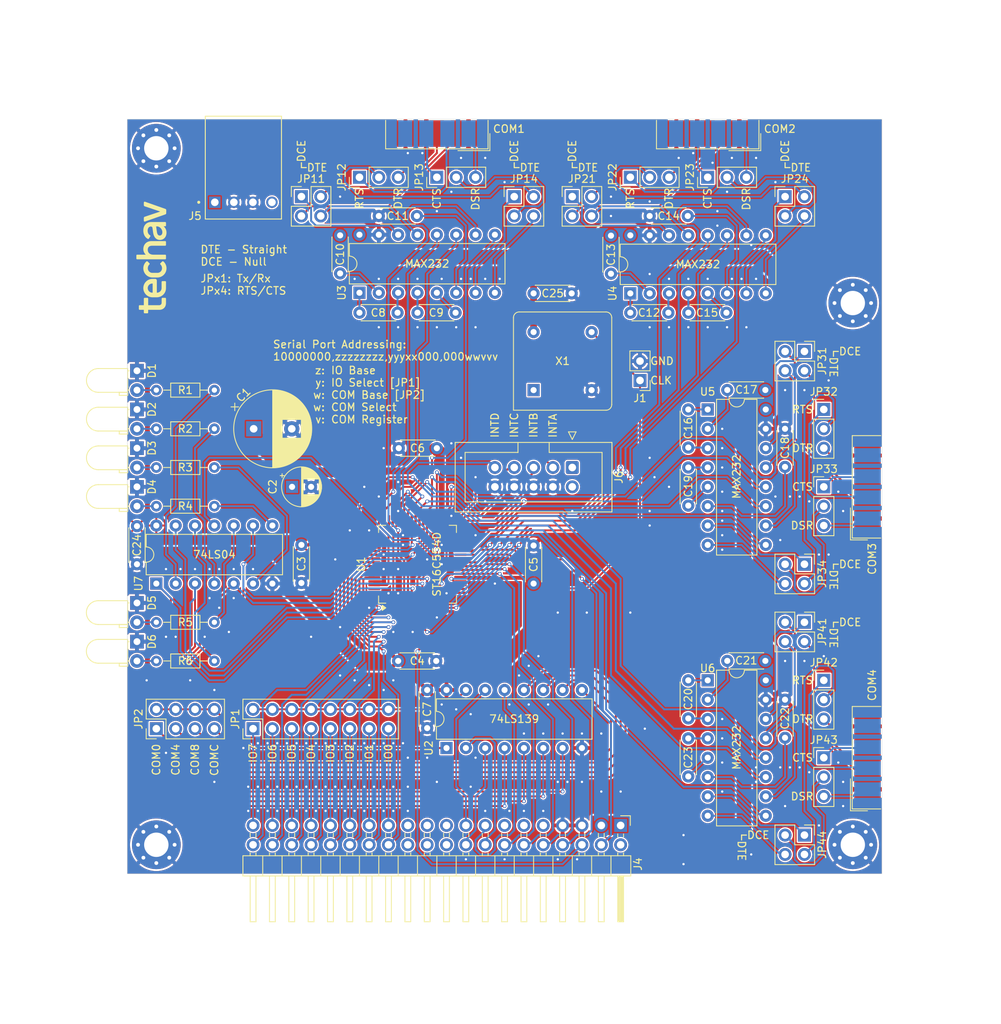
<source format=kicad_pcb>
(kicad_pcb (version 20240108) (generator "pcbnew") (generator_version "8.0")
  (layers (0 "F.Cu" signal) (31 "B.Cu" signal) (34 "B.Paste" user) (35 "F.Paste" user) (36 "B.SilkS" user "B.Silkscreen") (37 "F.SilkS" user "F.Silkscreen") (38 "B.Mask" user) (39 "F.Mask" user) (44 "Edge.Cuts" user))
  (net 0 "")
  (net 1 "GND")
  (net 2 "VCC")
  (net 3 "/IO-A2")
  (net 4 "/IO-D0")
  (net 5 "/IO-A5")
  (net 6 "/IO-D2")
  (net 7 "/~{IO-RESET}")
  (net 8 "/~{IO-CE0}")
  (net 9 "/~{IO-CE4}")
  (net 10 "/~{IO-WR}")
  (net 11 "/~{CPU-IPL1}")
  (net 12 "/~{IO-CE7}")
  (net 13 "/IO-A6")
  (net 14 "/~{IO-CE3}")
  (net 15 "/~{IO-CE6}")
  (net 16 "/IO-A10")
  (net 17 "/IO-A7")
  (net 18 "/IO-D3")
  (net 19 "/IO-D1")
  (net 20 "/IO-A9")
  (net 21 "/~{CPU-IPL2}")
  (net 22 "/IO-D5")
  (net 23 "/IO-A12")
  (net 24 "/~{CPU-IPL0}")
  (net 25 "/IO-A1")
  (net 26 "/IO-A4")
  (net 27 "/IO-D6")
  (net 28 "/IO-A11")
  (net 29 "/IO-A3")
  (net 30 "/~{IO-RD}")
  (net 31 "/IO-RESET")
  (net 32 "/~{IO-CE5}")
  (net 33 "/~{IO-CE2}")
  (net 34 "/IO-D7")
  (net 35 "/IO-A8")
  (net 36 "/IO-D4")
  (net 37 "/IO-A0")
  (net 38 "/~{IO-CE1}")
  (net 40 "/~{IO-CE}")
  (net 43 "/~{COM-CE2}")
  (net 47 "/~{COM-CE3}")
  (net 53 "/COM-CLK")
  (net 54 "/~{COM-CE1}")
  (net 56 "/~{COM-CE0}")
  (net 63 "/~{COM-CE}")
  (net 64 "/~{IO-CE-1}")
  (net 65 "/~{IO-CE-3}")
  (net 66 "/~{IO-CE-2}")
  (net 75 "/C1-A")
  (net 76 "/C1+A")
  (net 77 "/C2-A")
  (net 78 "/C2+A")
  (net 79 "/VS+A")
  (net 80 "/VS-A")
  (net 81 "/C1+B")
  (net 82 "/C1-B")
  (net 83 "/VS+B")
  (net 84 "/VS-B")
  (net 85 "/C2-B")
  (net 86 "/C2+B")
  (net 87 "/C1+C")
  (net 88 "/C1-C")
  (net 89 "/VS+C")
  (net 90 "/VS-C")
  (net 91 "/C2-C")
  (net 92 "/C2+C")
  (net 93 "/C1-D")
  (net 94 "/C1+D")
  (net 95 "/VS+D")
  (net 96 "/VS-D")
  (net 97 "/C2-D")
  (net 98 "/C2+D")
  (net 99 "/COMA-CTS")
  (net 100 "/COMA-RTS")
  (net 101 "/COMA-RX")
  (net 102 "/COMA-TX")
  (net 103 "/COMA-DTR")
  (net 104 "/COMA-DSR")
  (net 105 "/COMB-CTS")
  (net 106 "/COMB-DSR")
  (net 107 "/COMB-RTS")
  (net 108 "/COMB-DTR")
  (net 109 "/COMB-RX")
  (net 110 "/COMB-TX")
  (net 111 "/COMC-RTS")
  (net 112 "/COMC-DSR")
  (net 113 "/COMC-RX")
  (net 114 "/COMC-DTR")
  (net 115 "/COMC-CTS")
  (net 116 "/COMC-TX")
  (net 117 "/COMD-DSR")
  (net 118 "/COMD-RX")
  (net 119 "/COMD-RTS")
  (net 120 "/COMD-CTS")
  (net 121 "/COMD-DTR")
  (net 122 "/COMD-TX")
  (net 123 "/RXA-232")
  (net 124 "/TXA-232")
  (net 125 "/COMA-CT")
  (net 126 "/CTSA-232")
  (net 127 "/COMA-RT")
  (net 128 "/RTSA-232")
  (net 129 "/RXB-232")
  (net 130 "/TXB-232")
  (net 131 "/COMB-CT")
  (net 132 "/CTSB-232")
  (net 133 "/COMB-RT")
  (net 134 "/RTSB-232")
  (net 135 "/RXC-232")
  (net 136 "/TXC-232")
  (net 137 "/COMC-RT")
  (net 138 "/COMC-CT")
  (net 139 "/CTSC-232")
  (net 140 "/RTSC-232")
  (net 141 "/TXD-232")
  (net 142 "/RXD-232")
  (net 143 "/RTSD-232")
  (net 144 "/COMD-RT")
  (net 145 "/CTSD-232")
  (net 146 "/COMD-CT")
  (net 147 "/CTSA")
  (net 148 "/RTSA")
  (net 149 "/TXD")
  (net 150 "/RXD")
  (net 151 "/TXC")
  (net 152 "/TXA")
  (net 153 "/CTSB")
  (net 154 "/RXA")
  (net 155 "/RXB")
  (net 156 "/CTSC")
  (net 157 "/RTSC")
  (net 158 "/TXB")
  (net 159 "/RTSB")
  (net 160 "/RXC")
  (net 161 "/CTSD")
  (net 162 "/RTSD")
  (net 163 "/~{IO-CE-0}")
  (net 164 "/COM-CE0-R")
  (net 165 "/COM-CE1-R")
  (net 166 "/COM-CE2-R")
  (net 167 "/COM-CE3-R")
  (net 168 "/COM-INTA")
  (net 169 "/COM-INTD")
  (net 170 "/COM-INTC")
  (net 171 "/COM-INTB")
  (net 172 "/COM-CE0")
  (net 173 "/COM-CE1")
  (net 174 "/COM-CE2")
  (net 175 "/COM-CE3")
  (net 178 "/IO-RD-R")
  (net 179 "/IO-WR-R")
  (net 180 "/IO-RD")
  (net 181 "/IO-WR")
  (footprint "MountingHole:MountingHole_3.2mm_M3_Pad_Via" (layer "F.Cu") (at 171.45 52.07)
    (property "Reference" "H2" (hide yes))
    (property "Value" "M3")
  )
  (footprint "Connector_PinHeader_2.54mm:PinHeader_1x03_P2.54mm_Vertical" (layer "F.Cu") (at 167.64 66.04)
    (property "Reference" "JP32")
    (property "Value" "Conn_01x03")
  )
  (footprint "Connector_PinHeader_2.54mm:PinHeader_2x02_P2.54mm_Vertical" (layer "F.Cu") (at 99.06 38.1)
    (property "Reference" "JP11")
    (property "Value" "Conn_02x02_Odd_Even")
  )
  (footprint "Capacitor_THT:C_Disc_D4.3mm_W1.9mm_P5.00mm" (layer "F.Cu") (at 129.54 50.8)
    (property "Reference" "C25")
    (property "Value" "100nF")
  )
  (footprint "Package_DIP:DIP-14_W7.62mm" (layer "F.Cu") (at 80.01 88.9 90)
    (property "Reference" "U7")
    (property "Value" "74LS04")
  )
  (footprint "Resistor_THT:R_Axial_DIN0204_L3.6mm_D1.6mm_P7.62mm_Horizontal" (layer "F.Cu") (at 87.63 68.58 180)
    (property "Reference" "R2")
    (property "Value" "4k7")
  )
  (footprint "Oscillator:Oscillator_DIP-8" (layer "F.Cu") (at 129.54 63.5)
    (property "Reference" "X1")
    (property "Value" "CXO_DIP8")
  )
  (footprint "Connector_PinHeader_2.54mm:PinHeader_1x03_P2.54mm_Vertical" (layer "F.Cu") (at 116.84 35.56 90)
    (property "Reference" "JP13")
    (property "Value" "Conn_01x03")
  )
  (footprint "Capacitor_THT:C_Disc_D4.3mm_W1.9mm_P5.00mm" (layer "F.Cu") (at 129.54 88.9 90)
    (property "Reference" "C5")
    (property "Value" "100nF")
  )
  (footprint "Capacitor_THT:C_Disc_D4.3mm_W1.9mm_P5.00mm" (layer "F.Cu") (at 162.55 104.14 -90)
    (property "Reference" "C22")
    (property "Value" "1uF")
  )
  (footprint "Capacitor_THT:C_Disc_D4.3mm_W1.9mm_P5.00mm" (layer "F.Cu") (at 115.57 102.87 -90)
    (property "Reference" "C7")
    (property "Value" "100nF")
  )
  (footprint "Connector_IDC:IDC-Header_2x05_P2.54mm_Vertical" (layer "F.Cu") (at 134.62 73.66 -90)
    (property "Reference" "J6")
    (property "Value" "Conn_02x05_Odd_Even")
  )
  (footprint "MountingHole:MountingHole_3.2mm_M3_Pad_Via" (layer "F.Cu") (at 171.45 123.19)
    (property "Reference" "H3" (hide yes))
    (property "Value" "M3")
  )
  (footprint "Package_DIP:DIP-16_W7.62mm" (layer "F.Cu") (at 152.4 101.6)
    (property "Reference" "U6")
    (property "Value" "MAX232")
  )
  (footprint "LED_THT:LED_D3.0mm_Horizontal_O1.27mm_Z2.0mm" (layer "F.Cu") (at 77.47 91.44 -90)
    (property "Reference" "D5")
    (property "Value" "LED")
  )
  (footprint "Connector_PinHeader_2.54mm:PinHeader_1x03_P2.54mm_Vertical" (layer "F.Cu") (at 167.64 101.6)
    (property "Reference" "JP42")
    (property "Value" "Conn_01x03")
  )
  (footprint "Connector_PinHeader_2.54mm:PinHeader_1x02_P2.54mm_Vertical" (layer "F.Cu") (at 143.51 62.23 180)
    (property "Reference" "J1")
    (property "Value" "Conn_01x02")
  )
  (footprint "Capacitor_THT:C_Disc_D4.3mm_W1.9mm_P5.00mm" (layer "F.Cu") (at 111.68 53.34 180)
    (property "Reference" "C8")
    (property "Value" "1uF")
  )
  (footprint "Connector_PinHeader_2.54mm:PinHeader_2x08_P2.54mm_Vertical" (layer "F.Cu") (at 92.71 107.95 90)
    (property "Reference" "JP1")
    (property "Value" "Conn_02x08_Odd_Even")
  )
  (footprint "Connector_PinHeader_2.54mm:PinHeader_1x03_P2.54mm_Vertical" (layer "F.Cu") (at 152.4 35.56 90)
    (property "Reference" "JP23")
    (property "Value" "Conn_01x03")
  )
  (footprint "LED_THT:LED_D3.0mm_Horizontal_O1.27mm_Z2.0mm" (layer "F.Cu") (at 77.47 66.04 -90)
    (property "Reference" "D2")
    (property "Value" "LED")
  )
  (footprint "Connector_Dsub:DSUB-9_Male_EdgeMount_P2.77mm" (layer "F.Cu") (at 173.3775 111.76 90)
    (property "Reference" "COM4")
    (property "Value" "DE9_Plug")
  )
  (footprint "Package_DIP:DIP-16_W7.62mm" (layer "F.Cu") (at 118.11 110.49 90)
    (property "Reference" "U2")
    (property "Value" "74LS139")
  )
  (footprint "Connector_PinHeader_2.54mm:PinHeader_1x03_P2.54mm_Vertical" (layer "F.Cu") (at 106.68 35.56 90)
    (property "Reference" "JP12")
    (property "Value" "Conn_01x03")
  )
  (footprint "Capacitor_THT:CP_Radial_D10.0mm_P5.00mm" (layer "F.Cu") (at 92.79 68.58)
    (property "Reference" "C1")
    (property "Value" "100uF")
  )
  (footprint "Connector_Dsub:DSUB-9_Male_EdgeMount_P2.77mm" (layer "F.Cu") (at 116.84 29.8225 180)
    (property "Reference" "COM1")
    (property "Value" "DE9_Plug")
  )
  (footprint "Capacitor_THT:C_Disc_D4.3mm_W1.9mm_P5.00mm" (layer "F.Cu") (at 162.55 68.58 -90)
    (property "Reference" "C18")
    (property "Value" "1uF")
  )
  (footprint "LED_THT:LED_D3.0mm_Horizontal_O1.27mm_Z2.0mm" (layer "F.Cu") (at 77.47 60.96 -90)
    (property "Reference" "D1")
    (property "Value" "LED")
  )
  (footprint "Resistor_THT:R_Axial_DIN0204_L3.6mm_D1.6mm_P7.62mm_Horizontal" (layer "F.Cu") (at 87.63 78.74 180)
    (property "Reference" "R4")
    (property "Value" "4k7")
  )
  (footprint "Resistor_THT:R_Axial_DIN0204_L3.6mm_D1.6mm_P7.62mm_Horizontal" (layer "F.Cu") (at 87.63 63.5 180)
    (property "Reference" "R1")
    (property "Value" "4k7")
  )
  (footprint "LED_THT:LED_D3.0mm_Horizontal_O1.27mm_Z2.0mm" (layer "F.Cu") (at 77.47 76.2 -90)
    (property "Reference" "D4")
    (property "Value" "LED")
  )
  (footprint "Connector_PinHeader_2.54mm:PinHeader_2x02_P2.54mm_Vertical" (layer "F.Cu") (at 165.1 93.98 -90)
    (property "Reference" "JP41")
    (property "Value" "Conn_02x02_Odd_Even")
  )
  (footprint "MountingHole:MountingHole_3.2mm_M3_Pad_Via" (layer "F.Cu") (at 80.01 123.19)
    (property "Reference" "H1" (hide yes))
    (property "Value" "M3")
  )
  (footprint "Capacitor_THT:C_Disc_D4.3mm_W1.9mm_P5.00mm" (layer "F.Cu") (at 147.24 53.34 180)
    (property "Reference" "C12")
    (property "Value" "1uF")
  )
  (footprint "Connector_PinHeader_2.54mm:PinHeader_2x04_P2.54mm_Vertical" (layer "F.Cu") (at 80.01 107.95 90)
    (property "Reference" "JP2")
    (property "Value" "Conn_02x04_Odd_Even")
  )
  (footprint "Connector_PinHeader_2.54mm:PinHeader_2x02_P2.54mm_Vertical" (layer "F.Cu") (at 134.62 38.1)
    (property "Reference" "JP21")
    (property "Value" "Conn_02x02_Odd_Even")
  )
  (footprint "Capacitor_THT:C_Disc_D4.3mm_W1.9mm_P5.00mm" (layer "F.Cu") (at 149.85 71.04 90)
    (property "Reference" "C16")
    (property "Value" "1uF")
  )
  (footprint "Connector_PinHeader_2.54mm:PinHeader_2x02_P2.54mm_Vertical" (layer "F.Cu") (at 165.1 121.92 -90)
    (property "Reference" "JP44")
    (property "Value" "Conn_02x02_Odd_Even")
  )
  (footprint "Connector_PinHeader_2.54mm:PinHeader_1x03_P2.54mm_Vertical" (layer "F.Cu") (at 167.64 111.76)
    (property "Reference" "JP43")
    (property "Value" "Conn_01x03")
  )
  (footprint "Connector_PinHeader_2.54mm:PinHeader_2x02_P2.54mm_Vertical" (layer "F.Cu") (at 127 38.1)
    (property "Reference" "JP14")
    (property "Value" "Conn_02x02_Odd_Even")
  )
  (footprint "QuadCom_8b:TE_4-171826-4" (layer "F.Cu") (at 91.44 34.29 180)
    (property "Reference" "J5")
    (property "Value" "4-171826-4")
  )
  (footprint "Capacitor_THT:C_Disc_D4.3mm_W1.9mm_P5.00mm" (layer "F.Cu") (at 104.14 48.18 90)
    (property "Reference" "C10")
    (property "Value" "1uF")
  )
  (footprint "Connector_PinHeader_2.54mm:PinHeader_1x03_P2.54mm_Vertical" (layer "F.Cu") (at 142.24 35.56 90)
    (property "Reference" "JP22")
    (property "Value" "Conn_01x03")
  )
  (footprint "Capacitor_THT:C_Disc_D4.3mm_W1.9mm_P5.00mm" (layer "F.Cu") (at 154.97 99.045)
    (property "Reference" "C21")
    (property "Value" "1uF")
  )
  (footprint "Package_DIP:DIP-16_W7.62mm" (layer "F.Cu") (at 142.24 50.8 90)
    (property "Reference" "U4")
    (property "Value" "MAX232")
  )
  (footprint "Connector_PinHeader_2.54mm:PinHeader_2x02_P2.54mm_Vertical" (layer "F.Cu") (at 162.56 38.1)
    (property "Reference" "JP24")
    (property "Value" "Conn_02x02_Odd_Even")
  )
  (footprint "Capacitor_THT:C_Disc_D4.3mm_W1.9mm_P5.00mm" (layer "F.Cu") (at 139.7 48.22 90)
    (property "Reference" "C13")
    (property "Value" "1uF")
  )
  (footprint "Capacitor_THT:C_Disc_D4.3mm_W1.9mm_P5.00mm" (layer "F.Cu") (at 119.3 53.34 180)
    (property "Reference" "C9")
    (property "Value" "1uF")
  )
  (footprint "Resistor_THT:R_Axial_DIN0204_L3.6mm_D1.6mm_P7.62mm_Horizontal" (layer "F.Cu") (at 87.63 73.66 180)
    (property "Reference" "R3")
    (property "Value" "4k7")
  )
  (footprint "Capacitor_THT:CP_Radial_D5.0mm_P2.50mm" (layer "F.Cu") (at 97.83 76.2)
    (property "Reference" "C2")
    (property "Value" "10uF")
  )
  (footprint "Connector_PinHeader_2.54mm:PinHeader_1x03_P2.54mm_Vertical" (layer "F.Cu") (at 167.64 76.2)
    (property "Reference" "JP33")
    (property "Value" "Conn_01x03")
  )
  (footprint "Connector_Dsub:DSUB-9_Male_EdgeMount_P2.77mm" (layer "F.Cu") (at 152.4 29.8225 180)
    (property "Reference" "COM2")
    (property "Value" "DE9_Plug")
  )
  (footprint "Capacitor_THT:C_Disc_D4.3mm_W1.9mm_P5.00mm" (layer "F.Cu") (at 109.22 40.64)
    (property "Reference" "C11")
    (property "Value" "1uF")
  )
  (footprint "Capacitor_THT:C_Disc_D4.3mm_W1.9mm_P5.00mm" (layer "F.Cu") (at 154.86 53.34 180)
    (property "Reference" "C15")
    (property "Value" "1uF")
  )
  (footprint "Connector_PinHeader_2.54mm:PinHeader_2x02_P2.54mm_Vertical" (layer "F.Cu") (at 165.1 86.36 -90)
    (property "Reference" "JP34")
    (property "Value" "Conn_02x02_Odd_Even")
  )
  (footprint "Resistor_THT:R_Axial_DIN0204_L3.6mm_D1.6mm_P7.62mm_Horizontal" (layer "F.Cu") (at 87.63 99.06 180)
    (property "Reference" "R6")
    (property "Value" "4k7")
  )
  (footprint "Package_DIP:DIP-16_W7.62mm" (layer "F.Cu") (at 152.4 66.04)
    (property "Reference" "U5")
    (property "Value" "MAX232")
  )
  (footprint "Connector_PinHeader_2.54mm:PinHeader_2x20_P2.54mm_Horizontal" (layer "F.Cu") (at 140.97 120.65 -90)
    (property "Reference" "J4")
    (property "Value" "Conn_02x20_Odd_Even")
  )
  (footprint "LED_THT:LED_D3.0mm_Horizontal_O1.27mm_Z2.0mm" (layer "F.Cu") (at 77.47 96.52 -90)
    (property "Reference" "D6")
    (property "Value" "LED")
  )
  (footprint "Capacitor_THT:C_Disc_D4.3mm_W1.9mm_P5.00mm" (layer "F.Cu") (at 149.85 106.6 90)
    (property "Reference" "C20")
    (property "Value" "1uF")
  )
  (footprint "Capacitor_THT:C_Disc_D4.3mm_W1.9mm_P5.00mm" (layer "F.Cu") (at 149.85 114.22 90)
    (property "Reference" "C23")
    (property "Value" "1uF")
  )
  (footprint "Package_QFP:LQFP-64_10x10mm_P0.5mm" (layer "F.Cu") (at 114.3 86.36 90)
    (property "Reference" "U1")
    (property "Value" "ST16C554D")
  )
  (footprint "Package_DIP:DIP-16_W7.62mm" (layer "F.Cu") (at 106.68 50.72 90)
    (property "Reference" "U3")
    (property "Value" "MAX232")
  )
  (footprint "Capacitor_THT:C_Disc_D4.3mm_W1.9mm_P5.00mm" (layer "F.Cu") (at 111.76 99.06)
    (property "Reference" "C4")
    (property "Value" "100nF")
  )
  (footprint "Connector_PinHeader_2.54mm:PinHeader_2x02_P2.54mm_Vertical" (layer "F.Cu") (at 165.1 58.42 -90)
    (property "Reference" "JP31")
    (property "Value" "Conn_02x02_Odd_Even")
  )
  (footprint "LED_THT:LED_D3.0mm_Horizontal_O1.27mm_Z2.0mm" (layer "F.Cu") (at 77.47 71.12 -90)
    (property "Reference" "D3")
    (property "Value" "LED")
  )
  (footprint "Capacitor_THT:C_Disc_D4.3mm_W1.9mm_P5.00mm" (layer "F.Cu") (at 99.06 83.82 -90)
    (property "Reference" "C3")
    (property "Value" "100nF")
  )
  (footprint "Resistor_THT:R_Axial_DIN0204_L3.6mm_D1.6mm_P7.62mm_Horizontal" (layer "F.Cu") (at 87.63 93.98 180)
    (property "Reference" "R5")
    (property "Value" "4k7")
  )
  (footprint "Capacitor_THT:C_Disc_D4.3mm_W1.9mm_P5.00mm" (layer "F.Cu") (at 144.78 40.64)
    (property "Reference" "C14")
    (property "Value" "1uF")
  )
  (footprint "MountingHole:MountingHole_3.2mm_M3_Pad_Via" (layer "F.Cu") (at 80.01 31.75)
    (property "Reference" "H4" (hide yes))
    (property "Value" "M3")
  )
  (footprint "Capacitor_THT:C_Disc_D4.3mm_W1.9mm_P5.00mm" (layer "F.Cu") (at 154.97 63.485)
    (property "Reference" "C17")
    (property "Value" "1uF")
  )
  (footprint "Connector_Dsub:DSUB-9_Male_EdgeMount_P2.77mm" (layer "F.Cu") (at 173.3775 76.2 90)
    (property "Reference" "COM3")
    (property "Value" "DE9_Plug")
  )
  (footprint "Capacitor_THT:C_Disc_D4.3mm_W1.9mm_P5.00mm" (layer "F.Cu") (at 77.47 81.36 -90)
    (property "Reference" "C24")
    (property "Value" "100nF")
  )
  (footprint "Capacitor_THT:C_Disc_D4.3mm_W1.9mm_P5.00mm" (layer "F.Cu") (at 116.84 71.12 180)
    (property "Reference" "C6")
    (property "Value" "100nF")
  )
  (footprint "Capacitor_THT:C_Disc_D4.3mm_W1.9mm_P5.00mm" (layer "F.Cu") (at 149.85 78.66 90)
    (property "Reference" "C19")
    (property "Value" "1uF")
  )
  (gr_poly (pts (xy 77.714502 52.452503) (xy 77.714897 52.446928) (xy 77.715548 52.441454) (xy 77.716452 52.436086) (xy 77.717601 52.43083) (xy 77.71899 52.42569) (xy 77.720613 52.420676) (xy 77.722465 52.415786) (xy 77.72454 52.411031) (xy 77.726834 52.406418) (xy 77.729338 52.401948) (xy 77.732049 52.397629) (xy 77.734962 52.393468) (xy 77.738069 52.389466) (xy 77.741367 52.385633) (xy 77.744849 52.381972) (xy 77.748508 52.378491) (xy 77.752342 52.375192) (xy 77.756343 52.372086) (xy 77.760505 52.369173) (xy 77.764824 52.366462) (xy 77.769295 52.363957) (xy 77.773908 52.361663) (xy 77.778664 52.359589) (xy 77.78355 52.357737) (xy 77.788567 52.356113) (xy 77.793706 52.354724) (xy 77.798963 52.353576) (xy 77.804331 52.352672) (xy 77.809805 52.352021) (xy 77.815379 52.351624) (xy 77.821048 52.351493) (xy 78.369689 52.351494) (xy 78.369689 51.492973) (xy 78.369822 51.487305) (xy 78.370217 51.481729) (xy 78.370868 51.476254) (xy 78.371772 51.470885) (xy 78.372921 51.46563) (xy 78.37431 51.46049) (xy 78.375934 51.455474) (xy 78.377786 51.450587) (xy 78.379859 51.445832) (xy 78.382153 51.441218) (xy 78.384658 51.436749) (xy 78.38737 51.432428) (xy 78.390282 51.428266) (xy 78.39339 51.424266) (xy 78.396687 51.420433) (xy 78.400169 51.416773) (xy 78.403829 51.413291) (xy 78.407661 51.409993) (xy 78.411662 51.406886) (xy 78.415825 51.403973) (xy 78.420145 51.401262) (xy 78.424614 51.398757) (xy 78.429227 51.396464) (xy 78.433983 51.394389) (xy 78.438871 51.392537) (xy 78.443886 51.390914) (xy 78.449026 51.389525) (xy 78.454283 51.388376) (xy 78.459651 51.387473) (xy 78.465125 51.386823) (xy 78.470699 51.386426) (xy 78.476369 51.386293) (xy 78.837048 51.386293) (xy 78.842718 51.386426) (xy 78.848294 51.386821) (xy 78.853767 51.387473) (xy 78.859136 51.388375) (xy 78.864391 51.389524) (xy 78.86953 51.390915) (xy 78.874547 51.392536) (xy 78.879434 51.394389) (xy 78.884188 51.396464) (xy 78.888804 51.398757) (xy 78.893273 51.401262) (xy 78.897592 51.403973) (xy 78.901755 51.406886) (xy 78.905754 51.409993) (xy 78.909588 51.413291) (xy 78.913249 51.416772) (xy 78.91673 51.420433) (xy 78.920027 51.424266) (xy 78.923136 51.428267) (xy 78.926048 51.432429) (xy 78.928759 51.436748) (xy 78.931264 51.441217) (xy 78.933556 51.445832) (xy 78.935632 51.450586) (xy 78.937484 51.455474) (xy 78.939108 51.460491) (xy 78.940496 51.46563) (xy 78.941645 51.470885) (xy 78.942548 51.476255) (xy 78.9432 51.481729) (xy 78.943596 51.487302) (xy 78.943729 51.492973) (xy 78.943729 52.351493) (xy 80.371208 52.351493) (xy 80.390047 52.351122) (xy 80.40846 52.350018) (xy 80.426433 52.348189) (xy 80.443954 52.345649) (xy 80.461017 52.342405) (xy 80.477605 52.338466) (xy 80.49371 52.333846) (xy 80.509321 52.328553) (xy 80.524425 52.322598) (xy 80.539012 52.315993) (xy 80.553071 52.308742) (xy 80.566591 52.300861) (xy 80.579558 52.292359) (xy 80.591965 52.283246) (xy 80.603799 52.273532) (xy 80.615048 52.263228) (xy 80.625702 52.252342) (xy 80.63575 52.240887) (xy 80.64518 52.228871) (xy 80.653981 52.216307) (xy 80.662143 52.203203) (xy 80.669653 52.189569) (xy 80.6765 52.175416) (xy 80.682676 52.160754) (xy 80.688166 52.145593) (xy 80.69296 52.129947) (xy 80.697047 52.113819) (xy 80.700416 52.097226) (xy 80.703056 52.080173) (xy 80.704954 52.062673) (xy 80.706102 52.044736) (xy 80.706487 52.026373) (xy 80.711568 51.492972) (xy 80.711701 51.487302) (xy 80.712097 51.481729) (xy 80.712749 51.476255) (xy 80.713652 51.470887) (xy 80.714801 51.46563) (xy 80.716189 51.460491) (xy 80.717813 51.455476) (xy 80.719664 51.450586) (xy 80.72174 51.445831) (xy 80.724033 51.441217) (xy 80.726538 51.436748) (xy 80.729249 51.432429) (xy 80.732161 51.428267) (xy 80.735269 51.424265) (xy 80.738567 51.420433) (xy 80.742049 51.416774) (xy 80.745707 51.413291) (xy 80.749542 51.409994) (xy 80.753542 51.406886) (xy 80.757705 51.403974) (xy 80.762024 51.401262) (xy 80.766493 51.398757) (xy 80.771107 51.396464) (xy 80.775862 51.394389) (xy 80.780751 51.392537) (xy 80.785766 51.390914) (xy 80.790905 51.389525) (xy 80.796161 51.388376) (xy 80.80153 51.387472) (xy 80.807004 51.38682) (xy 80.812579 51.386426) (xy 80.818247 51.386293) (xy 81.173848 51.386293) (xy 81.179518 51.386426) (xy 81.185092 51.386823) (xy 81.190566 51.387472) (xy 81.195934 51.388376) (xy 81.201191 51.389524) (xy 81.206329 51.390914) (xy 81.211346 51.392537) (xy 81.216234 51.394389) (xy 81.220988 51.396464) (xy 81.225603 51.398756) (xy 81.230072 51.401262) (xy 81.234391 51.403974) (xy 81.238553 51.406886) (xy 81.242555 51.409994) (xy 81.246388 51.413291) (xy 81.250048 51.416773) (xy 81.25353 51.420433) (xy 81.256827 51.424266) (xy 81.259935 51.428266) (xy 81.262847 51.432429) (xy 81.265559 51.436748) (xy 81.268065 51.441218) (xy 81.270356 51.445832) (xy 81.272432 51.450586) (xy 81.274285 51.455476) (xy 81.275906 51.460491) (xy 81.277296 51.46563) (xy 81.278443 51.470887) (xy 81.279348 51.476255) (xy 81.28 51.481729) (xy 81.280395 51.487305) (xy 81.280528 51.492973) (xy 81.280528 52.072095) (xy 81.279492 52.121126) (xy 81.276406 52.169141) (xy 81.271303 52.216102) (xy 81.264217 52.261976) (xy 81.255181 52.30673) (xy 81.244229 52.350319) (xy 81.231395 52.392716) (xy 81.216711 52.433884) (xy 81.200211 52.473786) (xy 81.18193 52.512388) (xy 81.161899 52.549654) (xy 81.140154 52.58555) (xy 81.116726 52.620038) (xy 81.091651 52.653085) (xy 81.06496 52.684655) (xy 81.036689 52.714713) (xy 81.006868 52.743222) (xy 80.975535 52.770149) (xy 80.94272 52.795456) (xy 80.908458 52.819111) (xy 80.872782 52.841075) (xy 80.835726 52.861316) (xy 80.797323 52.879795) (xy 80.757606 52.896481) (xy 80.716609 52.911336) (xy 80.674366 52.924325) (xy 80.63091 52.935412) (xy 80.586275 52.944562) (xy 80.540494 52.951741) (xy 80.4936 52.956913) (xy 80.445626 52.960042) (xy 80.396608 52.961093) (xy 78.938649 52.961093) (xy 78.938649 53.311611) (xy 78.938516 53.317282) (xy 78.938119 53.322856) (xy 78.937467 53.328331) (xy 78.936565 53.333699) (xy 78.935416 53.338955) (xy 78.934027 53.344094) (xy 78.932403 53.349111) (xy 78.930552 53.353999) (xy 78.928477 53.358753) (xy 78.926184 53.363367) (xy 78.923679 53.367837) (xy 78.920968 53.372156) (xy 78.918055 53.376318) (xy 78.914947 53.380319) (xy 78.91165 53.384153) (xy 78.908168 53.387812) (xy 78.904508 53.391294) (xy 78.900675 53.394592) (xy 78.896675 53.397699) (xy 78.892512 53.400612) (xy 78.888193 53.403323) (xy 78.883724 53.405827) (xy 78.879108 53.408121) (xy 78.874355 53.410196) (xy 78.869467 53.412047) (xy 78.864449 53.413671) (xy 78.859311 53.41506) (xy 78.854055 53.416209) (xy 78.848687 53.417111) (xy 78.843213 53.417764) (xy 78.837638 53.418159) (xy 78.831969 53.418292) (xy 78.476369 53.418292) (xy 78.470699 53.418159) (xy 78.465124 53.417764) (xy 78.459651 53.417111) (xy 78.454283 53.416208) (xy 78.449026 53.415059) (xy 78.443886 53.413671) (xy 78.438871 53.412048) (xy 78.433982 53.410197) (xy 78.429227 53.408122) (xy 78.424614 53.405828) (xy 78.420143 53.403323) (xy 78.415824 53.400612) (xy 78.411664 53.397699) (xy 78.407662 53.394594) (xy 78.403829 53.391293) (xy 78.400169 53.387812) (xy 78.396687 53.384152) (xy 78.39339 53.380318) (xy 78.390282 53.376317) (xy 78.387369 53.372156) (xy 78.384658 53.367837) (xy 78.382153 53.363367) (xy 78.37986 53.358755) (xy 78.377785 53.353999) (xy 78.375933 53.349111) (xy 78.37431 53.344094) (xy 78.372921 53.338955) (xy 78.371772 53.333699) (xy 78.370868 53.328331) (xy 78.370217 53.322856) (xy 78.369823 53.317282) (xy 78.369689 53.311612) (xy 78.369689 52.961095) (xy 77.821048 52.961094) (xy 77.815379 52.96096) (xy 77.809805 52.960564) (xy 77.804331 52.959912) (xy 77.798963 52.95901) (xy 77.793706 52.95786) (xy 77.788567 52.956471) (xy 77.783551 52.954848) (xy 77.778663 52.952998) (xy 77.773908 52.950921) (xy 77.769294 52.948628) (xy 77.764824 52.946123) (xy 77.760506 52.943412) (xy 77.756343 52.940498) (xy 77.752342 52.937392) (xy 77.748509 52.934094) (xy 77.744848 52.930613) (xy 77.741367 52.926951) (xy 77.73807 52.923119) (xy 77.734962 52.919118) (xy 77.73205 52.914956) (xy 77.729337 52.910637) (xy 77.726833 52.906168) (xy 77.72454 52.901553) (xy 77.722465 52.8968) (xy 77.720612 52.891911) (xy 77.71899 52.886894) (xy 77.717602 52.881755) (xy 77.716452 52.876499) (xy 77.715549 52.871131) (xy 77.714898 52.865657) (xy 77.714502 52.860082) (xy 77.714369 52.854413) (xy 77.714369 52.458171)) (stroke (width -0.000001)) (fill solid) (layer "F.SilkS"))
  (gr_line (start 99.695 34.29) (end 99.06 34.29) (stroke (width 0.15)) (layer "F.SilkS"))
  (gr_poly (pts (xy 78.304833 42.492045) (xy 78.308364 42.430759) (xy 78.314205 42.370894) (xy 78.322321 42.312487) (xy 78.332678 42.25558) (xy 78.345238 42.200213) (xy 78.359968 42.146424) (xy 78.376831 42.094256) (xy 78.395794 42.043745) (xy 78.41682 41.994937) (xy 78.439874 41.947866) (xy 78.464919 41.902575) (xy 78.491921 41.859102) (xy 78.520846 41.817491) (xy 78.551657 41.777777) (xy 78.584319 41.740005) (xy 78.618796 41.704211) (xy 78.655054 41.670439) (xy 78.693057 41.638722) (xy 78.73277 41.609108) (xy 78.774155 41.58163) (xy 78.817183 41.556332) (xy 78.861812 41.533256) (xy 78.90801 41.512437) (xy 78.95574 41.493918) (xy 79.004969 41.477739) (xy 79.055659 41.463939) (xy 79.107777 41.452558) (xy 79.161286 41.443637) (xy 79.216151 41.437216) (xy 79.272337 41.433333) (xy 79.329809 41.432031) (xy 81.173848 41.43203) (xy 81.179518 41.432163) (xy 81.185093 41.432559) (xy 81.190566 41.433211) (xy 81.195934 41.434116) (xy 81.201191 41.435263) (xy 81.206331 41.436651) (xy 81.211346 41.438275) (xy 81.216235 41.440126) (xy 81.220989 41.442201) (xy 81.225603 41.444495) (xy 81.230072 41.447) (xy 81.234391 41.44971) (xy 81.238553 41.452624) (xy 81.242555 41.455731) (xy 81.246387 41.459029) (xy 81.250048 41.462511) (xy 81.25353 41.466171) (xy 81.256826 41.470004) (xy 81.259935 41.474006) (xy 81.262847 41.478166) (xy 81.265559 41.482486) (xy 81.268064 41.486956) (xy 81.270357 41.49157) (xy 81.272432 41.496324) (xy 81.274284 41.501212) (xy 81.275907 41.506229) (xy 81.277296 41.511368) (xy 81.278443 41.516625) (xy 81.279348 41.521993) (xy 81.28 41.527467) (xy 81.280394 41.533041) (xy 81.280528 41.538711) (xy 81.280528 41.88415) (xy 81.280409 41.88982) (xy 81.280056 41.895394) (xy 81.279469 41.900868) (xy 81.278653 41.906237) (xy 81.27761 41.911493) (xy 81.276341 41.916632) (xy 81.274854 41.921649) (xy 81.273146 41.926536) (xy 81.271223 41.931291) (xy 81.269087 41.935906) (xy 81.266741 41.940374) (xy 81.264188 41.944694) (xy 81.261428 41.948857) (xy 81.258468 41.952856) (xy 81.255309 41.956689) (xy 81.251953 41.960351) (xy 81.248404 41.963832) (xy 81.244664 41.96713) (xy 81.240737 41.970238) (xy 81.236624 41.97315) (xy 81.232329 41.975861) (xy 81.227854 41.978366) (xy 81.223204 41.980658) (xy 81.218378 41.982734) (xy 81.213381 41.984586) (xy 81.208216 41.98621) (xy 81.202887 41.987599) (xy 81.197393 41.988747) (xy 81.191739 41.98965) (xy 81.185928 41.990302) (xy 81.179965 41.990698) (xy 81.173848 41.990831) (xy 80.975728 41.990831) (xy 81.020914 42.035124) (xy 81.063129 42.080386) (xy 81.102384 42.126629) (xy 81.138685 42.17387) (xy 81.172039 42.222122) (xy 81.202453 42.271402) (xy 81.229934 42.321723) (xy 81.254493 42.3731) (xy 81.276134 42.42555) (xy 81.294865 42.479086) (xy 81.310694 42.533724) (xy 81.323629 42.589479) (xy 81.333677 42.646363) (xy 81.340843 42.704392) (xy 81.345138 42.763584) (xy 81.346568 42.823951) (xy 81.346568 42.82395) (xy 81.345546 42.876763) (xy 81.342503 42.928494) (xy 81.337476 42.979106) (xy 81.330494 43.02856) (xy 81.321592 43.076813) (xy 81.310804 43.12383) (xy 81.298163 43.169572) (xy 81.283702 43.213999) (xy 81.267456 43.25707) (xy 81.249457 43.298748) (xy 81.22974 43.338996) (xy 81.208336 43.377769) (xy 81.18528 43.415034) (xy 81.160607 43.450746) (xy 81.134349 43.484873) (xy 81.106537 43.51737) (xy 81.077209 43.5482) (xy 81.046396 43.577325) (xy 81.014132 43.604707) (xy 80.98045 43.6303) (xy 80.945383 43.654073) (xy 80.908968 43.675983) (xy 80.871235 43.695992) (xy 80.832217 43.714061) (xy 80.79195 43.730149) (xy 80.750465 43.744221) (xy 80.707799 43.756234) (xy 80.663982 43.766151) (xy 80.619049 43.773931) (xy 80.573032 43.779538) (xy 80.525968 43.78293) (xy 80.477888 43.78407) (xy 80.457568 43.783605) (xy 80.457567 43.20495) (xy 80.476883 43.204462) (xy 80.495771 43.203006) (xy 80.514217 43.200593) (xy 80.53221 43.197241) (xy 80.549738 43.192962) (xy 80.566789 43.187772) (xy 80.583351 43.181683) (xy 80.599412 43.174709) (xy 80.614958 43.166864) (xy 80.629979 43.158163) (xy 80.644463 43.148621) (xy 80.658397 43.138246) (xy 80.671769 43.127058) (xy 80.684566 43.115069) (xy 80.696779 43.102294) (xy 80.708392 43.088747) (xy 80.719396 43.074438) (xy 80.729778 43.059385) (xy 80.739526 43.043602) (xy 80.748626 43.027101) (xy 80.757068 43.009896) (xy 80.76484 42.992006) (xy 80.771929 42.973435) (xy 80.778322 42.954205) (xy 80.784009 42.934328) (xy 80.788976 42.913818) (xy 80.796707 42.870951) (xy 80.801417 42.825718) (xy 80.803008 42.778231) (xy 80.80202 42.740707) (xy 80.799094 42.703423) (xy 80.794285 42.666445) (xy 80.787649 42.629829) (xy 80.779243 42.593644) (xy 80.76912 42.557946) (xy 80.757339 42.522802) (xy 80.743953 42.488273) (xy 80.729019 42.454422) (xy 80.712595 42.42131) (xy 80.694735 42.388998) (xy 80.675491 42.357553) (xy 80.654926 42.327032) (xy 80.633091 42.297502) (xy 80.610043 42.269021) (xy 80.585837 42.241655) (xy 80.560531 42.215465) (xy 80.53418 42.190512) (xy 80.506838 42.166859) (xy 80.478563 42.14457) (xy 80.449409 42.123705) (xy 80.419433 42.104327) (xy 80.388691 42.086499) (xy 80.357238 42.070285) (xy 80.32513 42.055744) (xy 80.292423 42.042939) (xy 80.259173 42.031932) (xy 80.225436 42.022789) (xy 80.191267 42.015568) (xy 80.156722 42.010333) (xy 80.121857 42.007147) (xy 80.086727 42.00607) (xy 79.985127 42.00607) (xy 80.014021 42.20546) (xy 80.044818 42.431519) (xy 80.073711 42.640435) (xy 80.086252 42.724771) (xy 80.096887 42.78839) (xy 80.10719 42.839112) (xy 80.119054 42.886508) (xy 80.125576 42.908962) (xy 80.132495 42.930586) (xy 80.139812 42.951382) (xy 80.147529 42.97135) (xy 80.155648 42.990492) (xy 80.164171 43.008811) (xy 80.173099 43.026304) (xy 80.182435 43.042976) (xy 80.192179 43.058824) (xy 80.202335 43.073852) (xy 80.212904 43.088058) (xy 80.223888 43.101446) (xy 80.235289 43.114014) (xy 80.247108 43.125765) (xy 80.259347 43.136702) (xy 80.272009 43.146819) (xy 80.285096 43.156122) (xy 80.298607 43.164611) (xy 80.312547 43.172289) (xy 80.326917 43.179154) (xy 80.341717 43.185207) (xy 80.356953 43.190451) (xy 80.372623 43.194885) (xy 80.38873 43.19851) (xy 80.405275 43.20133) (xy 80.422264 43.203342) (xy 80.439694 43.204548) (xy 80.457567 43.20495) (xy 80.457568 43.783605) (xy 80.434506 43.783075) (xy 80.392002 43.780103) (xy 80.35039 43.775171) (xy 80.309682 43.768294) (xy 80.269893 43.75949) (xy 80.231039 43.748775) (xy 80.193129 43.736166) (xy 80.156182 43.72168) (xy 80.120208 43.705335) (xy 80.085223 43.687145) (xy 80.051242 43.667128) (xy 80.018277 43.645302) (xy 79.986342 43.621682) (xy 79.955452 43.596286) (xy 79.925621 43.569128) (xy 79.896863 43.540229) (xy 79.86919 43.509603) (xy 79.842619 43.477268) (xy 79.817161 43.44324) (xy 79.792831 43.407534) (xy 79.747614 43.331163) (xy 79.707076 43.248288) (xy 79.671332 43.159043) (xy 79.640491 43.063563) (xy 79.614666 42.961981) (xy 79.593968 42.854429) (xy 79.548248 42.51661) (xy 79.52253 42.331507) (xy 79.511458 42.259077) (xy 79.502528 42.209269) (xy 79.498123 42.18623) (xy 79.492526 42.16473) (xy 79.489282 42.154556) (xy 79.48574 42.144762) (xy 79.4819 42.135352) (xy 79.477763 42.126322) (xy 79.473329 42.117672) (xy 79.468595 42.109399) (xy 79.463565 42.101504) (xy 79.458237 42.093987) (xy 79.452611 42.086847) (xy 79.446688 42.080078) (xy 79.440467 42.073685) (xy 79.433948 42.067664) (xy 79.427131 42.062016) (xy 79.420018 42.05674) (xy 79.412606 42.051832) (xy 79.404898 42.047295) (xy 79.39689 42.043126) (xy 79.388585 42.039324) (xy 79.379983 42.035888) (xy 79.371083 42.032818) (xy 79.361886 42.030113) (xy 79.35239 42.027774) (xy 79.342596 42.025794) (xy 79.332507 42.024176) (xy 79.322119 42.022921) (xy 79.311433 42.022025) (xy 79.289168 42.021309) (xy 79.265178 42.022018) (xy 79.241796 42.024121) (xy 79.219027 42.027584) (xy 79.196885 42.032372) (xy 79.175379 42.038452) (xy 79.154521 42.045787) (xy 79.134316 42.054346) (xy 79.114782 42.064093) (xy 79.095923 42.074992) (xy 79.077753 42.087012) (xy 79.060278 42.100114) (xy 79.043512 42.114267) (xy 79.027465 42.129437) (xy 79.012146 42.145588) (xy 78.997564 42.162685) (xy 78.983733 42.180694) (xy 78.97066 42.199582) (xy 78.958357 42.219314) (xy 78.936098 42.261171) (xy 78.91704 42.305989) (xy 78.901263 42.353494) (xy 78.888849 42.40341) (xy 78.879881 42.455461) (xy 78.874439 42.509373) (xy 78.872607 42.56487) (xy 78.873853 42.615468) (xy 78.877569 42.664386) (xy 78.880344 42.688208) (xy 78.883727 42.711607) (xy 78.88771 42.734576) (xy 78.892293 42.757116) (xy 78.897472 42.779224) (xy 78.903241 42.800899) (xy 78.9096 42.822137) (xy 78.916542 42.842939) (xy 78.924065 42.863303) (xy 78.932164 42.883225) (xy 78.940837 42.902705) (xy 78.950078 42.92174) (xy 78.959886 42.940327) (xy 78.970254 42.958467) (xy 78.98118 42.976158) (xy 78.992663 42.993395) (xy 79.004695 43.010179) (xy 79.017274 43.026507) (xy 79.030396 43.042377) (xy 79.044057 43.057788) (xy 79.058255 43.072738) (xy 79.072985 43.087224) (xy 79.088243 43.101245) (xy 79.104026 43.114799) (xy 79.120329 43.127885) (xy 79.13715 43.140499) (xy 79.154484 43.152642) (xy 79.172328 43.164309) (xy 79.179766 43.169189) (xy 79.186834 43.174291) (xy 79.193514 43.179602) (xy 79.199792 43.185107) (xy 79.205653 43.190789) (xy 79.211082 43.196636) (xy 79.216066 43.202631) (xy 79.220587 43.20876) (xy 79.224633 43.215008) (xy 79.228187 43.221361) (xy 79.231237 43.227802) (xy 79.233764 43.234319) (xy 79.235756 43.240894) (xy 79.237197 43.247514) (xy 79.237706 43.250837) (xy 79.238073 43.254165) (xy 79.238294 43.257496) (xy 79.238369 43.260831) (xy 79.238307 43.265534) (xy 79.238119 43.270127) (xy 79.237799 43.274615) (xy 79.237337 43.279005) (xy 79.236725 43.283309) (xy 79.235957 43.287529) (xy 79.235026 43.291675) (xy 79.233923 43.295755) (xy 79.232642 43.299773) (xy 79.231175 43.303742) (xy 79.229514 43.307664) (xy 79.227653 43.311549) (xy 79.225583 43.315405) (xy 79.223297 43.31924) (xy 79.220788 43.323059) (xy 79.218048 43.326872) (xy 79.025008 43.611349) (xy 79.02108 43.616885) (xy 79.016922 43.622066) (xy 79.01254 43.626888) (xy 79.007943 43.631353) (xy 79.003137 43.63546) (xy 78.998129 43.639211) (xy 78.99293 43.642604) (xy 78.987543 43.64564) (xy 78.981978 43.64832) (xy 78.976243 43.650642) (xy 78.970342 43.652605) (xy 78.964285 43.654212) (xy 78.958081 43.655462) (xy 78.951736 43.656357) (xy 78.945255 43.656891) (xy 78.938649 43.657071) (xy 78.93579 43.657012) (xy 78.932933 43.656841) (xy 78.930076 43.656569) (xy 78.927218 43.656197) (xy 78.924362 43.655738) (xy 78.921502 43.655195) (xy 78.918646 43.654578) (xy 78.915788 43.653895) (xy 78.910073 43.652356) (xy 78.904358 43.650639) (xy 78.892927 43.64691) (xy 78.825198 43.607352) (xy 78.761136 43.5631) (xy 78.70084 43.514338) (xy 78.644405 43.461252) (xy 78.59193 43.404029) (xy 78.54351 43.342856) (xy 78.499242 43.277914) (xy 78.459223 43.209395) (xy 78.42355 43.137483) (xy 78.39232 43.062363) (xy 78.36563 42.984223) (xy 78.343574 42.903246) (xy 78.326251 42.819621) (xy 78.313759 42.733533) (xy 78.306192 42.645167) (xy 78.303647 42.554711)) (stroke (width -0.000001)) (fill solid) (layer "F.SilkS"))
  (gr_line (start 156.845 122.555) (end 156.845 121.92) (stroke (width 0.15)) (layer "F.SilkS"))
  (gr_line (start 168.91 93.98) (end 169.545 93.98) (stroke (width 0.15)) (layer "F.SilkS"))
  (gr_line (start 162.56 34.29) (end 162.56 33.655) (stroke (width 0.15)) (layer "F.SilkS"))
  (gr_line (start 168.91 86.36) (end 169.545 86.36) (stroke (width 0.15)) (layer "F.SilkS"))
  (gr_line (start 163.195 34.29) (end 162.56 34.29) (stroke (width 0.15)) (layer "F.SilkS"))
  (gr_poly (pts (xy 77.389383 45.819929) (xy 77.389777 45.814353) (xy 77.390429 45.808879) (xy 77.391332 45.803511) (xy 77.392481 45.798254) (xy 77.39387 45.793114) (xy 77.395493 45.7881) (xy 77.397344 45.783211) (xy 77.39942 45.778457) (xy 77.401713 45.773841) (xy 77.404218 45.769372) (xy 77.406928 45.765054) (xy 77.409843 45.760892) (xy 77.412949 45.756889) (xy 77.416247 45.753057) (xy 77.419728 45.749397) (xy 77.423389 45.745915) (xy 77.427222 45.742618) (xy 77.431224 45.739511) (xy 77.435385 45.736598) (xy 77.439704 45.733886) (xy 77.444175 45.73138) (xy 77.448787 45.729088) (xy 77.453542 45.727013) (xy 77.458431 45.725161) (xy 77.463446 45.723538) (xy 77.468585 45.722149) (xy 77.473841 45.721) (xy 77.47921 45.720097) (xy 77.484685 45.719445) (xy 77.490259 45.71905) (xy 77.495929 45.718917) (xy 78.618608 45.718917) (xy 78.583259 45.681961) (xy 78.549651 45.64354) (xy 78.517859 45.603735) (xy 78.487957 45.562628) (xy 78.46002 45.5203) (xy 78.434121 45.476833) (xy 78.410336 45.43231) (xy 78.388738 45.386812) (xy 78.369403 45.34042) (xy 78.352404 45.29322) (xy 78.337817 45.245287) (xy 78.325715 45.196709) (xy 78.316172 45.147564) (xy 78.309264 45.097936) (xy 78.305065 45.047906) (xy 78.303647 44.997557) (xy 78.304906 44.938644) (xy 78.308654 44.880988) (xy 78.314845 44.824634) (xy 78.323444 44.769621) (xy 78.334402 44.715989) (xy 78.347683 44.663776) (xy 78.363243 44.613025) (xy 78.38104 44.563773) (xy 78.401032 44.516061) (xy 78.423176 44.469932) (xy 78.447433 44.425419) (xy 78.47376 44.382569) (xy 78.502112 44.34142) (xy 78.532453 44.302009) (xy 78.564738 44.264381) (xy 78.598923 44.228571) (xy 78.63497 44.194622) (xy 78.672834 44.162575) (xy 78.712477 44.132467) (xy 78.753853 44.104339) (xy 78.796923 44.078233) (xy 78.841643 44.054186) (xy 78.887972 44.032239) (xy 78.93587 44.012433) (xy 78.985293 43.994808) (xy 79.036199 43.979403) (xy 79.088546 43.966257) (xy 79.142295 43.955411) (xy 79.197401 43.946908) (xy 79.253823 43.940784) (xy 79.311519 43.93708) (xy 79.370448 43.935838) (xy 81.173848 43.935837) (xy 81.179518 43.93597) (xy 81.185092 43.936365) (xy 81.190566 43.937016) (xy 81.195934 43.93792) (xy 81.201191 43.939068) (xy 81.206329 43.940458) (xy 81.211346 43.942081) (xy 81.216234 43.943933) (xy 81.220988 43.946008) (xy 81.225603 43.9483) (xy 81.230072 43.950806) (xy 81.234391 43.953517) (xy 81.238553 43.95643) (xy 81.242555 43.959538) (xy 81.246388 43.962835) (xy 81.250048 43.966317) (xy 81.25353 43.969977) (xy 81.256827 43.97381) (xy 81.259935 43.97781) (xy 81.262848 43.981974) (xy 81.265559 43.986292) (xy 81.268065 43.990761) (xy 81.270357 43.995377) (xy 81.272432 44.000131) (xy 81.274285 44.005018) (xy 81.275906 44.010035) (xy 81.277296 44.015174) (xy 81.278443 44.020431) (xy 81.279348 44.025798) (xy 81.28 44.031273) (xy 81.280395 44.036847) (xy 81.280528 44.042517) (xy 81.280528 44.438757) (xy 81.280394 44.444427) (xy 81.28 44.45) (xy 81.279348 44.455475) (xy 81.278443 44.460844) (xy 81.277296 44.4661) (xy 81.275907 44.471239) (xy 81.274284 44.476255) (xy 81.272432 44.481144) (xy 81.270357 44.485898) (xy 81.268064 44.490512) (xy 81.265559 44.494982) (xy 81.262847 44.499301) (xy 81.259936 44.503463) (xy 81.256827 44.507464) (xy 81.25353 44.511297) (xy 81.250048 44.514957) (xy 81.246388 44.518439) (xy 81.242555 44.521736) (xy 81.238554 44.524844) (xy 81.234391 44.527757) (xy 81.230073 44.530467) (xy 81.225603 44.532973) (xy 81.220989 44.535268) (xy 81.216234 44.537342) (xy 81.211346 44.539193) (xy 81.206331 44.540816) (xy 81.201191 44.542205) (xy 81.195933 44.543354) (xy 81.190566 44.544257) (xy 81.185091 44.544909) (xy 81.179518 44.545303) (xy 81.173848 44.545437) (xy 79.446648 44.545436) (xy 79.413759 44.545987) (xy 79.381773 44.547631) (xy 79.350696 44.55036) (xy 79.32054 44.554169) (xy 79.291317 44.559049) (xy 79.263031 44.564993) (xy 79.235695 44.571995) (xy 79.209317 44.580044) (xy 79.183906 44.589137) (xy 79.159471 44.599264) (xy 79.136025 44.610418) (xy 79.113571 44.622592) (xy 79.092123 44.635775) (xy 79.071688 44.649964) (xy 79.052278 44.66515) (xy 79.033898 44.681328) (xy 79.016561 44.698488) (xy 79.000275 44.716619) (xy 78.985049 44.73572) (xy 78.970894 44.755781) (xy 78.957817 44.776794) (xy 78.945829 44.798752) (xy 78.934938 44.821649) (xy 78.925155 44.845475) (xy 78.916487 44.870224) (xy 78.908945 44.895888) (xy 78.902536 44.92246) (xy 78.897273 44.949932) (xy 78.893164 44.978298) (xy 78.890217 45.007549) (xy 78.888442 45.037678) (xy 78.887848 45.068676) (xy 78.888664 45.105852) (xy 78.891096 45.142115) (xy 78.895127 45.177451) (xy 78.900737 45.21184) (xy 78.907905 45.245266) (xy 78.916613 45.27771) (xy 78.926841 45.309156) (xy 78.938569 45.339584) (xy 78.951777 45.368979) (xy 78.966447 45.397321) (xy 78.98256 45.424594) (xy 79.000094 45.450778) (xy 79.019031 45.475859) (xy 79.039352 45.499817) (xy 79.061034 45.522634) (xy 79.084063 45.544293) (xy 79.108416 45.564777) (xy 79.134073 45.584066) (xy 79.161016 45.602145) (xy 79.189225 45.618994) (xy 79.218681 45.634599) (xy 79.249363 45.648937) (xy 79.281253 45.661995) (xy 79.31433 45.673753) (xy 79.348577 45.684195) (xy 79.383971 45.693301) (xy 79.420494 45.701054) (xy 79.458128 45.707438) (xy 79.496852 45.712433) (xy 79.536646 45.716024) (xy 79.577491 45.71819) (xy 79.619368 45.718918) (xy 81.173847 45.718918) (xy 81.179518 45.719051) (xy 81.185091 45.719446) (xy 81.190566 45.720098) (xy 81.195934 45.721) (xy 81.201191 45.72215) (xy 81.20633 45.723539) (xy 81.211346 45.725162) (xy 81.216234 45.727014) (xy 81.220989 45.729089) (xy 81.225603 45.731382) (xy 81.230072 45.733887) (xy 81.234391 45.736599) (xy 81.238554 45.739511) (xy 81.242555 45.742621) (xy 81.246387 45.745916) (xy 81.250048 45.749399) (xy 81.25353 45.75306) (xy 81.256826 45.756891) (xy 81.259935 45.760891) (xy 81.262847 45.765055) (xy 81.26556 45.769375) (xy 81.268064 45.773843) (xy 81.270357 45.77846) (xy 81.272432 45.783211) (xy 81.274284 45.7881) (xy 81.275907 45.793116) (xy 81.277296 45.798255) (xy 81.278444 45.803512) (xy 81.279348 45.80888) (xy 81.280001 45.814355) (xy 81.280395 45.819929) (xy 81.280528 45.8256) (xy 81.280528 46.22184) (xy 81.280528 46.221837) (xy 81.280394 46.227507) (xy 81.280001 46.233081) (xy 81.279349 46.238556) (xy 81.278445 46.243924) (xy 81.277296 46.24918) (xy 81.275907 46.254319) (xy 81.274285 46.259337) (xy 81.272432 46.264224) (xy 81.270357 46.268978) (xy 81.268065 46.273593) (xy 81.265559 46.278062) (xy 81.262847 46.282381) (xy 81.259936 46.286543) (xy 81.256828 46.290546) (xy 81.25353 46.294377) (xy 81.250048 46.298038) (xy 81.246388 46.301519) (xy 81.242555 46.304817) (xy 81.238553 46.307925) (xy 81.234392 46.310836) (xy 81.230073 46.313547) (xy 81.225603 46.316053) (xy 81.220989 46.318348) (xy 81.216235 46.320422) (xy 81.211348 46.322274) (xy 81.206329 46.323897) (xy 81.201191 46.325285) (xy 81.195935 46.326434) (xy 81.190567 46.327337) (xy 81.185091 46.327989) (xy 81.179518 46.328385) (xy 81.173848 46.328518) (xy 77.495929 46.328518) (xy 77.490259 46.328385) (xy 77.484685 46.327988) (xy 77.479211 46.327337) (xy 77.473842 46.326434) (xy 77.468586 46.325285) (xy 77.463447 46.323896) (xy 77.458429 46.322273) (xy 77.453543 46.320422) (xy 77.448788 46.318346) (xy 77.444174 46.316053) (xy 77.439705 46.313547) (xy 77.435385 46.310838) (xy 77.431223 46.307924) (xy 77.427222 46.304817) (xy 77.423388 46.301519) (xy 77.419728 46.298037) (xy 77.416247 46.294377) (xy 77.412949 46.290544) (xy 77.409842 46.286543) (xy 77.406929 46.282381) (xy 77.404218 46.278062) (xy 77.401713 46.273592) (xy 77.39942 46.268978) (xy 77.397345 46.264223) (xy 77.395492 46.259335) (xy 77.39387 46.254319) (xy 77.392481 46.24918) (xy 77.391332 46.243922) (xy 77.390429 46.238555) (xy 77.389777 46.23308) (xy 77.389382 46.227507) (xy 77.389249 46.221837) (xy 77.389249 45.825597)) (stroke (width -0.000001)) (fill solid) (layer "F.SilkS"))
  (gr_line (start 168.91 58.42) (end 169.545 58.42) (stroke (width 0.15)) (layer "F.SilkS"))
  (gr_poly (pts (xy 78.305215 50.044298) (xy 78.309861 49.982679) (xy 78.317516 49.921985) (xy 78.328106 49.862287) (xy 78.341557 49.803661) (xy 78.357796 49.746182) (xy 78.376749 49.689923) (xy 78.398343 49.634957) (xy 78.422504 49.581362) (xy 78.44916 49.529211) (xy 78.478233 49.478576) (xy 78.509657 49.429536) (xy 78.543352 49.38216) (xy 78.579247 49.336527) (xy 78.617269 49.292712) (xy 78.657344 49.250782) (xy 78.699397 49.21082) (xy 78.743357 49.172896) (xy 78.78915 49.137085) (xy 78.836701 49.103462) (xy 78.885938 49.072102) (xy 78.936786 49.043078) (xy 78.989174 49.016466) (xy 79.043025 48.992337) (xy 79.09827 48.970772) (xy 79.154832 48.951836) (xy 79.21264 48.935612) (xy 79.271616 48.92217) (xy 79.331692 48.911586) (xy 79.392791 48.903933) (xy 79.454841 48.899288) (xy 79.517768 48.897722) (xy 79.858129 48.897721) (xy 79.869482 48.898003) (xy 79.880673 48.898835) (xy 79.89169 48.900209) (xy 79.902518 48.902108) (xy 79.913147 48.90452) (xy 79.92356 48.907433) (xy 79.933747 48.910834) (xy 79.943695 48.914709) (xy 79.953388 48.919045) (xy 79.962816 48.923829) (xy 79.971965 48.929049) (xy 79.980821 48.934691) (xy 79.989374 48.940743) (xy 79.997606 48.94719) (xy 80.00551 48.954021) (xy 80.013067 48.961222) (xy 80.020269 48.968781) (xy 80.0271 48.976683) (xy 80.033547 48.984918) (xy 80.039599 48.993468) (xy 80.045241 49.002325) (xy 80.050461 49.011473) (xy 80.055247 49.020903) (xy 80.059582 49.030596) (xy 80.063457 49.040543) (xy 80.066857 49.050731) (xy 80.06977 49.061144) (xy 80.072182 49.071772) (xy 80.074081 49.082601) (xy 80.075454 49.093617) (xy 80.076287 49.104809) (xy 80.076568 49.116161) (xy 80.076568 50.706203) (xy 80.101968 50.706202) (xy 80.13274 50.705418) (xy 80.163115 50.703098) (xy 80.193059 50.699274) (xy 80.222529 50.693988) (xy 80.25149 50.687277) (xy 80.279903 50.679178) (xy 80.307732 50.669732) (xy 80.334934 50.658976) (xy 80.361474 50.646945) (xy 80.387315 50.63368) (xy 80.412417 50.619219) (xy 80.436742 50.603599) (xy 80.460253 50.586861) (xy 80.48291 50.56904) (xy 80.504676 50.550177) (xy 80.525513 50.530307) (xy 80.545383 50.509471) (xy 80.564246 50.487704) (xy 80.582067 50.465047) (xy 80.598806 50.441535) (xy 80.614424 50.417211) (xy 80.628886 50.392109) (xy 80.64215 50.366268) (xy 80.654181 50.339728) (xy 80.664938 50.312524) (xy 80.674385 50.284697) (xy 80.682483 50.256284) (xy 80.689194 50.227323) (xy 80.694481 50.197852) (xy 80.698304 50.167909) (xy 80.700626 50.137534) (xy 80.701408 50.106762) (xy 80.701408 49.299042) (xy 80.701541 49.293372) (xy 80.701937 49.287798) (xy 80.702588 49.282324) (xy 80.703491 49.276956) (xy 80.70464 49.271699) (xy 80.706029 49.26656) (xy 80.707652 49.261544) (xy 80.709504 49.256656) (xy 80.71158 49.251901) (xy 80.713873 49.247289) (xy 80.716377 49.242816) (xy 80.719089 49.238499) (xy 80.722001 49.234336) (xy 80.725109 49.230335) (xy 80.728407 49.226501) (xy 80.731888 49.222842) (xy 80.735548 49.21936) (xy 80.739382 49.216062) (xy 80.743381 49.212955) (xy 80.747545 49.210043) (xy 80.751864 49.207331) (xy 80.756333 49.204826) (xy 80.760948 49.202533) (xy 80.765702 49.200458) (xy 80.77059 49.198606) (xy 80.775606 49.196983) (xy 80.780746 49.195593) (xy 80.786002 49.194446) (xy 80.79137 49.193542) (xy 80.796844 49.19289) (xy 80.802419 49.192495) (xy 80.808088 49.192362) (xy 81.173848 49.192362) (xy 81.179517 49.192495) (xy 81.185092 49.192889) (xy 81.190566 49.193542) (xy 81.195934 49.194446) (xy 81.201191 49.195594) (xy 81.20633 49.196983) (xy 81.211345 49.198606) (xy 81.216234 49.200458) (xy 81.220989 49.202533) (xy 81.225603 49.204826) (xy 81.230073 49.207331) (xy 81.234391 49.210043) (xy 81.238554 49.212955) (xy 81.242555 49.216062) (xy 81.246388 49.21936) (xy 81.250047 49.222842) (xy 81.25353 49.226501) (xy 81.256827 49.230335) (xy 81.259935 49.234336) (xy 81.262847 49.238499) (xy 81.26556 49.242816) (xy 81.268064 49.247289) (xy 81.270357 49.251901) (xy 81.272432 49.256656) (xy 81.274284 49.261544) (xy 81.275907 49.26656) (xy 81.277297 49.271699) (xy 81.278444 49.276956) (xy 81.279349 49.282324) (xy 81.28 49.287797) (xy 81.280394 49.293372) (xy 81.280528 49.299041) (xy 81.280528 50.106762) (xy 81.278963 50.169227) (xy 81.274315 50.230845) (xy 81.266661 50.29154) (xy 81.256071 50.351237) (xy 81.242619 50.409864) (xy 81.226381 50.467343) (xy 81.207428 50.523604) (xy 81.185834 50.578566) (xy 81.161673 50.632163) (xy 81.135018 50.684314) (xy 81.105943 50.734948) (xy 81.07452 50.78399) (xy 81.040825 50.831364) (xy 81.00493 50.876997) (xy 80.966909 50.920815) (xy 80.926833 50.962742) (xy 80.884779 51.002705) (xy 80.840819 51.040629) (xy 80.795027 51.076439) (xy 80.747476 51.110062) (xy 80.698239 51.141423) (xy 80.64739 51.170447) (xy 80.595002 51.19706) (xy 80.54115 51.221187) (xy 80.485905 51.242756) (xy 80.429344 51.261688) (xy 80.371538 51.277915) (xy 80.31256 51.291355) (xy 80.252485 51.301939) (xy 80.191387 51.309592) (xy 80.129336 51.314237) (xy 80.066408 51.315804) (xy 79.517768 51.315804) (xy 79.482208 51.314918) (xy 79.482208 50.706201) (xy 79.527928 50.706201) (xy 79.527929 49.507322) (xy 79.482208 49.507322) (xy 79.451437 49.508104) (xy 79.421061 49.510426) (xy 79.391118 49.514249) (xy 79.361647 49.519535) (xy 79.332686 49.526247) (xy 79.304272 49.534345) (xy 79.276446 49.543792) (xy 79.249242 49.55455) (xy 79.222702 49.566581) (xy 79.19686 49.579844) (xy 79.171759 49.594305) (xy 79.147434 49.609924) (xy 79.123924 49.626663) (xy 79.101267 49.644483) (xy 79.0795 49.663347) (xy 79.058663 49.683216) (xy 79.038794 49.704054) (xy 79.019929 49.725819) (xy 79.002109 49.748476) (xy 78.98537 49.771988) (xy 78.969752 49.796313) (xy 78.955291 49.821415) (xy 78.942026 49.847255) (xy 78.929996 49.873796) (xy 78.919239 49.900999) (xy 78.909791 49.928827) (xy 78.901693 49.957239) (xy 78.894982 49.9862) (xy 78.889696 50.015672) (xy 78.885873 50.045614) (xy 78.883551 50.07599) (xy 78.882768 50.106761) (xy 78.883551 50.137533) (xy 78.885873 50.167908) (xy 78.889696 50.197851) (xy 78.894982 50.227322) (xy 78.901693 50.256283) (xy 78.909792 50.284698) (xy 78.919239 50.312524) (xy 78.929996 50.339727) (xy 78.942026 50.366268) (xy 78.955291 50.392108) (xy 78.969753 50.41721) (xy 78.98537 50.441536) (xy 79.002109 50.465047) (xy 79.019929 50.487703) (xy 79.038794 50.509469) (xy 79.058663 50.530306) (xy 79.0795 50.550176) (xy 79.101267 50.56904) (xy 79.123924 50.586861) (xy 79.147434 50.603599) (xy 79.171759 50.619218) (xy 79.196861 50.63368) (xy 79.222702 50.646944) (xy 79.249242 50.658973) (xy 79.276446 50.669731) (xy 79.304273 50.679178) (xy 79.332686 50.687276) (xy 79.361647 50.693987) (xy 79.391117 50.699274) (xy 79.421062 50.703098) (xy 79.451437 50.705419) (xy 79.482208 50.706201) (xy 79.482208 51.314918) (xy 79.454841 51.314237) (xy 79.392791 51.309591) (xy 79.331691 51.301939) (xy 79.271617 51.291355) (xy 79.212639 51.277913) (xy 79.154832 51.261688) (xy 79.09827 51.242757) (xy 79.043026 51.221186) (xy 78.989174 51.19706) (xy 78.936786 51.170447) (xy 78.885938 51.141423) (xy 78.8367 51.110062) (xy 78.78915 51.07644) (xy 78.743358 51.04063) (xy 78.699397 51.002705) (xy 78.657343 50.962742) (xy 78.617269 50.920817) (xy 78.579247 50.876997) (xy 78.543352 50.831364) (xy 78.509656 50.78399) (xy 78.478233 50.734948) (xy 78.449159 50.684315) (xy 78.422504 50.632163) (xy 78.398343 50.578567) (xy 78.376749 50.523603) (xy 78.357795 50.467343) (xy 78.341557 50.409863) (xy 78.328106 50.351237) (xy 78.317517 50.29154) (xy 78.309861 50.230845) (xy 78.305214 50.169228) (xy 78.303648 50.106762)) (stroke (width -0.000001)) (fill solid) (layer "F.SilkS"))
  (gr_poly (pts (xy 78.369835 38.880512) (xy 78.370275 38.873597) (xy 78.370999 38.866839) (xy 78.372 38.860246) (xy 78.373273 38.85382) (xy 78.374812 38.847564) (xy 78.376609 38.841486) (xy 78.378658 38.835592) (xy 78.380951 38.829879) (xy 78.383486 38.824358) (xy 78.386252 38.819035) (xy 78.389244 38.81391) (xy 78.392456 38.80899) (xy 78.395881 38.804282) (xy 78.399513 38.799783) (xy 78.403342 38.795505) (xy 78.407368 38.79145) (xy 78.411579 38.787623) (xy 78.415972 38.784028) (xy 78.420538 38.780671) (xy 78.42527 38.777557) (xy 78.430166 38.774688) (xy 78.435215 38.77207) (xy 78.440411 38.769708) (xy 78.445749 38.767607) (xy 78.451222 38.765773) (xy 78.456824 38.764204) (xy 78.462547 38.762912) (xy 78.468387 38.761898) (xy 78.474333 38.761168) (xy 78.480383 38.760728) (xy 78.486528 38.76058) (xy 78.489386 38.760638) (xy 78.492243 38.760808) (xy 78.495101 38.761082) (xy 78.497958 38.761453) (xy 78.500816 38.761913) (xy 78.503673 38.762456) (xy 78.50653 38.763073) (xy 78.509389 38.763755) (xy 78.515103 38.765293) (xy 78.520818 38.767009) (xy 78.532249 38.770739) (xy 81.204328 39.710538) (xy 81.216466 39.715712) (xy 81.228091 39.721681) (xy 81.239165 39.728409) (xy 81.249652 39.73586) (xy 81.259512 39.743994) (xy 81.268711 39.752776) (xy 81.277211 39.762168) (xy 81.284972 39.772134) (xy 81.291963 39.782635) (xy 81.298139 39.793635) (xy 81.303469 39.805097) (xy 81.307911 39.816981) (xy 81.311434 39.829254) (xy 81.313995 39.841875) (xy 81.315557 39.854809) (xy 81.315955 39.861382) (xy 81.316088 39.868019) (xy 81.311008 40.269342) (xy 81.310591 40.282551) (xy 81.31007 40.289055) (xy 81.309341 40.295486) (xy 81.308403 40.301838) (xy 81.307257 40.308108) (xy 81.305903 40.31429) (xy 81.304341 40.320379) (xy 81.30257 40.326372) (xy 81.30059 40.332267) (xy 81.298402 40.338051) (xy 81.296005 40.343726) (xy 81.293403 40.349287) (xy 81.290589 40.354726) (xy 81.287568 40.360042) (xy 81.284337 40.365227) (xy 81.2809 40.370281) (xy 81.277253 40.375193) (xy 81.2734 40.379962) (xy 81.269336 40.384584) (xy 81.265066 40.389054) (xy 81.260585 40.393366) (xy 81.255897 40.397517) (xy 81.250999 40.401501) (xy 81.245896 40.405316) (xy 81.240582 40.408951) (xy 81.235061 40.412409) (xy 81.229331 40.415678) (xy 81.223393 40.418761) (xy 81.217246 40.421649) (xy 81.210891 40.424338) (xy 81.204328 40.426822) (xy 78.532249 41.36662) (xy 78.520818 41.370351) (xy 78.515103 41.372069) (xy 78.509388 41.373606) (xy 78.506531 41.374289) (xy 78.503673 41.374904) (xy 78.500816 41.375446) (xy 78.497958 41.375907) (xy 78.495101 41.376278) (xy 78.492243 41.376552) (xy 78.489386 41.376722) (xy 78.486528 41.37678) (xy 78.480383 41.376631) (xy 78.474333 41.376192) (xy 78.468387 41.375463) (xy 78.462548 41.374449) (xy 78.456824 41.373157) (xy 78.451223 41.371591) (xy 78.44575 41.369754) (xy 78.440412 41.367652) (xy 78.435215 41.365291) (xy 78.430166 41.362673) (xy 78.425273 41.359805) (xy 78.420537 41.356689) (xy 78.415972 41.353332) (xy 78.411579 41.349737) (xy 78.407368 41.34591) (xy 78.403343 41.341857) (xy 78.399512 41.337579) (xy 78.395881 41.333081) (xy 78.392456 41.32837) (xy 78.389244 41.32345) (xy 78.386252 41.318326) (xy 78.383486 41.313001) (xy 78.380952 41.307481) (xy 78.378658 41.301771) (xy 78.376609 41.295875) (xy 78.374813 41.289797) (xy 78.373273 41.283542) (xy 78.372001 41.277115) (xy 78.370999 41.270521) (xy 78.370274 41.263764) (xy 78.369835 41.256849) (xy 78.369688 41.249782) (xy 78.369689 40.894182) (xy 78.369822 40.887543) (xy 78.370218 40.880971) (xy 78.370873 40.87447) (xy 78.371782 40.868046) (xy 78.37294 40.861704) (xy 78.374343 40.855448) (xy 78.375986 40.849285) (xy 78.377863 40.843222) (xy 78.379972 40.837262) (xy 78.382308 40.831412) (xy 78.384864 40.825678) (xy 78.387637 40.820064) (xy 78.390622 40.814577) (xy 78.393815 40.809222) (xy 78.39721 40.804004) (xy 78.400803 40.798932) (xy 78.404591 40.794007) (xy 78.408566 40.789234) (xy 78.412726 40.784624) (xy 78.417065 40.780179) (xy 78.42158 40.775905) (xy 78.426263 40.771807) (xy 78.431114 40.767891) (xy 78.436124 40.764165) (xy 78.441293 40.760631) (xy 78.446611 40.757299) (xy 78.452077 40.754167) (xy 78.457685 40.751246) (xy 78.463431 40.748542) (xy 78.46931 40.746061) (xy 78.475318 40.743804) (xy 78.481448 40.741781) (xy 80.523608 40.055981) (xy 78.481448 39.370181) (xy 78.469309 39.365902) (xy 78.457686 39.360715) (xy 78.446611 39.354666) (xy 78.436125 39.347797) (xy 78.426263 39.340155) (xy 78.417065 39.331783) (xy 78.408566 39.322727) (xy 78.400803 39.31303) (xy 78.393814 39.302739) (xy 78.387637 39.291897) (xy 78.382308 39.280548) (xy 78.377864 39.268739) (xy 78.374343 39.256513) (xy 78.371782 39.243915) (xy 78.370218 39.230989) (xy 78.369821 39.224418) (xy 78.369688 39.217782) (xy 78.369688 38.887581)) (stroke (width -0.000001)) (fill solid) (layer "F.SilkS"))
  (gr_line (start 168.91 59.055) (end 168.91 58.42) (stroke (width 0.15)) (layer "F.SilkS"))
  (gr_line (start 168.91 94.615) (end 168.91 93.98) (stroke (width 0.15)) (layer "F.SilkS"))
  (gr_poly (pts (xy 78.305308 47.442829) (xy 78.310256 47.379694) (xy 78.318449 47.31717) (xy 78.329841 47.255383) (xy 78.34439 47.194458) (xy 78.362049 47.134524) (xy 78.382773 47.075706) (xy 78.406518 47.018131) (xy 78.43324 46.961925) (xy 78.462896 46.907213) (xy 78.495435 46.854126) (xy 78.530821 46.802785) (xy 78.569002 46.753321) (xy 78.609937 46.70586) (xy 78.65358 46.660525) (xy 78.699888 46.617446) (xy 78.704708 46.612861) (xy 78.709632 46.608626) (xy 78.714645 46.604732) (xy 78.719732 46.601173) (xy 78.724879 46.597943) (xy 78.730071 46.595033) (xy 78.735292 46.592434) (xy 78.740528 46.590141) (xy 78.745764 46.588146) (xy 78.750986 46.58644) (xy 78.756178 46.585018) (xy 78.761325 46.583869) (xy 78.766412 46.582991) (xy 78.771425 46.582372) (xy 78.776349 46.582006) (xy 78.781169 46.581886) (xy 78.78789 46.58212) (xy 78.794703 46.582808) (xy 78.801573 46.583931) (xy 78.808473 46.585458) (xy 78.815373 46.587375) (xy 78.822245 46.589655) (xy 78.829056 46.592278) (xy 78.835778 46.595221) (xy 78.842381 46.598462) (xy 78.848835 46.601978) (xy 78.855111 46.605746) (xy 78.861178 46.609747) (xy 78.867008 46.613955) (xy 78.872569 46.618349) (xy 78.877832 46.622907) (xy 78.882769 46.627607) (xy 79.101208 46.846047) (xy 79.105794 46.85081) (xy 79.110029 46.85558) (xy 79.113922 46.860367) (xy 79.117481 46.865175) (xy 79.120711 46.870014) (xy 79.123623 46.87489) (xy 79.12622 46.87981) (xy 79.128514 46.884781) (xy 79.130509 46.889814) (xy 79.132214 46.894913) (xy 79.133637 46.900084) (xy 79.134784 46.905339) (xy 79.135662 46.910683) (xy 79.136282 46.916124) (xy 79.136648 46.921669) (xy 79.136769 46.927325) (xy 79.13659 46.933039) (xy 79.136053 46.938746) (xy 79.13516 46.944438) (xy 79.133911 46.950106) (xy 79.132304 46.955746) (xy 79.130339 46.961348) (xy 79.128017 46.966906) (xy 79.125339 46.972411) (xy 79.122303 46.977858) (xy 79.118909 46.983236) (xy 79.115159 46.98854) (xy 79.111051 46.993763) (xy 79.106586 46.998897) (xy 79.101764 47.003934) (xy 79.096585 47.008865) (xy 79.091048 47.013686) (xy 79.067895 47.037917) (xy 79.046073 47.062988) (xy 79.025605 47.088907) (xy 79.006514 47.115683) (xy 78.988822 47.143321) (xy 78.972552 47.171833) (xy 78.957725 47.201218) (xy 78.944364 47.231493) (xy 78.932491 47.262657) (xy 78.922129 47.294723) (xy 78.9133 47.327697) (xy 78.906026 47.361586) (xy 78.900329 47.396399) (xy 78.896233 47.432141) (xy 78.893758 47.468821) (xy 78.892928 47.506446) (xy 78.893711 47.537219) (xy 78.896033 47.567595) (xy 78.899856 47.597536) (xy 78.905143 47.627006) (xy 78.911853 47.655968) (xy 78.919952 47.68438) (xy 78.929399 47.712208) (xy 78.940158 47.739412) (xy 78.952187 47.765952) (xy 78.965451 47.791793) (xy 78.979912 47.816895) (xy 78.995532 47.84122) (xy 79.012269 47.864729) (xy 79.03009 47.887389) (xy 79.048953 47.909154) (xy 79.068823 47.929991) (xy 79.089661 47.94986) (xy 79.111427 47.968726) (xy 79.134084 47.986545) (xy 79.157595 48.003284) (xy 79.18192 48.018902) (xy 79.207022 48.033363) (xy 79.232861 48.046629) (xy 79.259403 48.058658) (xy 79.286606 48.069415) (xy 79.314433 48.078862) (xy 79.342846 48.086961) (xy 79.371809 48.093672) (xy 79.401279 48.098958) (xy 79.431221 48.102781) (xy 79.461597 48.105105) (xy 79.492368 48.105886) (xy 80.157849 48.105886) (xy 80.18862 48.105105) (xy 80.218996 48.102781) (xy 80.248938 48.098959) (xy 80.278409 48.093672) (xy 80.30737 48.086961) (xy 80.335784 48.078862) (xy 80.363612 48.069414) (xy 80.390814 48.058658) (xy 80.417356 48.046628) (xy 80.443195 48.033362) (xy 80.468297 48.018902) (xy 80.492623 48.003283) (xy 80.516133 47.986545) (xy 80.53879 47.968726) (xy 80.560556 47.94986) (xy 80.581392 47.929991) (xy 80.601262 47.909154) (xy 80.620127 47.887389) (xy 80.637948 47.86473) (xy 80.654686 47.841221) (xy 80.670305 47.816894) (xy 80.684766 47.791793) (xy 80.69803 47.765952) (xy 80.71006 47.739411) (xy 80.720818 47.712209) (xy 80.730265 47.684381) (xy 80.738362 47.655968) (xy 80.745075 47.627006) (xy 80.750361 47.597536) (xy 80.754184 47.567595) (xy 80.756506 47.537219) (xy 80.757289 47.506446) (xy 80.756459 47.468821) (xy 80.753985 47.432141) (xy 80.749888 47.396399) (xy 80.744192 47.361585) (xy 80.736918 47.327697) (xy 80.728088 47.294723) (xy 80.717726 47.262657) (xy 80.705854 47.23149) (xy 80.692492 47.201219) (xy 80.677665 47.171833) (xy 80.661394 47.143321) (xy 80.643703 47.115683) (xy 80.624611 47.088907) (xy 80.604144 47.062988) (xy 80.582322 47.037917) (xy 80.559167 47.013686) (xy 80.553632 47.008865) (xy 80.548453 47.003933) (xy 80.543631 46.998896) (xy 80.539166 46.993763) (xy 80.535058 46.98854) (xy 80.531308 46.983236) (xy 80.527915 46.977857) (xy 80.524879 46.97241) (xy 80.522199 46.966906) (xy 80.519878 46.961347) (xy 80.517913 46.955746) (xy 80.516306 46.950106) (xy 80.515057 46.944438) (xy 80.514164 46.938746) (xy 80.513626 46.93304) (xy 80.513449 46.927326) (xy 80.513569 46.921669) (xy 80.513935 46.916124) (xy 80.514554 46.910682) (xy 80.515433 46.905339) (xy 80.51658 46.900084) (xy 80.518002 46.894912) (xy 80.519708 46.889814) (xy 80.521703 46.884781) (xy 80.523997 46.879809) (xy 80.526594 46.874889) (xy 80.529506 46.870014) (xy 80.532736 46.865176) (xy 80.536296 46.860368) (xy 80.540188 46.85558) (xy 80.544423 46.85081) (xy 80.549009 46.846047) (xy 80.767449 46.627607) (xy 80.772383 46.622907) (xy 80.777647 46.618349) (xy 80.783209 46.613955) (xy 80.789038 46.609747) (xy 80.795104 46.605747) (xy 80.80138 46.601978) (xy 80.807836 46.598462) (xy 80.814438 46.595221) (xy 80.82116 46.592278) (xy 80.827972 46.589655) (xy 80.834844 46.587374) (xy 80.841743 46.585458) (xy 80.848643 46.58393) (xy 80.855514 46.582809) (xy 80.862326 46.58212) (xy 80.869048 46.581886) (xy 80.873868 46.582006) (xy 80.878791 46.582372) (xy 80.883804 46.582991) (xy 80.888892 46.583869) (xy 80.894039 46.585018) (xy 80.899231 46.586439) (xy 80.904453 46.588146) (xy 80.909688 46.590141) (xy 80.914923 46.592435) (xy 80.920146 46.595033) (xy 80.925337 46.597943) (xy 80.930483 46.601174) (xy 80.935572 46.604732) (xy 80.940585 46.608626) (xy 80.945509 46.612861) (xy 80.950328 46.617446) (xy 80.996636 46.660524) (xy 81.04028 46.70586) (xy 81.081215 46.753321) (xy 81.119397 46.802786) (xy 81.15478 46.854126) (xy 81.187321 46.907214) (xy 81.216975 46.961925) (xy 81.243698 47.018131) (xy 81.267444 47.075706) (xy 81.288168 47.134524) (xy 81.305826 47.194458) (xy 81.320374 47.255382) (xy 81.331767 47.31717) (xy 81.33996 47.379694) (xy 81.344909 47.442828) (xy 81.346568 47.506445) (xy 81.345003 47.568911) (xy 81.340356 47.630529) (xy 81.332701 47.691223) (xy 81.322111 47.75092) (xy 81.30866 47.809546) (xy 81.292421 47.867026) (xy 81.273468 47.923286) (xy 81.251874 47.97825) (xy 81.227713 48.031846) (xy 81.201058 48.083998) (xy 81.171982 48.134632) (xy 81.14056 48.183673) (xy 81.106865 48.231048) (xy 81.07097 48.276681) (xy 81.032948 48.320498) (xy 80.992873 48.362426) (xy 80.950819 48.402388) (xy 80.906859 48.440314) (xy 80.861067 48.476123) (xy 80.813517 48.509747) (xy 80.76428 48.541107) (xy 80.71343 48.57013) (xy 80.661043 48.596742) (xy 80.607191 48.620871) (xy 80.551946 48.642438) (xy 80.495384 48.661372) (xy 80.437578 48.677596) (xy 80.378599 48.691038) (xy 80.318525 48.701622) (xy 80.257426 48.709274) (xy 80.195376 48.713919) (xy 80.132448 48.715486) (xy 79.517767 48.715487) (xy 79.454841 48.71392) (xy 79.392791 48.709274) (xy 79.331692 48.701622) (xy 79.271616 48.691038) (xy 79.212638 48.677596) (xy 79.154832 48.661372) (xy 79.09827 48.642438) (xy 79.043027 48.620871) (xy 78.989174 48.596742) (xy 78.936787 48.57013) (xy 78.885938 48.541106) (xy 78.8367 48.509746) (xy 78.78915 48.476124) (xy 78.743357 48.440312) (xy 78.699397 48.402388) (xy 78.657343 48.362426) (xy 78.617269 48.320498) (xy 78.579247 48.276681) (xy 78.543352 48.231047) (xy 78.509656 48.183673) (xy 78.478233 48.134632) (xy 78.449159 48.083998) (xy 78.422503 48.031846) (xy 78.398343 47.97825) (xy 78.376749 47.923286) (xy 78.357796 47.867026) (xy 78.341557 47.809545) (xy 78.328106 47.750919) (xy 78.317516 47.691223) (xy 78.309861 47.630528) (xy 78.305214 47.568911) (xy 78.303648 47.506445)) (stroke (width -0.000001)) (fill solid) (layer "F.SilkS"))
  (gr_line (start 135.255 34.29) (end 134.62 34.29) (stroke (width 0.15)) (layer "F.SilkS"))
  (gr_line (start 127 34.29) (end 127 33.655) (stroke (width 0.15)) (layer "F.SilkS"))
  (gr_line (start 134.62 34.29) (end 134.62 33.655) (stroke (width 0.15)) (layer "F.SilkS"))
  (gr_line (start 168.91 86.995) (end 168.91 86.36) (stroke (width 0.15)) (layer "F.SilkS"))
  (gr_line (start 99.06 34.29) (end 99.06 33.655) (stroke (width 0.15)) (layer "F.SilkS"))
  (gr_line (start 127.635 34.29) (end 127 34.29) (stroke (width 0.15)) (layer "F.SilkS"))
  (gr_line (start 156.845 121.92) (end 157.48 121.92) (stroke (width 0.15)) (layer "F.SilkS"))
  (gr_line (start 76.2 127) (end 175.26 127) (stroke (width 0.05)) (layer "Edge.Cuts"))
  (gr_line (start 175.26 127) (end 175.26 27.94) (stroke (width 0.05)) (layer "Edge.Cuts"))
  (gr_line (start 175.26 27.94) (end 76.2 27.94) (stroke (width 0.05)) (layer "Edge.Cuts"))
  (gr_line (start 76.2 27.94) (end 76.2 127) (stroke (width 0.05)) (layer "Edge.Cuts"))
  (gr_text "INTD" (at 124.46 69.85 90) (layer "F.SilkS") (effects (font (size 1 1)) (justify left)))
  (gr_text "IO6" (at 95.25 109.855 90) (layer "F.SilkS") (effects (font (size 1 1)) (justify right)))
  (gr_text "DTE - Straight\nDCE - Null" (at 85.725 44.45 0) (layer "F.SilkS") (effects (font (size 1 1)) (justify left top)))
  (gr_text "DCE" (at 169.545 93.98 0) (layer "F.SilkS") (effects (font (size 1 1)) (justify left)))
  (gr_text "RTS" (at 106.68 36.89 90) (layer "F.SilkS") (effects (font (size 1 1)) (justify right)))
  (gr_text "IO2" (at 105.41 109.855 90) (layer "F.SilkS") (effects (font (size 1 1)) (justify right)))
  (gr_text "INTA" (at 132.08 69.85 90) (layer "F.SilkS") (effects (font (size 1 1)) (justify left)))
  (gr_text "INTB" (at 129.54 69.85 90) (layer "F.SilkS") (effects (font (size 1 1)) (justify left)))
  (gr_text "CTS" (at 166.31 111.76 0) (layer "F.SilkS") (effects (font (size 1 1)) (justify right)))
  (gr_text "DTE" (at 127.635 34.29 0) (layer "F.SilkS") (effects (font (size 1 1)) (justify left)))
  (gr_text "IO1" (at 107.95 109.855 90) (layer "F.SilkS") (effects (font (size 1 1)) (justify right)))
  (gr_text "IO0" (at 110.49 109.855 90) (layer "F.SilkS") (effects (font (size 1 1)) (justify right)))
  (gr_text "DTR" (at 147.32 36.83 90) (layer "F.SilkS") (effects (font (size 1 1)) (justify right)))
  (gr_text "RTS" (at 166.31 66.04 0) (layer "F.SilkS") (effects (font (size 1 1)) (justify right)))
  (gr_text "DSR" (at 166.37 116.84 0) (layer "F.SilkS") (effects (font (size 1 1)) (justify right)))
  (gr_text "DTE" (at 163.195 34.29 0) (layer "F.SilkS") (effects (font (size 1 1)) (justify left)))
  (gr_text "RTS" (at 166.31 101.6 0) (layer "F.SilkS") (effects (font (size 1 1)) (justify right)))
  (gr_text "DCE" (at 157.48 121.92 0) (layer "F.SilkS") (effects (font (size 1 1)) (justify left)))
  (gr_text "IO4" (at 100.33 109.855 90) (layer "F.SilkS") (effects (font (size 1 1)) (justify right)))
  (gr_text "Serial Port Addressing:\n10000000,zzzzzzzz,yyyxx000,000wwvvv" (at 95.25 59.69 0) (layer "F.SilkS") (effects (font (size 1 1)) (justify left bottom)))
  (gr_text "DTE" (at 99.695 34.29 0) (layer "F.SilkS") (effects (font (size 1 1)) (justify left)))
  (gr_text "DTE" (at 168.91 94.615 -90) (layer "F.SilkS") (effects (font (size 1 1)) (justify left)))
  (gr_text "DCE" (at 169.545 58.42 0) (layer "F.SilkS") (effects (font (size 1 1)) (justify left)))
  (gr_text "COM4" (at 82.55 109.855 90) (layer "F.SilkS") (effects (font (size 1 1)) (justify right)))
  (gr_text "CTS" (at 166.31 76.2 0) (layer "F.SilkS") (effects (font (size 1 1)) (justify right)))
  (gr_text "CTS" (at 152.4 36.89 90) (layer "F.SilkS") (effects (font (size 1 1)) (justify right)))
  (gr_text "IO Base\nIO Select [JP1]\nCOM Base [JP2]\nCOM Select\nCOM Register" (at 102.87 60.325 0) (layer "F.SilkS") (effects (font (size 1 1)) (justify left top)))
  (gr_text "DTR" (at 166.37 71.12 0) (layer "F.SilkS") (effects (font (size 1 1)) (justify right)))
  (gr_text "DTR" (at 166.37 106.68 0) (layer "F.SilkS") (effects (font (size 1 1)) (justify right)))
  (gr_text "CTS" (at 116.84 36.89 90) (layer "F.SilkS") (effects (font (size 1 1)) (justify right)))
  (gr_text "CLK" (at 144.78 62.23 0) (layer "F.SilkS") (effects (font (size 1 1)) (justify left)))
  (gr_text "COM8" (at 85.09 109.855 90) (layer "F.SilkS") (effects (font (size 1 1)) (justify right)))
  (gr_text "COMC" (at 87.63 109.855 90) (layer "F.SilkS") (effects (font (size 1 1)) (justify right)))
  (gr_text "DTE" (at 156.845 122.555 -90) (layer "F.SilkS") (effects (font (size 1 1)) (justify left)))
  (gr_text "DCE" (at 169.545 86.36 0) (layer "F.SilkS") (effects (font (size 1 1)) (justify left)))
  (gr_text "IO7" (at 92.71 109.855 90) (layer "F.SilkS") (effects (font (size 1 1)) (justify right)))
  (gr_text "DSR" (at 121.92 36.83 90) (layer "F.SilkS") (effects (font (size 1 1)) (justify right)))
  (gr_text "RTS" (at 142.24 36.89 90) (layer "F.SilkS") (effects (font (size 1 1)) (justify right)))
  (gr_text "DCE" (at 134.62 33.655 90) (layer "F.SilkS") (effects (font (size 1 1)) (justify left)))
  (gr_text "DTR" (at 111.76 36.83 90) (layer "F.SilkS") (effects (font (size 1 1)) (justify right)))
  (gr_text "DCE" (at 162.56 33.655 90) (layer "F.SilkS") (effects (font (size 1 1)) (justify left)))
  (gr_text "DSR" (at 157.48 36.83 90) (layer "F.SilkS") (effects (font (size 1 1)) (justify right)))
  (gr_text "DSR" (at 166.37 81.28 0) (layer "F.SilkS") (effects (font (size 1 1)) (justify right)))
  (gr_text "DTE" (at 168.91 59.055 -90) (layer "F.SilkS") (effects (font (size 1 1)) (justify left)))
  (gr_text "IO3" (at 102.87 109.855 90) (layer "F.SilkS") (effects (font (size 1 1)) (justify right)))
  (gr_text "COM0" (at 80.01 109.855 90) (layer "F.SilkS") (effects (font (size 1 1)) (justify right)))
  (gr_text "DTE" (at 135.255 34.29 0) (layer "F.SilkS") (effects (font (size 1 1)) (justify left)))
  (gr_text "DCE" (at 127 33.655 90) (layer "F.SilkS") (effects (font (size 1 1)) (justify left)))
  (gr_text "IO5" (at 97.79 109.855 90) (layer "F.SilkS") (effects (font (size 1 1)) (justify right)))
  (gr_text "INTC" (at 127 69.85 90) (layer "F.SilkS") (effects (font (size 1 1)) (justify left)))
  (gr_text "GND" (at 144.78 59.69 0) (layer "F.SilkS") (effects (font (size 1 1)) (justify left)))
  (gr_text "JPx1: Tx/Rx\nJPx4: RTS/CTS" (at 85.725 48.26 0) (layer "F.SilkS") (effects (font (size 1 1)) (justify left top)))
  (gr_text "z:\ny:\nw:\nw:\nv:" (at 102.235 60.325 0) (layer "F.SilkS") (effects (font (size 1 1)) (justify right top)))
  (gr_text "DCE" (at 99.06 33.655 90) (layer "F.SilkS") (effects (font (size 1 1)) (justify left)))
  (gr_text "DTE" (at 168.91 86.995 -90) (layer "F.SilkS") (effects (font (size 1 1)) (justify left)))
  (via (at 117.475 86.36) (size 0.5) (drill 0.3) (layers "F.Cu" "B.Cu") (net 1))
  (via (at 95.885 109.855) (size 0.5) (drill 0.3) (layers "F.Cu" "B.Cu") (net 1))
  (via (at 106.045 109.855) (size 0.5) (drill 0.3) (layers "F.Cu" "B.Cu") (net 1))
  (via (at 109.855 85.09) (size 0.5) (drill 0.3) (layers "F.Cu" "B.Cu") (net 1))
  (via (at 86.36 95.885) (size 0.5) (drill 0.3) (layers "F.Cu" "B.Cu") (net 1))
  (via (at 118.745 37.465) (size 0.5) (drill 0.3) (layers "F.Cu" "B.Cu") (net 1))
  (via (at 123.19 78.105) (size 0.5) (drill 0.3) (layers "F.Cu" "B.Cu") (net 1))
  (via (at 144.78 38.735) (size 0.5) (drill 0.3) (layers "F.Cu" "B.Cu") (net 1))
  (via (at 168.275 62.23) (size 0.5) (drill 0.3) (layers "F.Cu" "B.Cu") (net 1))
  (via (at 162.56 118.11) (size 0.5) (drill 0.3) (layers "F.Cu" "B.Cu") (net 1))
  (via (at 116.84 55.245) (size 0.5) (drill 0.3) (layers "F.Cu" "B.Cu") (net 1))
  (via (at 161.925 113.03) (size 0.5) (drill 0.3) (layers "F.Cu" "B.Cu") (net 1))
  (via (at 109.855 102.87) (size 0.5) (drill 0.3) (layers "F.Cu" "B.Cu") (net 1))
  (via (at 94.615 118.745) (size 0.5) (drill 0.3) (layers "F.Cu" "B.Cu") (net 1))
  (via (at 156.845 48.895) (size 0.5) (drill 0.3) (layers "F.Cu" "B.Cu") (net 1))
  (via (at 128.905 99.695) (size 0.5) (drill 0.3) (layers "F.Cu" "B.Cu") (net 1))
  (via (at 116.84 114.935) (size 0.5) (drill 0.3) (layers "F.Cu" "B.Cu") (net 1))
  (via (at 107.315 76.2) (size 0.5) (drill 0.3) (layers "F.Cu" "B.Cu") (net 1))
  (via (at 107.315 118.745) (size 0.5) (drill 0.3) (layers "F.Cu" "B.Cu") (net 1))
  (via (at 107.315 109.855) (size 0.5) (drill 0.3) (layers "F.Cu" "B.Cu") (net 1))
  (via (at 88.265 92.075) (size 0.5) (drill 0.3) (layers "F.Cu" "B.Cu") (net 1))
  (via (at 167.64 98.425) (size 0.5) (drill 0.3) (layers "F.Cu" "B.Cu") (net 1))
  (via (at 104.775 118.745) (size 0.5) (drill 0.3) (layers "F.Cu" "B.Cu") (net 1))
  (via (at 147.32 76.2) (size 0.5) (drill 0.3) (layers "F.Cu" "B.Cu") (net 1))
  (via (at 113.03 118.745) (size 0.5) (drill 0.3) (layers "F.Cu" "B.Cu") (net 1))
  (via (at 92.71 86.995) (size 0.5) (drill 0.3) (layers "F.Cu" "B.Cu") (net 1))
  (via (at 114.3 48.895) (size 0.5) (drill 0.3) (layers "F.Cu" "B.Cu") (net 1))
  (via (at 131.445 104.775) (size 0.5) (drill 0.3) (layers "F.Cu" "B.Cu") (net 1))
  (via (at 121.285 115.57) (size 0.5) (drill 0.3) (layers "F.Cu" "B.Cu") (net 1))
  (via (at 144.145 107.95) (size 0.5) (drill 0.3) (layers "F.Cu" "B.Cu") (net 1))
  (via (at 128.27 108.585) (size 0.5) (drill 0.3) (layers "F.Cu" "B.Cu") (net 1))
  (via (at 85.09 86.995) (size 0.5) (drill 0.3) (layers "F.Cu" "B.Cu") (net 1))
  (via (at 116.84 93.345) (size 0.5) (drill 0.3) (layers "F.Cu" "B.Cu") (net 1))
  (via (at 164.465 113.03) (size 0.5) (drill 0.3) (layers "F.Cu" "B.Cu") (net 1))
  (via (at 111.76 79.375) (size 0.5) (drill 0.3) (layers "F.Cu" "B.Cu") (net 1))
  (via (at 154.305 112.395) (size 0.5) (drill 0.3) (layers "F.Cu" "B.Cu") (net 1))
  (via (at 92.075 118.745) (size 0.5) (drill 0.3) (layers "F.Cu" "B.Cu") (net 1))
  (via (at 158.115 44.45) (size 0.5) (drill 0.3) (layers "F.Cu" "B.Cu") (net 1))
  (via (at 125.73 78.105) (size 0.5) (drill 0.3) (layers "F.Cu" "B.Cu") (net 1))
  (via (at 106.045 48.895) (size 0.5) (drill 0.3) (layers "F.Cu" "B.Cu") (net 1))
  (via (at 154.305 82.55) (size 0.5) (drill 0.3) (layers "F.Cu" "B.Cu") (net 1))
  (via (at 154.305 106.68) (size 0.5) (drill 0.3) (layers "F.Cu" "B.Cu") (net 1))
  (via (at 97.155 115.57) (size 0.5) (drill 0.3) (layers "F.Cu" "B.Cu") (net 1))
  (via (at 135.255 125.095) (size 0.5) (drill 0.3) (layers "F.Cu" "B.Cu") (net 1))
  (via (at 155.575 33.02) (size 0.5) (drill 0.3) (layers "F.Cu" "B.Cu") (net 1))
  (via (at 157.48 55.245) (size 0.5) (drill 0.3) (layers "F.Cu" "B.Cu") (net 1))
  (via (at 107.95 102.235) (size 0.5) (drill 0.3) (layers "F.Cu" "B.Cu") (net 1))
  (via (at 153.035 33.655) (size 0.5) (drill 0.3) (layers "F.Cu" "B.Cu") (net 1))
  (via (at 100.33 95.885) (size 0.5) (drill 0.3) (layers "F.Cu" "B.Cu") (net 1))
  (via (at 113.665 95.25) (size 0.5) (drill 0.3) (layers "F.Cu" "B.Cu") (net 1))
  (via (at 115.57 111.76) (size 0.5) (drill 0.3) (layers "F.Cu" "B.Cu") (net 1))
  (via (at 144.78 81.28) (size 0.5) (drill 0.3) (layers "F.Cu" "B.Cu") (net 1))
  (via (at 135.89 114.935) (size 0.5) (drill 0.3) (layers "F.Cu" "B.Cu") (net 1))
  (via (at 111.76 86.995) (size 0.5) (drill 0.3) (layers "F.Cu" "B.Cu") (net 1))
  (via (at 115.57 85.725) (size 0.5) (drill 0.3) (layers "F.Cu" "B.Cu") (net 1))
  (via (at 93.345 115.57) (size 0.5) (drill 0.3) (layers "F.Cu" "B.Cu") (net 1))
  (via (at 144.78 48.26) (size 0.5) (drill 0.3) (layers "F.Cu" "B.Cu") (net 1))
  (via (at 104.14 94.615) (size 0.5) (drill 0.3) (layers "F.Cu" "B.Cu") (net 1))
  (via (at 97.155 109.855) (size 0.5) (drill 0.3) (layers "F.Cu" "B.Cu") (net 1))
  (via (at 136.525 92.71) (size 0.5) (drill 0.3) (layers "F.Cu" "B.Cu") (net 1))
  (via (at 92.075 115.57) (size 0.5) (drill 0.3) (layers "F.Cu" "B.Cu") (net 1))
  (via (at 161.29 77.47) (size 0.5) (drill 0.3) (layers "F.Cu" "B.Cu") (net 1))
  (via (at 121.92 82.55) (size 0.5) (drill 0.3) (layers "F.Cu" "B.Cu") (net 1))
  (via (at 120.015 48.895) (size 0.5) (drill 0.3) (layers "F.Cu" "B.Cu") (net 1))
  (via (at 116.84 40.005) (size 0.5) (drill 0.3) (layers "F.Cu" "B.Cu") (net 1))
  (via (at 154.305 80.645) (size 0.5) (drill 0.3) (layers "F.Cu" "B.Cu") (net 1))
  (via (at 86.995 90.805) (size 0.5) (drill 0.3) (layers "F.Cu" "B.Cu") (net 1))
  (via (at 88.265 86.995) (size 0.5) (drill 0.3) (layers "F.Cu" "B.Cu") (net 1))
  (via (at 152.4 48.895) (size 0.5) (drill 0.3) (layers "F.Cu" "B.Cu") (net 1))
  (via (at 149.225 125.73) (size 0.5) (drill 0.3) (layers "F.Cu" "B.Cu") (net 1))
  (via (at 109.855 115.57) (size 0.5) (drill 0.3) (layers "F.Cu" "B.Cu") (net 1))
  (via (at 90.17 90.805) (size 0.5) (drill 0.3) (layers "F.Cu" "B.Cu") (net 1))
  (via (at 121.92 55.245) (size 0.5) (drill 0.3) (layers "F.Cu" "B.Cu") (net 1))
  (via (at 109.855 118.745) (size 0.5) (drill 0.3) (layers "F.Cu" "B.Cu") (net 1))
  (via (at 123.19 33.02) (size 0.5) (drill 0.3) (layers "F.Cu" "B.Cu") (net 1))
  (via (at 169.545 76.835) (size 0.5) (drill 0.3) (layers "F.Cu" "B.Cu") (net 1))
  (via (at 78.74 101.6) (size 0.5) (drill 0.3) (layers "F.Cu" "B.Cu") (net 1))
  (via (at 167.005 120.65) (size 0.5) (drill 0.3) (layers "F.Cu" "B.Cu") (net 1))
  (via (at 111.125 118.745) (size 0.5) (drill 0.3) (layers "F.Cu" "B.Cu") (net 1))
  (via (at 108.585 109.855) (size 0.5) (drill 0.3) (layers "F.Cu" "B.Cu") (net 1))
  (via (at 139.7 40.64) (size 0.5) (drill 0.3) (layers "F.Cu" "B.Cu") (net 1))
  (via (at 107.95 92.075) (size 0.5) (drill 0.3) (layers "F.Cu" "B.Cu") (net 1))
  (via (at 111.125 95.25) (size 0.5) (drill 0.3) (layers "F.Cu" "B.Cu") (net 1))
  (via (at 104.14 100.965) (size 0.5) (drill 0.3) (layers "F.Cu" "B.Cu") (net 1))
  (via (at 127.635 100.965) (size 0.5) (drill 0.3) (layers "F.Cu" "B.Cu") (net 1))
  (via (at 110.49 90.17) (size 0.5) (drill 0.3) (layers "F.Cu" "B.Cu") (net 1))
  (via (at 130.81 118.745) (size 0.5) (drill 0.3) (layers "F.Cu" "B.Cu") (net 1))
  (via (at 154.305 116.205) (size 0.5) (drill 0.3) (layers "F.Cu" "B.Cu") (net 1))
  (via (at 119.38 105.41) (size 0.5) (drill 0.3) (layers "F.Cu" "B.Cu") (net 1))
  (via (at 118.745 70.485) (size 0.5) (drill 0.3) (layers "F.Cu" "B.Cu") (net 1))
  (via (at 158.75 33.02) (size 0.5) (drill 0.3) (layers "F.Cu" "B.Cu") (net 1))
  (via (at 162.56 99.06) (size 0.5) (drill 0.3) (layers "F.Cu" "B.Cu") (net 1))
  (via (at 95.885 118.745) (size 0.5) (drill 0.3) (layers "F.Cu" "B.Cu") (net 1))
  (via (at 158.75 113.03) (size 0.5) (drill 0.3) (layers "F.Cu" "B.Cu") (net 1))
  (via (at 126.365 118.745) (size 0.5) (drill 0.3) (layers "F.Cu" "B.Cu") (net 1))
  (via (at 117.475 48.895) (size 0.5) (drill 0.3) (layers "F.Cu" "B.Cu") (net 1))
  (via (at 106.045 101.6) (size 0.5) (drill 0.3) (layers "F.Cu" "B.Cu") (net 1))
  (via (at 94.615 109.855) (size 0.5) (drill 0.3) (layers "F.Cu" "B.Cu") (net 1))
  (via (at 104.775 109.855) (size 0.5) (drill 0.3) (layers "F.Cu" "B.Cu") (net 1))
  (via (at 103.505 85.725) (size 0.5) (drill 0.3) (layers "F.Cu" "B.Cu") (net 1))
  (via (at 98.425 118.745) (size 0.5) (drill 0.3) (layers "F.Cu" "B.Cu") (net 1))
  (via (at 106.045 118.745) (size 0.5) (drill 0.3) (layers "F.Cu" "B.Cu") (net 1))
  (via (at 81.28 95.885) (size 0.5) (drill 0.3) (layers "F.Cu" "B.Cu") (net 1))
  (via (at 123.19 118.745) (size 0.5) (drill 0.3) (layers "F.Cu" "B.Cu") (net 1))
  (via (at 163.195 77.47) (size 0.5) (drill 0.3) (layers "F.Cu" "B.Cu") (net 1))
  (via (at 111.76 55.245) (size 0.5) (drill 0.3) (layers "F.Cu" "B.Cu") (net 1))
  (via (at 109.22 48.895) (size 0.5) (drill 0.3) (layers "F.Cu" "B.Cu") (net 1))
  (via (at 121.92 74.93) (size 0.5) (drill 0.3) (layers "F.Cu" "B.Cu") (net 1))
  (via (at 144.78 79.375) (size 0.5) (drill 0.3) (layers "F.Cu" "B.Cu") (net 1))
  (via (at 138.43 116.205) (size 0.5) (drill 0.3) (layers "F.Cu" "B.Cu") (net 1))
  (via (at 98.425 115.57) (size 0.5) (drill 0.3) (layers "F.Cu" "B.Cu") (net 1))
  (via (at 158.75 48.895) (size 0.5) (drill 0.3) (layers "F.Cu" "B.Cu") (net 1))
  (via (at 125.095 48.895) (size 0.5) (drill 0.3) (layers "F.Cu" "B.Cu") (net 1))
  (via (at 150.495 32.385) (size 0.5) (drill 0.3) (layers "F.Cu" "B.Cu") (net 1))
  (via (at 93.345 109.855) (size 0.5) (drill 0.3) (layers "F.Cu" "B.Cu") (net 1))
  (via (at 121.92 111.76) (size 0.5) (drill 0.3) (layers "F.Cu" "B.Cu") (net 1))
  (via (at 145.415 74.93) (size 0.5) (drill 0.3) (layers "F.Cu" "B.Cu") (net 1))
  (via (at 161.925 83.185) (size 0.5) (drill 0.3) (layers "F.Cu" "B.Cu") (net 1))
  (via (at 130.175 98.425) (size 0.5) (drill 0.3) (layers "F.Cu" "B.Cu") (net 1))
  (via (at 100.965 109.855) (size 0.5) (drill 0.3) (layers "F.Cu" "B.Cu") (net 1))
  (via (at 154.305 79.375) (size 0.5) (drill 0.3) (layers "F.Cu" "B.Cu") (net 1))
  (via (at 149.86 48.895) (size 0.5) (drill 0.3) (layers "F.Cu" "B.Cu") (net 1))
  (via (at 109.22 55.245) (size 0.5) (drill 0.3) (layers "F.Cu" "B.Cu") (net 1))
  (via (at 149.225 121.92) (size 0.5) (drill 0.3) (layers "F.Cu" "B.Cu") (net 1))
  (via (at 154.305 71.12) (size 0.5) (drill 0.3) (layers "F.Cu" "B.Cu") (net 1))
  (via (at 167.005 85.09) (size 0.5) (drill 0.3) (layers "F.Cu" "B.Cu") (net 1))
  (via (at 158.75 114.935) (size 0.5) (drill 0.3) (layers "F.Cu" "B.Cu") (net 1))
  (via (at 154.305 68.58) (size 0.5) (drill 0.3) (layers "F.Cu" "B.Cu") (net 1))
  (via (at 117.475 83.82) (size 0.5) (drill 0.3) (layers "F.Cu" "B.Cu") (net 1))
  (via (at 108.585 118.745) (size 0.5) (drill 0.3) (layers "F.Cu" "B.Cu") (net 1))
  (via (at 139.7 38.1) (size 0.5) (drill 0.3) (layers "F.Cu" "B.Cu") (net 1))
  (via (at 134.62 79.375) (size 0.5) (drill 0.3) (layers "F.Cu" "B.Cu") (net 1))
  (via (at 111.125 109.855) (size 0.5) (drill 0.3) (layers "F.Cu" "B.Cu") (net 1))
  (via (at 111.76 90.17) (size 0.5) (drill 0.3) (layers "F.Cu" "B.Cu") (net 1))
  (via (at 144.78 72.39) (size 0.5) (drill 0.3) (layers "F.Cu" "B.Cu") (net 1))
  (via (at 128.27 118.745) (size 0.5) (drill 0.3) (layers "F.Cu" "B.Cu") (net 1))
  (via (at 99.695 118.745) (size 0.5) (drill 0.3) (layers "F.Cu" "B.Cu") (net 1))
  (via (at 94.615 115.57) (size 0.5) (drill 0.3) (layers "F.Cu" "B.Cu") (net 1))
  (via (at 87.63 114.935) (size 0.5) (drill 0.3) (layers "F.Cu" "B.Cu") (net 1))
  (via (at 102.235 115.57) (size 0.5) (drill 0.3) (layers "F.Cu" "B.Cu") (net 1))
  (via (at 154.94 55.245) (size 0.5) (drill 0.3) (layers "F.Cu" "B.Cu") (net 1))
  (via (at 89.535 95.25) (size 0.5) (drill 0.3) (layers "F.Cu" "B.Cu") (net 1))
  (via (at 102.235 118.745) (size 0.5) (drill 0.3) (layers "F.Cu" "B.Cu") (net 1))
  (via (at 112.395 82.55) (size 0.5) (drill 0.3) (layers "F.Cu" "B.Cu") (net 1))
  (via (at 90.17 86.995) (size 0.5) (drill 0.3) (layers "F.Cu" "B.Cu") (net 1))
  (via (at 154.305 109.22) (size 0.5) (drill 0.3) (layers "F.Cu" "B.Cu") (net 1))
  (via (at 158.115 124.46) (size 0.5) (drill 0.3) (layers "F.Cu" "B.Cu") (net 1))
  (via (at 124.46 88.9) (size 0.5) (drill 0.3) (layers "F.Cu" "B.Cu") (net 1))
  (via (at 165.735 78.105) (size 0.5) (drill 0.3) (layers "F.Cu" "B.Cu") (net 1))
  (via (at 98.425 109.855) (size 0.5) (drill 0.3) (layers "F.Cu" "B.Cu") (net 1))
  (via (at 114.3 55.245) (size 0.5) (drill 0.3) (layers "F.Cu" "B.Cu") (net 1))
  (via (at 132.715 92.71) (size 0.5) (drill 0.3) (layers "F.Cu" "B.Cu") (net 1))
  (via (at 120.65 125.095) (size 0.5) (drill 0.3) (layers "F.Cu" "B.Cu") (net 1))
  (via (at 142.24 92.71) (size 0.5) (drill 0.3) (layers "F.Cu" "B.Cu") (net 1))
  (via (at 152.4 55.245) (size 0.5) (drill 0.3) (layers "F.Cu" "B.Cu") (net 1))
  (via (at 138.43 108.585) (size 0.5) (drill 0.3) (layers "F.Cu" "B.Cu") (net 1))
  (via (at 117.475 104.775) (size 0.5) (drill 0.3) (layers "F.Cu" "B.Cu") (net 1))
  (via (at 132.715 125.095) (size 0.5) (drill 0.3) (layers "F.Cu" "B.Cu") (net 1))
  (via (at 161.29 36.195) (size 0.5) (drill 0.3) (layers "F.Cu" "B.Cu") (net 1))
  (via (at 147.32 55.245) (size 0.5) (drill 0.3) (layers "F.Cu" "B.Cu") (net 1))
  (via (at 154.94 37.465) (size 0.5) (drill 0.3) (layers "F.Cu" "B.Cu") (net 1))
  (via (at 109.22 77.47) (size 0.5) (drill 0.3) (layers "F.Cu" "B.Cu") (net 1))
  (via (at 153.67 41.91) (size 0.5) (drill 0.3) (layers "F.Cu" "B.Cu") (net 1))
  (via (at 121.285 48.895) (size 0.5) (drill 0.3) (layers "F.Cu" "B.Cu") (net 1))
  (via (at 102.235 109.855) (size 0.5) (drill 0.3) (layers "F.Cu" "B.Cu") (net 1))
  (via (at 111.125 115.57) (size 0.5) (drill 0.3) (layers "F.Cu" "B.Cu") (net 1))
  (via (at 100.965 118.745) (size 0.5) (drill 0.3) (layers "F.Cu" "B.Cu") (net 1))
  (via (at 82.55 95.885) (size 0.5) (drill 0.3) (layers "F.Cu" "B.Cu") (net 1))
  (via (at 154.305 76.835) (size 0.5) (drill 0.3) (layers "F.Cu" "B.Cu") (net 1))
  (via (at 107.95 81.915) (size 0.5) (drill 0.3) (layers "F.Cu" "B.Cu") (net 1))
  (via (at 104.775 115.57) (size 0.5) (drill 0.3) (layers "F.Cu" "B.Cu") (net 1))
  (via (at 97.155 118.745) (size 0.5) (drill 0.3) (layers "F.Cu" "B.Cu") (net 1))
  (via (at 154.305 84.455) (size 0.5) (drill 0.3) (layers "F.Cu" "B.Cu") (net 1))
  (via (at 147.32 48.895) (size 0.5) (drill 0.3) (layers "F.Cu" "B.Cu") (net 1))
  (via (at 126.365 104.775) (size 0.5) (drill 0.3) (layers "F.Cu" "B.Cu") (net 1))
  (via (at 95.885 115.57) (size 0.5) (drill 0.3) (layers "F.Cu" "B.Cu") (net 1))
  (via (at 113.03 111.76) (size 0.5) (drill 0.3) (layers "F.Cu" "B.Cu") (net 1))
  (via (at 106.045 115.57) (size 0.5) (drill 0.3) (layers "F.Cu" "B.Cu") (net 1))
  (via (at 100.965 115.57) (size 0.5) (drill 0.3) (layers "F.Cu" "B.Cu") (net 1))
  (via (at 91.44 110.49) (size 0.5) (drill 0.3) (layers "F.Cu" "B.Cu") (net 1))
  (via (at 104.14 38.1) (size 0.5) (drill 0.3) (layers "F.Cu" "B.Cu") (net 1))
  (via (at 86.995 86.995) (size 0.5) (drill 0.3) (layers "F.Cu" "B.Cu") (net 1))
  (via (at 105.41 81.915) (size 0.5) (drill 0.3) (layers "F.Cu" "B.Cu") (net 1))
  (via (at 123.19 48.895) (size 0.5) (drill 0.3) (layers "F.Cu" "B.Cu") (net 1))
  (via (at 165.735 113.665) (size 0.5) (drill 0.3) (layers "F.Cu" "B.Cu") (net 1))
  (via (at 148.59 33.02) (size 0.5) (drill 0.3) (layers "F.Cu" "B.Cu") (net 1))
  (via (at 125.73 125.095) (size 0.5) (drill 0.3) (layers "F.Cu" "B.Cu") (net 1))
  (via (at 154.305 73.66) (size 0.5) (drill 0.3) (layers "F.Cu" "B.Cu") (net 1))
  (via (at 109.855 86.995) (size 0.5) (drill 0.3) (layers "F.Cu" "B.Cu") (net 1))
  (via (at 170.18 114.935) (size 0.5) (drill 0.3) (layers "F.Cu" "B.Cu") (net 1))
  (via (at 153.67 40.005) (size 0.5) (drill 0.3) (layers "F.Cu" "B.Cu") (net 1))
  (via (at 112.395 109.855) (size 0.5) (drill 0.3) (layers "F.Cu" "B.Cu") (net 1))
  (via (at 130.81 108.585) (size 0.5) (drill 0.3) (layers "F.Cu" "B.Cu") (net 1))
  (via (at 165.1 99.06) (size 0.5) (drill 0.3) (layers "F.Cu" "B.Cu") (net 1))
  (via (at 155.575 48.895) (size 0.5) (drill 0.3) (layers "F.Cu" "B.Cu") (net 1))
  (via (at 99.695 109.855) (size 0.5) (drill 0.3) (layers "F.Cu" "B.Cu") (net 1))
  (via (at 118.745 80.01) (size 0.5) (drill 0.3) (layers "F.Cu" "B.Cu") (net 1))
  (via (at 113.03 32.385) (size 0.5) (drill 0.3) (layers "F.Cu" "B.Cu") (net 1))
  (via (at 163.195 113.03) (size 0.5) (drill 0.3) (layers "F.Cu" "B.Cu") (net 1))
  (via (at 162.56 63.5) (size 0.5) (drill 0.3) (layers "F.Cu" "B.Cu") (net 1))
  (via (at 108.585 115.57) (size 0.5) (drill 0.3) (layers "F.Cu" "B.Cu") (net 1))
  (via (at 149.86 55.245) (size 0.5) (drill 0.3) (layers "F.Cu" "B.Cu") (net 1))
  (via (at 164.465 77.47) (size 0.5) (drill 0.3) (layers "F.Cu" "B.Cu") (net 1))
  (via (at 170.18 79.375) (size 0.5) (drill 0.3) (layers "F.Cu" "B.Cu") (net 1))
  (via (at 140.97 116.205) (size 0.5) (drill 0.3) (layers "F.Cu" "B.Cu") (net 1))
  (via (at 132.715 114.935) (size 0.5) (drill 0.3) (layers "F.Cu" "B.Cu") (net 1))
  (via (at 111.76 48.895) (size 0.5) (drill 0.3) (layers "F.Cu" "B.Cu") (net 1))
  (via (at 84.455 101.6) (size 0.5) (drill 0.3) (layers "F.Cu" "B.Cu") (net 1))
  (via (at 120.015 33.02) (size 0.5) (drill 0.3) (layers "F.Cu" "B.Cu") (net 1))
  (via (at 168.275 85.09) (size 0.5) (drill 0.3) (layers "F.Cu" "B.Cu") (net 1))
  (via (at 99.695 115.57) (size 0.5) (drill 0.3) (layers "F.Cu" "B.Cu") (net 1))
  (via (at 111.76 75.565) (size 0.5) (drill 0.3) (layers "F.Cu" "B.Cu") (net 1))
  (via (at 83.185 86.995) (size 0.5) (drill 0.3) (layers "F.Cu" "B.Cu") (net 1))
  (via (at 125.73 36.195) (size 0.5) (drill 0.3) (layers "F.Cu" "B.Cu") (net 1))
  (via (at 121.285 106.045) (size 0.5) (drill 0.3) (layers "F.Cu" "B.Cu") (net 1))
  (via (at 135.89 108.585) (size 0.5) (drill 0.3) (layers "F.Cu" "B.Cu") (net 1))
  (via (at 133.35 108.585) (size 0.5) (drill 0.3) (layers "F.Cu" "B.Cu") (net 1))
  (via (at 107.315 115.57) (size 0.5) (drill 0.3) (layers "F.Cu" "B.Cu") (net 1))
  (via (at 87.63 102.87) (size 0.5) (drill 0.3) (layers "F.Cu" "B.Cu") (net 1))
  (via (at 113.03 115.57) (size 0.5) (drill 0.3) (layers "F.Cu" "B.Cu") (net 1))
  (via (at 112.395 83.82) (size 0.5) (drill 0.3) (layers "F.Cu" "B.Cu") (net 1))
  (via (at 133.985 114.935) (size 0.5) (drill 0.3) (layers "F.Cu" "B.Cu") (net 1))
  (via (at 120.015 72.39) (size 0.5) (drill 0.3) (layers "F.Cu" "B.Cu") (net 1))
  (via (at 93.345 118.745) (size 0.5) (drill 0.3) (layers "F.Cu" "B.Cu") (net 1))
  (via (at 111.125 101.6) (size 0.5) (drill 0.3) (layers "F.Cu" "B.Cu") (net 1))
  (via (at 109.855 109.855) (size 0.5) (drill 0.3) (layers "F.Cu" "B.Cu") (net 1))
  (via (at 118.11 90.17) (size 0.5) (drill 0.3) (layers "F.Cu" "B.Cu") (net 1))
  (via (at 128.905 104.775) (size 0.5) (drill 0.3) (layers "F.Cu" "B.Cu") (net 1))
  (via (at 119.38 55.245) (size 0.5) (drill 0.3) (layers "F.Cu" "B.Cu") (net 1))
  (via (at 165.1 63.5) (size 0.5) (drill 0.3) (layers "F.Cu" "B.Cu") (net 1))
  (via (at 170.18 118.11) (size 0.5) (drill 0.3) (layers "F.Cu" "B.Cu") (net 1))
  (via (at 103.505 118.745) (size 0.5) (drill 0.3) (layers "F.Cu" "B.Cu") (net 1))
  (via (at 103.505 109.855) (size 0.5) (drill 0.3) (layers "F.Cu" "B.Cu") (net 1))
  (via (at 103.505 115.57) (size 0.5) (drill 0.3) (layers "F.Cu" "B.Cu") (net 1))
  (via (at 114.935 32.385) (size 0.5) (drill 0.3) (layers "F.Cu" "B.Cu") (net 1))
  (via (at 109.855 71.12) (size 0.5) (drill 0.3) (layers "F.Cu" "B.Cu") (net 1))
  (via (at 81.28 86.995) (size 0.5) (drill 0.3) (layers "F.Cu" "B.Cu") (net 1))
  (via (at 81.28 111.125) (size 0.5) (drill 0.3) (layers "F.Cu" "B.Cu") (net 1))
  (via (at 144.78 55.245) (size 0.5) (drill 0.3) (layers "F.Cu" "B.Cu") (net 1))
  (via (at 169.545 112.395) (size 0.5) (drill 0.3) (layers "F.Cu" "B.Cu") (net 1))
  (segment (start 135.255 46.355) (end 138.39 43.22) (width 0.889) (layer "F.Cu") (net 2))
  (segment (start 138.39 43.22) (end 139.7 43.22) (width 0.889) (layer "F.Cu") (net 2))
  (segment (start 129.54 46.355) (end 135.255 46.355) (width 0.889) (layer "F.Cu") (net 2))
  (segment (start 129.54 50.8) (end 129.54 46.355) (width 0.889) (layer "F.Cu") (net 2))
  (segment (start 129.54 55.88) (end 129.54 50.8) (width 0.889) (layer "F.Cu") (net 2))
  (segment (start 125.095 87.609999) (end 119.975 87.609999) (width 0.254) (layer "F.Cu") (net 3))
  (via (at 125.095 87.609999) (size 0.5) (drill 0.3) (layers "F.Cu" "B.Cu") (net 3))
  (segment (start 129.54 106.68) (end 129.54 121.285) (width 0.254) (layer "B.Cu") (net 3))
  (segment (start 129.54 121.285) (end 128.905 121.92) (width 0.254) (layer "B.Cu") (net 3))
  (segment (start 125.095 87.609999) (end 127 89.514999) (width 0.254) (layer "B.Cu") (net 3))
  (segment (start 128.905 121.92) (end 127.635 121.92) (width 0.254) (layer "B.Cu") (net 3))
  (segment (start 127 89.514999) (end 127 104.14) (width 0.254) (layer "B.Cu") (net 3))
  (segment (start 126.365 123.19) (end 125.73 123.19) (width 0.254) (layer "B.Cu") (net 3))
  (segment (start 127.635 121.92) (end 126.365 123.19) (width 0.254) (layer "B.Cu") (net 3))
  (segment (start 127 104.14) (end 129.54 106.68) (width 0.254) (layer "B.Cu") (net 3))
  (segment (start 103.632 92.837) (end 103.632 87.503) (width 0.254) (layer "F.Cu") (net 4))
  (segment (start 109.22 97.155) (end 107.95 97.155) (width 0.254) (layer "F.Cu") (net 4))
  (segment (start 107.95 97.155) (end 103.632 92.837) (width 0.254) (layer "F.Cu") (net 4))
  (segment (start 103.632 87.503) (end 106.525 84.61) (width 0.254) (layer "F.Cu") (net 4))
  (segment (start 109.855 97.79) (end 109.22 97.155) (width 0.254) (layer "F.Cu") (net 4))
  (segment (start 106.525 84.61) (end 108.625 84.61) (width 0.254) (layer "F.Cu") (net 4))
  (via (at 109.855 97.79) (size 0.5) (drill 0.3) (layers "F.Cu" "B.Cu") (net 4))
  (segment (start 111.76 103.505) (end 109.855 101.6) (width 0.254) (layer "B.Cu") (net 4))
  (segment (start 110.49 123.19) (end 111.76 121.92) (width 0.254) (layer "B.Cu") (net 4))
  (segment (start 109.855 101.6) (end 109.855 97.79) (width 0.254) (layer "B.Cu") (net 4))
  (segment (start 111.76 121.92) (end 111.76 103.505) (width 0.254) (layer "B.Cu") (net 4))
  (segment (start 106.795 85.61) (end 108.625 85.61) (width 0.254) (layer "F.Cu") (net 6))
  (segment (start 109.22 95.885) (end 107.95 95.885) (width 0.254) (layer "F.Cu") (net 6))
  (segment (start 104.648 92.583) (end 104.648 87.757) (width 0.254) (layer "F.Cu") (net 6))
  (segment (start 104.648 87.757) (end 106.795 85.61) (width 0.254) (layer "F.Cu") (net 6))
  (segment (start 107.95 95.885) (end 104.648 92.583) (width 0.254) (layer "F.Cu") (net 6))
  (via (at 109.22 95.885) (size 0.5) (drill 0.3) (layers "F.Cu" "B.Cu") (net 6))
  (segment (start 108.585 97.155) (end 108.585 96.52) (width 0.254) (layer "B.Cu") (net 6))
  (segment (start 105.41 123.19) (end 106.68 121.92) (width 0.254) (layer "B.Cu") (net 6))
  (segment (start 106.68 104.775) (end 108.585 102.87) (width 0.254) (layer "B.Cu") (net 6))
  (segment (start 108.585 102.87) (end 108.585 97.155) (width 0.254) (layer "B.Cu") (net 6))
  (segment (start 106.68 121.92) (end 106.68 104.775) (width 0.254) (layer "B.Cu") (net 6))
  (segment (start 108.585 96.52) (end 109.22 95.885) (width 0.254) (layer "B.Cu") (net 6))
  (segment (start 110.49 107.950001) (end 110.490001 107.95) (width 0.254) (layer "B.Cu") (net 8))
  (segment (start 110.49 120.65) (end 110.49 107.950001) (width 0.254) (layer "B.Cu") (net 8))
  (segment (start 100.329999 107.950001) (end 100.33 107.95) (width 0.254) (layer "B.Cu") (net 9))
  (segment (start 100.329999 120.65) (end 100.329999 107.950001) (width 0.254) (layer "B.Cu") (net 9))
  (segment (start 114.55 91.19) (end 114.55 92.035) (width 0.254) (layer "F.Cu") (net 10))
  (segment (start 114.935 90.805) (end 114.935 88.9) (width 0.254) (layer "F.Cu") (net 10))
  (segment (start 114.935 90.805) (end 114.55 91.19) (width 0.254) (layer "F.Cu") (net 10))
  (segment (start 114.55 97.54) (end 114.55 92.035) (width 0.254) (layer "F.Cu") (net 10))
  (segment (start 114.3 97.79) (end 114.55 97.54) (width 0.254) (layer "F.Cu") (net 10))
  (via (at 114.3 97.79) (size 0.5) (drill 0.3) (layers "F.Cu" "B.Cu") (net 10))
  (via (at 114.935 88.9) (size 0.5) (drill 0.3) (layers "F.Cu" "B.Cu") (net 10))
  (segment (start 83.82 97.79) (end 83.82 85.725) (width 0.254) (layer "B.Cu") (net 10))
  (segment (start 133.35 125.73) (end 135.89 123.19) (width 0.254) (layer "B.Cu") (net 10))
  (segment (start 106.68 88.9) (end 102.87 92.71) (width 0.254) (layer "B.Cu") (net 10))
  (segment (start 88.9 100.965) (end 86.995 100.965) (width 0.254) (layer "B.Cu") (net 10))
  (segment (start 114.935 88.9) (end 106.68 88.9) (width 0.254) (layer "B.Cu") (net 10))
  (segment (start 83.82 85.725) (end 82.55 84.455) (width 0.254) (layer "B.Cu") (net 10))
  (segment (start 97.155 92.71) (end 88.9 100.965) (width 0.254) (layer "B.Cu") (net 10))
  (segment (start 86.995 100.965) (end 83.82 97.79) (width 0.254) (layer "B.Cu") (net 10))
  (segment (start 114.3 97.79) (end 114.3 123.825) (width 0.254) (layer "B.Cu") (net 10))
  (segment (start 116.205 125.73) (end 133.35 125.73) (width 0.254) (layer "B.Cu") (net 10))
  (segment (start 82.55 84.455) (end 82.55 81.28) (width 0.254) (layer "B.Cu") (net 10))
  (segment (start 102.87 92.71) (end 97.155 92.71) (width 0.254) (layer "B.Cu") (net 10))
  (segment (start 114.3 123.825) (end 116.205 125.73) (width 0.254) (layer "B.Cu") (net 10))
  (segment (start 92.71 120.65) (end 92.71 107.95) (width 0.254) (layer "B.Cu") (net 12))
  (segment (start 102.870001 107.950001) (end 102.87 107.95) (width 0.254) (layer "B.Cu") (net 14))
  (segment (start 102.870001 120.65) (end 102.870001 107.950001) (width 0.254) (layer "B.Cu") (net 14))
  (segment (start 95.25 120.65) (end 95.25 107.95) (width 0.254) (layer "B.Cu") (net 15))
  (segment (start 105.156 87.884) (end 106.93 86.11) (width 0.254) (layer "F.Cu") (net 18))
  (segment (start 105.156 92.456) (end 105.156 87.884) (width 0.254) (layer "F.Cu") (net 18))
  (segment (start 109.855 95.25) (end 107.95 95.25) (width 0.254) (layer "F.Cu") (net 18))
  (segment (start 106.93 86.11) (end 108.625 86.11) (width 0.254) (layer "F.Cu") (net 18))
  (segment (start 107.95 95.25) (end 105.156 92.456) (width 0.254) (layer "F.Cu") (net 18))
  (via (at 109.855 95.25) (size 0.5) (drill 0.3) (layers "F.Cu" "B.Cu") (net 18))
  (segment (start 107.95 100.965) (end 107.95 97.155) (width 0.254) (layer "B.Cu") (net 18))
  (segment (start 104.14 104.775) (end 107.95 100.965) (width 0.254) (layer "B.Cu") (net 18))
  (segment (start 107.95 97.155) (end 107.95 95.885) (width 0.254) (layer "B.Cu") (net 18))
  (segment (start 108.585 95.25) (end 109.855 95.25) (width 0.254) (layer "B.Cu") (net 18))
  (segment (start 104.14 121.92) (end 104.14 104.775) (width 0.254) (layer "B.Cu") (net 18))
  (segment (start 107.95 95.885) (end 108.585 95.25) (width 0.254) (layer "B.Cu") (net 18))
  (segment (start 102.87 123.19) (end 104.14 121.92) (width 0.254) (layer "B.Cu") (net 18))
  (segment (start 104.14 92.71) (end 104.14 87.63) (width 0.254) (layer "F.Cu") (net 19))
  (segment (start 104.14 87.63) (end 106.659999 85.110001) (width 0.254) (layer "F.Cu") (net 19))
  (segment (start 107.95 96.52) (end 104.14 92.71) (width 0.254) (layer "F.Cu") (net 19))
  (segment (start 109.855 96.52) (end 107.95 96.52) (width 0.254) (layer "F.Cu") (net 19))
  (segment (start 106.659999 85.110001) (end 108.625 85.110001) (width 0.254) (layer "F.Cu") (net 19))
  (via (at 109.855 96.52) (size 0.5) (drill 0.3) (layers "F.Cu" "B.Cu") (net 19))
  (segment (start 109.22 121.92) (end 109.22 97.155) (width 0.254) (layer "B.Cu") (net 19))
  (segment (start 109.22 97.155) (end 109.855 96.52) (width 0.254) (layer "B.Cu") (net 19))
  (segment (start 107.95 123.19) (end 109.22 121.92) (width 0.254) (layer "B.Cu") (net 19))
  (segment (start 107.95 93.98) (end 106.172 92.202) (width 0.254) (layer "F.Cu") (net 22))
  (segment (start 106.172 88.138) (end 107.2 87.11) (width 0.254) (layer "F.Cu") (net 22))
  (segment (start 111.125 93.98) (end 107.95 93.98) (width 0.254) (layer "F.Cu") (net 22))
  (segment (start 106.172 92.202) (end 106.172 88.138) (width 0.254) (layer "F.Cu") (net 22))
  (segment (start 107.2 87.11) (end 108.625 87.11) (width 0.254) (layer "F.Cu") (net 22))
  (via (at 111.125 93.98) (size 0.5) (drill 0.3) (layers "F.Cu" "B.Cu") (net 22))
  (segment (start 108.585 93.98) (end 106.68 95.885) (width 0.254) (layer "B.Cu") (net 22))
  (segment (start 111.125 93.98) (end 108.585 93.98) (width 0.254) (layer "B.Cu") (net 22))
  (segment (start 106.68 95.885) (end 106.68 97.155) (width 0.254) (layer "B.Cu") (net 22))
  (segment (start 99.06 104.775) (end 99.06 121.92) (width 0.254) (layer "B.Cu") (net 22))
  (segment (start 106.68 97.155) (end 99.06 104.775) (width 0.254) (layer "B.Cu") (net 22))
  (segment (start 99.06 121.92) (end 97.79 123.19) (width 0.254) (layer "B.Cu") (net 22))
  (segment (start 122.555 124.46) (end 121.92 123.825) (width 0.254) (layer "B.Cu") (net 23))
  (segment (start 124.46 122.555) (end 124.46 123.825) (width 0.254) (layer "B.Cu") (net 23))
  (segment (start 127 121.285) (end 127 106.68) (width 0.254) (layer "B.Cu") (net 23))
  (segment (start 125.73 105.41) (end 125.73 102.87) (width 0.254) (layer "B.Cu") (net 23))
  (segment (start 124.46 122.555) (end 125.095 121.92) (width 0.254) (layer "B.Cu") (net 23))
  (segment (start 121.92 123.825) (end 121.92 122.555) (width 0.254) (layer "B.Cu") (net 23))
  (segment (start 123.825 124.46) (end 122.555 124.46) (width 0.254) (layer "B.Cu") (net 23))
  (segment (start 125.095 121.92) (end 126.365 121.92) (width 0.254) (layer "B.Cu") (net 23))
  (segment (start 123.189999 120.65) (end 123.189999 121.285001) (width 0.254) (layer "B.Cu") (net 23))
  (segment (start 124.46 123.825) (end 123.825 124.46) (width 0.254) (layer "B.Cu") (net 23))
  (segment (start 126.365 121.92) (end 127 121.285) (width 0.254) (layer "B.Cu") (net 23))
  (segment (start 123.189999 121.285001) (end 121.92 122.555) (width 0.254) (layer "B.Cu") (net 23))
  (segment (start 127 106.68) (end 125.73 105.41) (width 0.254) (layer "B.Cu") (net 23))
  (segment (start 123.19 86.995) (end 123.075 87.11) (width 0.254) (layer "F.Cu") (net 25))
  (segment (start 123.075 87.11) (end 119.975 87.11) (width 0.254) (layer "F.Cu") (net 25))
  (segment (start 125.73 86.995) (end 123.19 86.995) (width 0.254) (layer "F.Cu") (net 25))
  (via (at 125.73 86.995) (size 0.5) (drill 0.3) (layers "F.Cu" "B.Cu") (net 25))
  (segment (start 125.73 86.995) (end 127.635 88.9) (width 0.254) (layer "B.Cu") (net 25))
  (segment (start 129.54 101.6) (end 129.54 104.14) (width 0.254) (layer "B.Cu") (net 25))
  (segment (start 127.635 88.9) (end 127.635 99.695) (width 0.254) (layer "B.Cu") (net 25))
  (segment (start 131.445 121.92) (end 130.175 121.92) (width 0.254) (layer "B.Cu") (net 25))
  (segment (start 132.08 121.285) (end 131.445 121.92) (width 0.254) (layer "B.Cu") (net 25))
  (segment (start 129.54 104.14) (end 132.08 106.68) (width 0.254) (layer "B.Cu") (net 25))
  (segment (start 130.175 121.92) (end 128.905 123.19) (width 0.254) (layer "B.Cu") (net 25))
  (segment (start 127.635 99.695) (end 129.54 101.6) (width 0.254) (layer "B.Cu") (net 25))
  (segment (start 128.905 123.19) (end 128.27 123.19) (width 0.254) (layer "B.Cu") (net 25))
  (segment (start 132.08 106.68) (end 132.08 121.285) (width 0.254) (layer "B.Cu") (net 25))
  (segment (start 123.19 110.490001) (end 123.189999 110.49) (width 0.254) (layer "B.Cu") (net 26))
  (segment (start 121.92 116.84) (end 123.19 115.57) (width 0.254) (layer "B.Cu") (net 26))
  (segment (start 120.65 123.19) (end 120.65 122.555) (width 0.254) (layer "B.Cu") (net 26))
  (segment (start 120.65 122.555) (end 121.92 121.285) (width 0.254) (layer "B.Cu") (net 26))
  (segment (start 123.19 115.57) (end 123.19 110.490001) (width 0.254) (layer "B.Cu") (net 26))
  (segment (start 121.92 121.285) (end 121.92 116.84) (width 0.254) (layer "B.Cu") (net 26))
  (segment (start 110.49 93.345) (end 107.95 93.345) (width 0.254) (layer "F.Cu") (net 27))
  (segment (start 107.335001 87.609999) (end 108.625 87.609999) (width 0.254) (layer "F.Cu") (net 27))
  (segment (start 107.95 93.345) (end 106.68 92.075) (width 0.254) (layer "F.Cu") (net 27))
  (segment (start 106.68 92.075) (end 106.68 88.265) (width 0.254) (layer "F.Cu") (net 27))
  (segment (start 106.68 88.265) (end 107.335001 87.609999) (width 0.254) (layer "F.Cu") (net 27))
  (via (at 110.49 93.345) (size 0.5) (drill 0.3) (layers "F.Cu" "B.Cu") (net 27))
  (segment (start 97.79 103.505) (end 96.52 104.775) (width 0.254) (layer "B.Cu") (net 27))
  (segment (start 96.52 104.775) (end 96.52 121.92) (width 0.254) (layer "B.Cu") (net 27))
  (segment (start 96.52 121.92) (end 95.25 123.19) (width 0.254) (layer "B.Cu") (net 27))
  (segment (start 108.585 93.345) (end 106.045 95.885) (width 0.254) (layer "B.Cu") (net 27))
  (segment (start 99.695 103.505) (end 97.79 103.505) (width 0.254) (layer "B.Cu") (net 27))
  (segment (start 106.045 97.155) (end 99.695 103.505) (width 0.254) (layer "B.Cu") (net 27))
  (segment (start 110.49 93.345) (end 108.585 93.345) (width 0.254) (layer "B.Cu") (net 27))
  (segment (start 106.045 95.885) (end 106.045 97.155) (width 0.254) (layer "B.Cu") (net 27))
  (segment (start 119.38 106.68) (end 123.19 102.87) (width 0.254) (layer "B.Cu") (net 28))
  (segment (start 120.65 116.84) (end 119.38 115.57) (width 0.254) (layer "B.Cu") (net 28))
  (segment (start 119.38 115.57) (end 119.38 106.68) (width 0.254) (layer "B.Cu") (net 28))
  (segment (start 120.65 120.65) (end 120.65 116.84) (width 0.254) (layer "B.Cu") (net 28))
  (segment (start 121.92 109.22) (end 120.65 110.49) (width 0.254) (layer "B.Cu") (net 29))
  (segment (start 124.46 109.855) (end 123.825 109.22) (width 0.254) (layer "B.Cu") (net 29))
  (segment (start 123.825 109.22) (end 121.92 109.22) (width 0.254) (layer "B.Cu") (net 29))
  (segment (start 123.19 122.555) (end 124.46 121.285) (width 0.254) (layer "B.Cu") (net 29))
  (segment (start 123.19 123.19) (end 123.19 122.555) (width 0.254) (layer "B.Cu") (net 29))
  (segment (start 124.46 121.285) (end 124.46 109.855) (width 0.254) (layer "B.Cu") (net 29))
  (segment (start 114.55 82.935) (end 114.55 80.685) (width 0.254) (layer "F.Cu") (net 30))
  (segment (start 114.3 83.185) (end 114.55 82.935) (width 0.254) (layer "F.Cu") (net 30))
  (via (at 114.3 83.185) (size 0.5) (drill 0.3) (layers "F.Cu" "B.Cu") (net 30))
  (segment (start 130.175 82.55) (end 134.62 86.995) (width 0.254) (layer "B.Cu") (net 30))
  (segment (start 116.205 85.09) (end 121.285 85.09) (width 0.254) (layer "B.Cu") (net 30))
  (segment (start 100.33 72.39) (end 86.995 72.39) (width 0.254) (layer "B.Cu") (net 30))
  (segment (start 137.16 106.68) (end 137.16 121.285) (width 0.254) (layer "B.Cu") (net 30))
  (segment (start 133.985 123.19) (end 133.35 123.19) (width 0.254) (layer "B.Cu") (net 30))
  (segment (start 136.525 121.92) (end 135.255 121.92) (width 0.254) (layer "B.Cu") (net 30))
  (segment (start 121.285 85.09) (end 123.825 82.55) (width 0.254) (layer "B.Cu") (net 30))
  (segment (start 111.125 83.185) (end 100.33 72.39) (width 0.254) (layer "B.Cu") (net 30))
  (segment (start 86.995 72.39) (end 86.36 73.025) (width 0.254) (layer "B.Cu") (net 30))
  (segment (start 135.255 121.92) (end 133.985 123.19) (width 0.254) (layer "B.Cu") (net 30))
  (segment (start 137.16 121.285) (end 136.525 121.92) (width 0.254) (layer "B.Cu") (net 30))
  (segment (start 123.825 82.55) (end 130.175 82.55) (width 0.254) (layer "B.Cu") (net 30))
  (segment (start 114.3 83.185) (end 111.125 83.185) (width 0.254) (layer "B.Cu") (net 30))
  (segment (start 86.36 73.025) (end 86.36 80.01) (width 0.254) (layer "B.Cu") (net 30))
  (segment (start 114.3 83.185) (end 116.205 85.09) (width 0.254) (layer "B.Cu") (net 30))
  (segment (start 134.62 86.995) (end 134.62 104.14) (width 0.254) (layer "B.Cu") (net 30))
  (segment (start 86.36 80.01) (end 87.63 81.28) (width 0.254) (layer "B.Cu") (net 30))
  (segment (start 134.62 104.14) (end 137.16 106.68) (width 0.254) (layer "B.Cu") (net 30))
  (segment (start 121.92 85.09) (end 122.555 84.455) (width 0.254) (layer "F.Cu") (net 31))
  (segment (start 127 84.455) (end 128.27 85.725) (width 0.254) (layer "F.Cu") (net 31))
  (segment (start 133.35 85.725) (end 135.89 88.265) (width 0.254) (layer "F.Cu") (net 31))
  (segment (start 119.975 85.110001) (end 121.92 85.110001) (width 0.254) (layer "F.Cu") (net 31))
  (segment (start 121.92 85.110001) (end 121.92 85.09) (width 0.254) (layer "F.Cu") (net 31))
  (segment (start 122.555 84.455) (end 127 84.455) (width 0.254) (layer "F.Cu") (net 31))
  (segment (start 128.27 85.725) (end 133.35 85.725) (width 0.254) (layer "F.Cu") (net 31))
  (via (at 135.89 88.265) (size 0.5) (drill 0.3) (layers "F.Cu" "B.Cu") (net 31))
  (segment (start 136.525 88.9) (end 135.89 88.265) (width 0.254) (layer "B.Cu") (net 31))
  (segment (start 137.795 102.235) (end 137.795 90.17) (width 0.254) (layer "B.Cu") (net 31))
  (segment (start 138.43 123.19) (end 139.7 121.92) (width 0.254) (layer "B.Cu") (net 31))
  (segment (start 139.7 107.315) (end 137.795 105.41) (width 0.254) (layer "B.Cu") (net 31))
  (segment (start 137.795 90.17) (end 136.525 88.9) (width 0.254) (layer "B.Cu") (net 31))
  (segment (start 139.7 121.92) (end 139.7 120.65) (width 0.254) (layer "B.Cu") (net 31))
  (segment (start 139.7 120.65) (end 139.7 107.315) (width 0.254) (layer "B.Cu") (net 31))
  (segment (start 137.795 105.41) (end 137.795 102.235) (width 0.254) (layer "B.Cu") (net 31))
  (segment (start 97.79 120.65) (end 97.79 107.950001) (width 0.254) (layer "B.Cu") (net 32))
  (segment (start 97.79 107.950001) (end 97.789999 107.95) (width 0.254) (layer "B.Cu") (net 32))
  (segment (start 105.41 120.65) (end 105.41 107.95) (width 0.254) (layer "B.Cu") (net 33))
  (segment (start 107.47 88.11) (end 108.625 88.11) (width 0.254) (layer "F.Cu") (net 34))
  (segment (start 109.22 92.075) (end 108.585 91.44) (width 0.254) (layer "F.Cu") (net 34))
  (segment (start 107.188 88.392) (end 107.47 88.11) (width 0.254) (layer "F.Cu") (net 34))
  (segment (start 108.585 91.44) (end 107.95 91.44) (width 0.254) (layer "F.Cu") (net 34))
  (segment (start 107.95 91.44) (end 107.188 90.678) (width 0.254) (layer "F.Cu") (net 34))
  (segment (start 107.188 90.678) (end 107.188 88.392) (width 0.254) (layer "F.Cu") (net 34))
  (via (at 109.22 92.075) (size 0.5) (drill 0.3) (layers "F.Cu" "B.Cu") (net 34))
  (segment (start 95.885 102.87) (end 93.98 104.775) (width 0.254) (layer "B.Cu") (net 34))
  (segment (start 105.41 97.155) (end 99.695 102.87) (width 0.254) (layer "B.Cu") (net 34))
  (segment (start 109.22 92.075) (end 105.41 95.885) (width 0.254) (layer "B.Cu") (net 34))
  (segment (start 99.695 102.87) (end 95.885 102.87) (width 0.254) (layer "B.Cu") (net 34))
  (segment (start 93.98 104.775) (end 93.98 121.92) (width 0.254) (layer "B.Cu") (net 34))
  (segment (start 105.41 95.885) (end 105.41 97.155) (width 0.254) (layer "B.Cu") (net 34))
  (segment (start 93.98 121.92) (end 92.71 123.19) (width 0.254) (layer "B.Cu") (net 34))
  (segment (start 107.065 86.61) (end 108.625 86.61) (width 0.254) (layer "F.Cu") (net 36))
  (segment (start 105.664 88.011) (end 107.065 86.61) (width 0.254) (layer "F.Cu") (net 36))
  (segment (start 110.49 94.615) (end 107.95 94.615) (width 0.254) (layer "F.Cu") (net 36))
  (segment (start 105.664 92.329) (end 105.664 88.011) (width 0.254) (layer "F.Cu") (net 36))
  (segment (start 107.95 94.615) (end 105.664 92.329) (width 0.254) (layer "F.Cu") (net 36))
  (via (at 110.49 94.615) (size 0.5) (drill 0.3) (layers "F.Cu" "B.Cu") (net 36))
  (segment (start 107.315 95.885) (end 107.315 99.06) (width 0.254) (layer "B.Cu") (net 36))
  (segment (start 108.585 94.615) (end 107.315 95.885) (width 0.254) (layer "B.Cu") (net 36))
  (segment (start 101.6 104.775) (end 101.6 121.92) (width 0.254) (layer "B.Cu") (net 36))
  (segment (start 110.49 94.615) (end 108.585 94.615) (width 0.254) (layer "B.Cu") (net 36))
  (segment (start 101.6 121.92) (end 100.33 123.19) (width 0.254) (layer "B.Cu") (net 36))
  (segment (start 107.315 99.06) (end 101.6 104.775) (width 0.254) (layer "B.Cu") (net 36))
  (segment (start 122.94 86.61) (end 119.975 86.61) (width 0.254) (layer "F.Cu") (net 37))
  (segment (start 123.19 86.36) (end 122.94 86.61) (width 0.254) (layer "F.Cu") (net 37))
  (segment (start 126.365 86.36) (end 123.19 86.36) (width 0.254) (layer "F.Cu") (net 37))
  (via (at 126.365 86.36) (size 0.5) (drill 0.3) (layers "F.Cu" "B.Cu") (net 37))
  (segment (start 132.715 121.92) (end 131.445 123.19) (width 0.254) (layer "B.Cu") (net 37))
  (segment (start 134.62 121.285) (end 133.985 121.92) (width 0.254) (layer "B.Cu") (net 37))
  (segment (start 134.62 106.68) (end 134.62 121.285) (width 0.254) (layer "B.Cu") (net 37))
  (segment (start 132.08 104.14) (end 134.62 106.68) (width 0.254) (layer "B.Cu") (net 37))
  (segment (start 128.27 97.79) (end 132.08 101.6) (width 0.254) (layer "B.Cu") (net 37))
  (segment (start 132.08 101.6) (end 132.08 104.14) (width 0.254) (layer "B.Cu") (net 37))
  (segment (start 131.445 123.19) (end 130.81 123.19) (width 0.254) (layer "B.Cu") (net 37))
  (segment (start 133.985 121.92) (end 132.715 121.92) (width 0.254) (layer "B.Cu") (net 37))
  (segment (start 126.365 86.36) (end 128.27 88.265) (width 0.254) (layer "B.Cu") (net 37))
  (segment (start 128.27 88.265) (end 128.27 97.79) (width 0.254) (layer "B.Cu") (net 37))
  (segment (start 107.95 120.65) (end 107.95 107.95) (width 0.254) (layer "B.Cu") (net 38))
  (segment (start 107.95 105.41) (end 110.49 105.41) (width 0.254) (layer "F.Cu") (net 40))
  (segment (start 100.33 105.41) (end 102.87 105.41) (width 0.254) (layer "F.Cu") (net 40))
  (segment (start 105.41 105.41) (end 107.95 105.41) (width 0.254) (layer "F.Cu") (net 40))
  (segment (start 102.87 105.41) (end 105.41 105.41) (width 0.254) (layer "F.Cu") (net 40))
  (segment (start 95.25 105.41) (end 97.79 105.41) (width 0.254) (layer "F.Cu") (net 40))
  (segment (start 110.49 105.41) (end 118.11 105.41) (width 0.254) (layer "F.Cu") (net 40))
  (segment (start 118.11 105.41) (end 120.65 102.87) (width 0.254) (layer "F.Cu") (net 40))
  (segment (start 92.71 105.41) (end 95.25 105.41) (width 0.254) (layer "F.Cu") (net 40))
  (segment (start 97.79 105.41) (end 100.33 105.41) (width 0.254) (layer "F.Cu") (net 40))
  (segment (start 130.81 116.84) (end 83.82 116.84) (width 0.254) (layer "F.Cu") (net 43))
  (segment (start 115.549999 83.205001) (end 115.549999 80.685) (width 0.254) (layer "F.Cu") (net 43))
  (segment (start 85.725 93.345) (end 90.17 88.9) (width 0.254) (layer "F.Cu") (net 43))
  (segment (start 83.82 116.84) (end 78.105 111.125) (width 0.254) (layer "F.Cu") (net 43))
  (segment (start 78.105 111.125) (end 78.105 104.775) (width 0.254) (layer "F.Cu") (net 43))
  (segment (start 78.105 104.775) (end 85.725 97.155) (width 0.254) (layer "F.Cu") (net 43))
  (segment (start 85.725 97.155) (end 85.725 93.345) (width 0.254) (layer "F.Cu") (net 43))
  (segment (start 113.665 85.09) (end 115.549999 83.205001) (width 0.254) (layer "F.Cu") (net 43))
  (via (at 113.665 85.09) (size 0.5) (drill 0.3) (layers "F.Cu" "B.Cu") (net 43))
  (via (at 130.81 116.84) (size 0.5) (drill 0.3) (layers "F.Cu" "B.Cu") (net 43))
  (segment (start 130.81 114.935) (end 130.81 116.84) (width 0.254) (layer "B.Cu") (net 43))
  (segment (start 130.81 110.49) (end 130.81 114.935) (width 0.254) (layer "B.Cu") (net 43))
  (segment (start 108.585 85.725) (end 113.03 85.725) (width 0.254) (layer "B.Cu") (net 43))
  (segment (start 90.17 88.9) (end 92.71 91.44) (width 0.254) (layer "B.Cu") (net 43))
  (segment (start 102.87 91.44) (end 108.585 85.725) (width 0.254) (layer "B.Cu") (net 43))
  (segment (start 113.03 85.725) (end 113.665 85.09) (width 0.254) (layer "B.Cu") (net 43))
  (segment (start 92.71 91.44) (end 102.87 91.44) (width 0.254) (layer "B.Cu") (net 43))
  (segment (start 91.44 92.075) (end 91.44 86.36) (width 0.254) (layer "F.Cu") (net 47))
  (segment (start 78.74 104.775) (end 91.44 92.075) (width 0.254) (layer "F.Cu") (net 47))
  (segment (start 113.55 83.705) (end 113.55 80.685) (width 0.254) (layer "F.Cu") (net 47))
  (segment (start 78.74 110.49) (end 78.74 104.775) (width 0.254) (layer "F.Cu") (net 47))
  (segment (start 113.665 83.82) (end 113.55 83.705) (width 0.254) (layer "F.Cu") (net 47))
  (segment (start 84.455 116.205) (end 78.74 110.49) (width 0.254) (layer "F.Cu") (net 47))
  (segment (start 133.35 116.205) (end 84.455 116.205) (width 0.254) (layer "F.Cu") (net 47))
  (via (at 113.665 83.82) (size 0.5) (drill 0.3) (layers "F.Cu" "B.Cu") (net 47))
  (via (at 133.35 116.205) (size 0.5) (drill 0.3) (layers "F.Cu" "B.Cu") (net 47))
  (via (at 91.44 86.36) (size 0.5) (drill 0.3) (layers "F.Cu" "B.Cu") (net 47))
  (segment (start 92.71 90.805) (end 102.87 90.805) (width 0.254) (layer "B.Cu") (net 47))
  (segment (start 92.71 85.09) (end 91.44 86.36) (width 0.254) (layer "B.Cu") (net 47))
  (segment (start 91.44 89.535) (end 92.71 90.805) (width 0.254) (layer "B.Cu") (net 47))
  (segment (start 133.35 115.57) (end 133.35 116.205) (width 0.254) (layer "B.Cu") (net 47))
  (segment (start 109.22 84.455) (end 113.03 84.455) (width 0.254) (layer "B.Cu") (net 47))
  (segment (start 92.71 81.28) (end 92.71 85.09) (width 0.254) (layer "B.Cu") (net 47))
  (segment (start 133.35 110.49) (end 133.35 115.57) (width 0.254) (layer "B.Cu") (net 47))
  (segment (start 113.03 84.455) (end 113.665 83.82) (width 0.254) (layer "B.Cu") (net 47))
  (segment (start 91.44 86.36) (end 91.44 89.535) (width 0.254) (layer "B.Cu") (net 47))
  (segment (start 102.87 90.805) (end 109.22 84.455) (width 0.254) (layer "B.Cu") (net 47))
  (segment (start 119.975 86.11) (end 122.17 86.11) (width 0.254) (layer "F.Cu") (net 53))
  (segment (start 143.51 82.55) (end 143.51 62.23) (width 0.254) (layer "F.Cu") (net 53))
  (segment (start 136.525 89.535) (end 143.51 82.55) (width 0.254) (layer "F.Cu") (net 53))
  (segment (start 126.365 85.09) (end 127.635 86.36) (width 0.254) (layer "F.Cu") (net 53))
  (segment (start 127.635 86.36) (end 130.81 86.36) (width 0.254) (layer "F.Cu") (net 53))
  (segment (start 130.81 86.36) (end 133.985 89.535) (width 0.254) (layer "F.Cu") (net 53))
  (segment (start 122.17 86.11) (end 123.19 85.09) (width 0.254) (layer "F.Cu") (net 53))
  (segment (start 123.19 85.09) (end 126.365 85.09) (width 0.254) (layer "F.Cu") (net 53))
  (segment (start 143.51 62.23) (end 137.16 55.88) (width 0.254) (layer "F.Cu") (net 53))
  (segment (start 133.985 89.535) (end 136.525 89.535) (width 0.254) (layer "F.Cu") (net 53))
  (segment (start 83.185 117.475) (end 77.47 111.76) (width 0.254) (layer "F.Cu") (net 54))
  (segment (start 115.549999 88.285001) (end 115.549999 92.035) (width 0.254) (layer "F.Cu") (net 54))
  (segment (start 77.47 104.775) (end 85.089999 97.155001) (width 0.254) (layer "F.Cu") (net 54))
  (segment (start 115.57 88.265) (end 115.549999 88.285001) (width 0.254) (layer "F.Cu") (net 54))
  (segment (start 85.089999 97.155001) (end 85.089999 88.9) (width 0.254) (layer "F.Cu") (net 54))
  (segment (start 128.27 117.475) (end 83.185 117.475) (width 0.254) (layer "F.Cu") (net 54))
  (segment (start 77.47 111.76) (end 77.47 104.775) (width 0.254) (layer "F.Cu") (net 54))
  (via (at 128.27 117.475) (size 0.5) (drill 0.3) (layers "F.Cu" "B.Cu") (net 54))
  (via (at 115.57 88.265) (size 0.5) (drill 0.3) (layers "F.Cu" "B.Cu") (net 54))
  (segment (start 86.995 100.33) (end 84.455 97.79) (width 0.254) (layer "B.Cu") (net 54))
  (segment (start 115.57 88.265) (end 106.68 88.265) (width 0.254) (layer "B.Cu") (net 54))
  (segment (start 128.27 114.935) (end 128.27 117.475) (width 0.254) (layer "B.Cu") (net 54))
  (segment (start 84.455 97.79) (end 84.455 91.44) (width 0.254) (layer "B.Cu") (net 54))
  (segment (start 88.9 100.33) (end 86.995 100.33) (width 0.254) (layer "B.Cu") (net 54))
  (segment (start 128.27 110.49) (end 128.27 114.935) (width 0.254) (layer "B.Cu") (net 54))
  (segment (start 106.68 88.265) (end 102.87 92.075) (width 0.254) (layer "B.Cu") (net 54))
  (segment (start 84.455 91.44) (end 85.09 90.805) (width 0.254) (layer "B.Cu") (net 54))
  (segment (start 85.09 88.900001) (end 85.089999 88.9) (width 0.254) (layer "B.Cu") (net 54))
  (segment (start 102.87 92.075) (end 97.155 92.075) (width 0.254) (layer "B.Cu") (net 54))
  (segment (start 97.155 92.075) (end 88.9 100.33) (width 0.254) (layer "B.Cu") (net 54))
  (segment (start 85.09 90.805) (end 85.09 88.900001) (width 0.254) (layer "B.Cu") (net 54))
  (segment (start 123.19 118.11) (end 125.73 118.11) (width 0.254) (layer "F.Cu") (net 56))
  (segment (start 82.55 118.11) (end 107.315 118.11) (width 0.254) (layer "F.Cu") (net 56))
  (segment (start 81.28 116.84) (end 82.55 118.11) (width 0.254) (layer "F.Cu") (net 56))
  (segment (start 76.835 112.395) (end 81.28 116.84) (width 0.254) (layer "F.Cu") (net 56))
  (segment (start 76.835 104.775) (end 76.835 107.95) (width 0.254) (layer "F.Cu") (net 56))
  (segment (start 80.01 88.9) (end 81.915 90.805) (width 0.254) (layer "F.Cu") (net 56))
  (segment (start 113.665 89.535) (end 113.55 89.65) (width 0.254) (layer "F.Cu") (net 56))
  (segment (start 80.01 101.6) (end 76.835 104.775) (width 0.254) (layer "F.Cu") (net 56))
  (segment (start 81.915 99.695) (end 80.01 101.6) (width 0.254) (layer "F.Cu") (net 56))
  (segment (start 113.55 89.65) (end 113.55 92.035) (width 0.254) (layer "F.Cu") (net 56))
  (segment (start 107.315 118.11) (end 123.19 118.11) (width 0.254) (layer "F.Cu") (net 56))
  (segment (start 76.835 107.95) (end 76.835 112.395) (width 0.254) (layer "F.Cu") (net 56))
  (segment (start 81.915 90.805) (end 81.915 99.695) (width 0.254) (layer "F.Cu") (net 56))
  (via (at 125.73 118.11) (size 0.5) (drill 0.3) (layers "F.Cu" "B.Cu") (net 56))
  (via (at 113.665 89.535) (size 0.5) (drill 0.3) (layers "F.Cu" "B.Cu") (net 56))
  (segment (start 86.995 101.6) (end 83.185 97.79) (width 0.254) (layer "B.Cu") (net 56))
  (segment (start 83.185 92.075) (end 80.01 88.9) (width 0.254) (layer "B.Cu") (net 56))
  (segment (start 113.665 89.535) (end 106.68 89.535) (width 0.254) (layer "B.Cu") (net 56))
  (segment (start 83.185 97.79) (end 83.185 92.075) (width 0.254) (layer "B.Cu") (net 56))
  (segment (start 106.68 89.535) (end 102.87 93.345) (width 0.254) (layer "B.Cu") (net 56))
  (segment (start 97.155 93.345) (end 88.9 101.6) (width 0.254) (layer "B.Cu") (net 56))
  (segment (start 102.87 93.345) (end 97.155 93.345) (width 0.254) (layer "B.Cu") (net 56))
  (segment (start 125.73 118.11) (end 125.73 110.49) (width 0.254) (layer "B.Cu") (net 56))
  (segment (start 88.9 101.6) (end 86.995 101.6) (width 0.254) (layer "B.Cu") (net 56))
  (segment (start 85.09 105.41) (end 87.63 105.41) (width 0.254) (layer "F.Cu") (net 63))
  (segment (start 80.01 105.41) (end 82.55 105.41) (width 0.254) (layer "F.Cu") (net 63))
  (segment (start 118.11 110.49) (end 92.71 110.49) (width 0.254) (layer "F.Cu") (net 63))
  (segment (start 92.71 110.49) (end 87.63 105.41) (width 0.254) (layer "F.Cu") (net 63))
  (segment (start 82.55 105.41) (end 85.09 105.41) (width 0.254) (layer "F.Cu") (net 63))
  (segment (start 132.715 100.965) (end 130.81 102.87) (width 0.254) (layer "F.Cu") (net 64))
  (segment (start 82.55 107.95) (end 88.265 113.665) (width 0.254) (layer "F.Cu") (net 64))
  (segment (start 88.265 113.665) (end 139.065 113.665) (width 0.254) (layer "F.Cu") (net 64))
  (segment (start 137.16 100.965) (end 132.715 100.965) (width 0.254) (layer "F.Cu") (net 64))
  (segment (start 139.065 113.665) (end 140.97 111.76) (width 0.254) (layer "F.Cu") (net 64))
  (segment (start 140.97 104.775) (end 137.16 100.965) (width 0.254) (layer "F.Cu") (net 64))
  (segment (start 140.97 111.76) (end 140.97 104.775) (width 0.254) (layer "F.Cu") (net 64))
  (segment (start 87.63 107.95) (end 92.075 112.395) (width 0.254) (layer "F.Cu") (net 65))
  (segment (start 139.7 110.49) (end 139.7 106.68) (width 0.254) (layer "F.Cu") (net 65))
  (segment (start 137.795 112.395) (end 139.7 110.49) (width 0.254) (layer "F.Cu") (net 65))
  (segment (start 139.7 106.68) (end 135.89 102.87) (width 0.254) (layer "F.Cu") (net 65))
  (segment (start 92.075 112.395) (end 137.795 112.395) (width 0.254) (layer "F.Cu") (net 65))
  (segment (start 140.335 105.41) (end 136.525 101.6) (width 0.254) (layer "F.Cu") (net 66))
  (segment (start 90.17 113.03) (end 138.43 113.03) (width 0.254) (layer "F.Cu") (net 66))
  (segment (start 138.43 113.03) (end 140.335 111.125) (width 0.254) (layer "F.Cu") (net 66))
  (segment (start 85.09 107.95) (end 90.17 113.03) (width 0.254) (layer "F.Cu") (net 66))
  (segment (start 85.089999 107.95) (end 85.09 107.95) (width 0.254) (layer "F.Cu") (net 66))
  (segment (start 140.335 111.125) (end 140.335 105.41) (width 0.254) (layer "F.Cu") (net 66))
  (segment (start 136.525 101.6) (end 134.62 101.6) (width 0.254) (layer "F.Cu") (net 66))
  (segment (start 134.62 101.6) (end 133.35 102.87) (width 0.254) (layer "F.Cu") (net 66))
  (segment (start 111.68 53.34) (end 111.68 50.799999) (width 0.254) (layer "B.Cu") (net 75))
  (segment (start 111.68 50.799999) (end 111.759999 50.72) (width 0.254) (layer "B.Cu") (net 75))
  (segment (start 106.68 53.34) (end 106.68 50.72) (width 0.254) (layer "B.Cu") (net 76))
  (segment (start 119.3 53.34) (end 116.84 50.88) (width 0.254) (layer "B.Cu") (net 77))
  (segment (start 116.84 50.88) (end 116.84 50.72) (width 0.254) (layer "B.Cu") (net 77))
  (segment (start 114.3 53.34) (end 114.3 50.72) (width 0.254) (layer "B.Cu") (net 78))
  (segment (start 104.14 48.18) (end 106.68 48.18) (width 0.254) (layer "B.Cu") (net 79))
  (segment (start 106.68 48.18) (end 109.22 50.72) (width 0.254) (layer "B.Cu") (net 79))
  (segment (start 119.38 47.625) (end 120.65 46.355) (width 0.254) (layer "B.Cu") (net 80))
  (segment (start 119.38 50.72) (end 119.38 47.625) (width 0.254) (layer "B.Cu") (net 80))
  (segment (start 120.65 46.355) (end 120.65 41.91) (width 0.254) (layer "B.Cu") (net 80))
  (segment (start 120.65 41.91) (end 119.38 40.64) (width 0.254) (layer "B.Cu") (net 80))
  (segment (start 119.38 40.64) (end 114.22 40.64) (width 0.254) (layer "B.Cu") (net 80))
  (segment (start 142.24 53.34) (end 142.24 50.72) (width 0.254) (layer "B.Cu") (net 81))
  (segment (start 147.24 53.34) (end 147.24 50.799999) (width 0.254) (layer "B.Cu") (net 82))
  (segment (start 147.24 50.799999) (end 147.319999 50.72) (width 0.254) (layer "B.Cu") (net 82))
  (segment (start 139.7 48.18) (end 142.24 48.18) (width 0.254) (layer "B.Cu") (net 83))
  (segment (start 142.24 48.18) (end 144.78 50.72) (width 0.254) (layer "B.Cu") (net 83))
  (segment (start 154.94 40.64) (end 149.78 40.64) (width 0.254) (layer "B.Cu") (net 84))
  (segment (start 156.21 41.91) (end 154.94 40.64) (width 0.254) (layer "B.Cu") (net 84))
  (segment (start 154.94 50.72) (end 154.94 47.625) (width 0.254) (layer "B.Cu") (net 84))
  (segment (start 156.21 46.355) (end 156.21 41.91) (width 0.254) (layer "B.Cu") (net 84))
  (segment (start 154.94 47.625) (end 156.21 46.355) (width 0.254) (layer "B.Cu") (net 84))
  (segment (start 154.86 53.34) (end 152.4 50.88) (width 0.254) (layer "B.Cu") (net 85))
  (segment (start 152.4 50.88) (end 152.4 50.72) (width 0.254) (layer "B.Cu") (net 85))
  (segment (start 149.86 53.34) (end 149.86 50.72) (width 0.254) (layer "B.Cu") (net 86))
  (segment (start 149.86 66.04) (end 152.48 66.04) (width 0.254) (layer "B.Cu") (net 87))
  (segment (start 152.400001 71.04) (end 152.48 71.119999) (width 0.254) (layer "B.Cu") (net 88))
  (segment (start 149.86 71.04) (end 152.400001 71.04) (width 0.254) (layer "B.Cu") (net 88))
  (segment (start 155.02 63.5) (end 155.02 66.04) (width 0.254) (layer "B.Cu") (net 89))
  (segment (start 155.02 66.04) (end 152.48 68.579999) (width 0.254) (layer "B.Cu") (net 89))
  (segment (start 161.29 80.01) (end 162.56 78.74) (width 0.254) (layer "B.Cu") (net 90))
  (segment (start 156.845 80.01) (end 161.29 80.01) (width 0.254) (layer "B.Cu") (net 90))
  (segment (start 162.56 78.74) (end 162.56 73.58) (width 0.254) (layer "B.Cu") (net 90))
  (segment (start 155.575 78.74) (end 156.845 80.01) (width 0.254) (layer "B.Cu") (net 90))
  (segment (start 152.48 78.74) (end 155.575 78.74) (width 0.254) (layer "B.Cu") (net 90))
  (segment (start 152.32 76.2) (end 152.48 76.2) (width 0.254) (layer "B.Cu") (net 91))
  (segment (start 149.86 78.66) (end 152.32 76.2) (width 0.254) (layer "B.Cu") (net 91))
  (segment (start 149.86 73.66) (end 152.48 73.66) (width 0.254) (layer "B.Cu") (net 92))
  (segment (start 149.86 106.6) (end 152.400001 106.6) (width 0.254) (layer "B.Cu") (net 93))
  (segment (start 152.400001 106.6) (end 152.48 106.679999) (width 0.254) (layer "B.Cu") (net 93))
  (segment (start 149.86 101.6) (end 152.48 101.6) (width 0.254) (layer "B.Cu") (net 94))
  (segment (start 155.02 101.6) (end 152.48 104.139999) (width 0.254) (layer "B.Cu") (net 95))
  (segment (start 155.02 99.06) (end 155.02 101.6) (width 0.254) (layer "B.Cu") (net 95))
  (segment (start 156.845 115.57) (end 161.29 115.57) (width 0.254) (layer "B.Cu") (net 96))
  (segment (start 162.56 114.3) (end 162.56 109.14) (width 0.254) (layer "B.Cu") (net 96))
  (segment (start 152.48 114.3) (end 155.575 114.3) (width 0.254) (layer "B.Cu") (net 96))
  (segment (start 155.575 114.3) (end 156.845 115.57) (width 0.254) (layer "B.Cu") (net 96))
  (segment (start 161.29 115.57) (end 162.56 114.3) (width 0.254) (layer "B.Cu") (net 96))
  (segment (start 152.32 111.76) (end 152.48 111.76) (width 0.254) (layer "B.Cu") (net 97))
  (segment (start 149.86 114.22) (end 152.32 111.76) (width 0.254) (layer "B.Cu") (net 97))
  (segment (start 149.86 109.22) (end 152.48 109.22) (width 0.254) (layer "B.Cu") (net 98))
  (segment (start 115.57 34.29) (end 116.84 35.56) (width 0.254) (layer "B.Cu") (net 99))
  (segment (start 115.455 29.8225) (end 115.455 30.365) (width 0.254) (layer "B.Cu") (net 99))
  (segment (start 115.57 30.48) (end 115.57 34.29) (width 0.254) (layer "B.Cu") (net 99))
  (segment (start 115.455 30.365) (end 115.57 30.48) (width 0.254) (layer "B.Cu") (net 99))
  (segment (start 118.11 36.83) (end 117.475 37.465) (width 0.254) (layer "B.Cu") (net 100))
  (segment (start 118.11 31.115) (end 118.11 36.83) (width 0.254) (layer "B.Cu") (net 100))
  (segment (start 118.225 29.8225) (end 118.225 31) (width 0.254) (layer "B.Cu") (net 100))
  (segment (start 117.475 37.465) (end 108.585 37.465) (width 0.254) (layer "B.Cu") (net 100))
  (segment (start 118.225 31) (end 118.11 31.115) (width 0.254) (layer "B.Cu") (net 100))
  (segment (start 108.585 37.465) (end 106.68 35.56) (width 0.254) (layer "B.Cu") (net 100))
  (segment (start 119.61 30.25) (end 110.49 39.37) (width 0.254) (layer "F.Cu") (net 101))
  (segment (start 110.49 39.37) (end 100.33 39.37) (width 0.254) (layer "F.Cu") (net 101))
  (segment (start 119.61 29.8225) (end 119.61 30.25) (width 0.254) (layer "F.Cu") (net 101))
  (segment (start 100.33 39.37) (end 99.06 40.64) (width 0.254) (layer "F.Cu") (net 101))
  (segment (start 116.84 32.385) (end 112.395 36.83) (width 0.254) (layer "F.Cu") (net 102))
  (segment (start 102.87 36.83) (end 101.6 38.1) (width 0.254) (layer "F.Cu") (net 102))
  (segment (start 116.84 29.8225) (end 116.84 32.385) (width 0.254) (layer "F.Cu") (net 102))
  (segment (start 112.395 36.83) (end 102.87 36.83) (width 0.254) (layer "F.Cu") (net 102))
  (segment (start 114.07 33.249999) (end 111.759999 35.56) (width 0.254) (layer "F.Cu") (net 103))
  (segment (start 114.07 29.8225) (end 114.07 33.249999) (width 0.254) (layer "F.Cu") (net 103))
  (segment (start 121.92 35.559999) (end 121.919999 35.56) (width 0.254) (layer "B.Cu") (net 104))
  (segment (start 120.995 29.8225) (end 120.995 30.825) (width 0.254) (layer "B.Cu") (net 104))
  (segment (start 121.92 31.75) (end 121.92 35.559999) (width 0.254) (layer "B.Cu") (net 104))
  (segment (start 120.995 30.825) (end 121.92 31.75) (width 0.254) (layer "B.Cu") (net 104))
  (segment (start 151.13 34.29) (end 152.4 35.56) (width 0.254) (layer "B.Cu") (net 105))
  (segment (start 151.13 30.48) (end 151.13 34.29) (width 0.254) (layer "B.Cu") (net 105))
  (segment (start 151.015 30.365) (end 151.13 30.48) (width 0.254) (layer "B.Cu") (net 105))
  (segment (start 151.015 29.8225) (end 151.015 30.365) (width 0.254) (layer "B.Cu") (net 105))
  (segment (start 156.555 30.825) (end 157.48 31.75) (width 0.254) (layer "B.Cu") (net 106))
  (segment (start 156.555 29.8225) (end 156.555 30.825) (width 0.254) (layer "B.Cu") (net 106))
  (segment (start 157.48 31.75) (end 157.48 35.559999) (width 0.254) (layer "B.Cu") (net 106))
  (segment (start 157.48 35.559999) (end 157.479999 35.56) (width 0.254) (layer "B.Cu") (net 106))
  (segment (start 153.035 37.465) (end 144.145 37.465) (width 0.254) (layer "B.Cu") (net 107))
  (segment (start 153.67 31.115) (end 153.67 36.83) (width 0.254) (layer "B.Cu") (net 107))
  (segment (start 153.785 29.8225) (end 153.785 31) (width 0.254) (layer "B.Cu") (net 107))
  (segment (start 153.67 36.83) (end 153.035 37.465) (width 0.254) (layer "B.Cu") (net 107))
  (segment (start 144.145 37.465) (end 142.24 35.56) (width 0.254) (layer "B.Cu") (net 107))
  (segment (start 153.785 31) (end 153.67 31.115) (width 0.254) (layer "B.Cu") (net 107))
  (segment (start 149.63 33.249999) (end 147.319999 35.56) (width 0.254) (layer "F.Cu") (net 108))
  (segment (start 149.63 29.8225) (end 149.63 33.249999) (width 0.254) (layer "F.Cu") (net 108))
  (segment (start 135.89 39.37) (end 134.62 40.64) (width 0.254) (layer "F.Cu") (net 109))
  (segment (start 155.17 30.25) (end 146.05 39.37) (width 0.254) (layer "F.Cu") (net 109))
  (segment (start 146.05 39.37) (end 135.89 39.37) (width 0.254) (layer "F.Cu") (net 109))
  (segment (start 155.17 29.8225) (end 155.17 30.25) (width 0.254) (layer "F.Cu") (net 109))
  (segment (start 138.43 36.83) (end 137.16 38.1) (width 0.254) (layer "F.Cu") (net 110))
  (segment (start 147.955 36.83) (end 138.43 36.83) (width 0.254) (layer "F.Cu") (net 110))
  (segment (start 152.4 32.385) (end 147.955 36.83) (width 0.254) (layer "F.Cu") (net 110))
  (segment (start 152.4 29.8225) (end 152.4 32.385) (width 0.254) (layer "F.Cu") (net 110))
  (segment (start 172.200001 77.585) (end 172.085 77.47) (width 0.254) (layer "B.Cu") (net 111))
  (segment (start 165.735 67.945) (end 167.64 66.04) (width 0.254) (layer "B.Cu") (net 111))
  (segment (start 166.37 77.47) (end 165.735 76.835) (width 0.254) (layer "B.Cu") (net 111))
  (segment (start 172.085 77.47) (end 166.37 77.47) (width 0.254) (layer "B.Cu") (net 111))
  (segment (start 173.3775 77.585) (end 172.200001 77.585) (width 0.254) (layer "B.Cu") (net 111))
  (segment (start 165.735 76.835) (end 165.735 67.945) (width 0.254) (layer "B.Cu") (net 111))
  (segment (start 172.375 80.355) (end 171.45 81.28) (width 0.254) (layer "B.Cu") (net 112))
  (segment (start 173.3775 80.355) (end 172.375 80.355) (width 0.254) (layer "B.Cu") (net 112))
  (segment (start 171.45 81.28) (end 167.640001 81.28) (width 0.254) (layer "B.Cu") (net 112))
  (segment (start 167.640001 81.28) (end 167.64 81.279999) (width 0.254) (layer "B.Cu") (net 112))
  (segment (start 172.95 78.97) (end 163.83 69.85) (width 0.254) (layer "F.Cu") (net 113))
  (segment (start 173.3775 78.97) (end 172.95 78.97) (width 0.254) (layer "F.Cu") (net 113))
  (segment (start 163.83 59.69) (end 162.56 58.42) (width 0.254) (layer "F.Cu") (net 113))
  (segment (start 163.83 69.85) (end 163.83 59.69) (width 0.254) (layer "F.Cu") (net 113))
  (segment (start 173.3775 73.43) (end 169.950001 73.43) (width 0.254) (layer "F.Cu") (net 114))
  (segment (start 169.950001 73.43) (end 167.64 71.119999) (width 0.254) (layer "F.Cu") (net 114))
  (segment (start 168.91 74.93) (end 167.64 76.2) (width 0.254) (layer "B.Cu") (net 115))
  (segment (start 172.72 74.93) (end 168.91 74.93) (width 0.254) (layer "B.Cu") (net 115))
  (segment (start 173.3775 74.815) (end 172.835 74.815) (width 0.254) (layer "B.Cu") (net 115))
  (segment (start 172.835 74.815) (end 172.72 74.93) (width 0.254) (layer "B.Cu") (net 115))
  (segment (start 166.370001 71.755) (end 166.37 62.23) (width 0.254) (layer "F.Cu") (net 116))
  (segment (start 170.815 76.2) (end 166.370001 71.755) (width 0.254) (layer "F.Cu") (net 116))
  (segment (start 173.3775 76.2) (end 170.815 76.2) (width 0.254) (layer "F.Cu") (net 116))
  (segment (start 166.37 62.23) (end 165.1 60.96) (width 0.254) (layer "F.Cu") (net 116))
  (segment (start 172.375 115.915) (end 171.45 116.84) (width 0.254) (layer "B.Cu") (net 117))
  (segment (start 167.640001 116.84) (end 167.64 116.839999) (width 0.254) (layer "B.Cu") (net 117))
  (segment (start 171.45 116.84) (end 167.640001 116.84) (width 0.254) (layer "B.Cu") (net 117))
  (segment (start 173.3775 115.915) (end 172.375 115.915) (width 0.254) (layer "B.Cu") (net 117))
  (segment (start 163.83 105.41) (end 163.83 95.25) (width 0.254) (layer "F.Cu") (net 118))
  (segment (start 172.95 114.53) (end 163.83 105.41) (width 0.254) (layer "F.Cu") (net 118))
  (segment (start 173.3775 114.53) (end 172.95 114.53) (width 0.254) (layer "F.Cu") (net 118))
  (segment (start 163.83 95.25) (end 162.56 93.98) (width 0.254) (layer "F.Cu") (net 118))
  (segment (start 172.200001 113.145) (end 172.085 113.03) (width 0.254) (layer "B.Cu") (net 119))
  (segment (start 165.735 112.395) (end 165.735 103.505) (width 0.254) (layer "B.Cu") (net 119))
  (segment (start 165.735 103.505) (end 167.64 101.6) (width 0.254) (layer "B.Cu") (net 119))
  (segment (start 172.085 113.03) (end 166.37 113.03) (width 0.254) (layer "B.Cu") (net 119))
  (segment (start 173.3775 113.145) (end 172.200001 113.145) (width 0.254) (layer "B.Cu") (net 119))
  (segment (start 166.37 113.03) (end 165.735 112.395) (width 0.254) (layer "B.Cu") (net 119))
  (segment (start 172.72 110.49) (end 168.91 110.49) (width 0.254) (layer "B.Cu") (net 120))
  (segment (start 172.835 110.375) (end 172.72 110.49) (width 0.254) (layer "B.Cu") (net 120))
  (segment (start 173.3775 110.375) (end 172.835 110.375) (width 0.254) (layer "B.Cu") (net 120))
  (segment (start 168.91 110.49) (end 167.64 111.76) (width 0.254) (layer "B.Cu") (net 120))
  (segment (start 173.3775 108.99) (end 169.950001 108.99) (width 0.254) (layer "F.Cu") (net 121))
  (segment (start 169.950001 108.99) (end 167.64 106.679999) (width 0.254) (layer "F.Cu") (net 121))
  (segment (start 170.815 111.76) (end 166.370001 107.315) (width 0.254) (layer "F.Cu") (net 122))
  (segment (start 166.370001 107.315) (end 166.37 97.79) (width 0.254) (layer "F.Cu") (net 122))
  (segment (start 166.37 97.79) (end 165.1 96.52) (width 0.254) (layer "F.Cu") (net 122))
  (segment (start 173.3775 111.76) (end 170.815 111.76) (width 0.254) (layer "F.Cu") (net 122))
  (segment (start 102.87 39.37) (end 110.57 39.37) (width 0.254) (layer "B.Cu") (net 123))
  (segment (start 101.6 40.64) (end 102.87 39.37) (width 0.254) (layer "B.Cu") (net 123))
  (segment (start 110.57 39.37) (end 114.3 43.1) (width 0.254) (layer "B.Cu") (net 123))
  (segment (start 110.57 41.91) (end 111.76 43.1) (width 0.254) (layer "B.Cu") (net 124))
  (segment (start 100.965 41.91) (end 110.57 41.91) (width 0.254) (layer "B.Cu") (net 124))
  (segment (start 99.06 38.1) (end 100.33 39.37) (width 0.254) (layer "B.Cu") (net 124))
  (segment (start 100.33 39.37) (end 100.33 41.275) (width 0.254) (layer "B.Cu") (net 124))
  (segment (start 100.33 41.275) (end 100.965 41.91) (width 0.254) (layer "B.Cu") (net 124))
  (segment (start 120.65 36.83) (end 123.19 36.83) (width 0.254) (layer "B.Cu") (net 125))
  (segment (start 130.81 36.83) (end 130.81 38.735) (width 0.254) (layer "B.Cu") (net 125))
  (segment (start 119.38 35.56) (end 120.65 36.83) (width 0.254) (layer "B.Cu") (net 125))
  (segment (start 123.19 36.83) (end 124.46 35.56) (width 0.254) (layer "B.Cu") (net 125))
  (segment (start 128.27 39.37) (end 127 40.64) (width 0.254) (layer "B.Cu") (net 125))
  (segment (start 129.54 35.56) (end 130.81 36.83) (width 0.254) (layer "B.Cu") (net 125))
  (segment (start 124.46 35.56) (end 129.54 35.56) (width 0.254) (layer "B.Cu") (net 125))
  (segment (start 130.175 39.37) (end 128.27 39.37) (width 0.254) (layer "B.Cu") (net 125))
  (segment (start 130.81 38.735) (end 130.175 39.37) (width 0.254) (layer "B.Cu") (net 125))
  (segment (start 129.54 41.275) (end 124.46 46.355) (width 0.254) (layer "B.Cu") (net 126))
  (segment (start 124.46 50.719999) (end 124.460001 50.72) (width 0.254) (layer "B.Cu") (net 126))
  (segment (start 129.54 40.64) (end 129.54 41.275) (width 0.254) (layer "B.Cu") (net 126))
  (segment (start 124.46 46.355) (end 124.46 50.719999) (width 0.254) (layer "B.Cu") (net 126))
  (segment (start 104.775 34.925) (end 104.775 36.195) (width 0.254) (layer "B.Cu") (net 127))
  (segment (start 107.95 34.29) (end 105.41 34.29) (width 0.254) (layer "B.Cu") (net 127))
  (segment (start 123.825 38.1) (end 125.095 36.83) (width 0.254) (layer "B.Cu") (net 127))
  (segment (start 109.22 35.56) (end 107.95 34.29) (width 0.254) (layer "B.Cu") (net 127))
  (segment (start 105.41 34.29) (end 104.775 34.925) (width 0.254) (layer "B.Cu") (net 127))
  (segment (start 104.775 36.195) (end 106.68 38.1) (width 0.254) (layer "B.Cu") (net 127))
  (segment (start 128.27 36.83) (end 129.54 38.1) (width 0.254) (layer "B.Cu") (net 127))
  (segment (start 106.68 38.1) (end 123.825 38.1) (width 0.254) (layer "B.Cu") (net 127))
  (segment (start 125.095 36.83) (end 128.27 36.83) (width 0.254) (layer "B.Cu") (net 127))
  (segment (start 121.92 47.625) (end 121.92 50.72) (width 0.254) (layer "B.Cu") (net 128))
  (segment (start 125.73 43.815) (end 121.92 47.625) (width 0.254) (layer "B.Cu") (net 128))
  (segment (start 125.73 39.37) (end 125.73 43.815) (width 0.254) (layer "B.Cu") (net 128))
  (segment (start 127 38.1) (end 125.73 39.37) (width 0.254) (layer "B.Cu") (net 128))
  (segment (start 138.43 39.37) (end 146.13 39.37) (width 0.254) (layer "B.Cu") (net 129))
  (segment (start 137.16 40.64) (end 138.43 39.37) (width 0.254) (layer "B.Cu") (net 129))
  (segment (start 146.13 39.37) (end 149.86 43.1) (width 0.254) (layer "B.Cu") (net 129))
  (segment (start 134.62 38.1) (end 135.89 39.37) (width 0.254) (layer "B.Cu") (net 130))
  (segment (start 146.13 41.91) (end 147.32 43.1) (width 0.254) (layer "B.Cu") (net 130))
  (segment (start 136.525 41.91) (end 146.13 41.91) (width 0.254) (layer "B.Cu") (net 130))
  (segment (start 135.89 39.37) (end 135.89 41.275) (width 0.254) (layer "B.Cu") (net 130))
  (segment (start 135.89 41.275) (end 136.525 41.91) (width 0.254) (layer "B.Cu") (net 130))
  (segment (start 163.83 39.37) (end 162.56 40.64) (width 0.254) (layer "B.Cu") (net 131))
  (segment (start 156.21 36.83) (end 158.75 36.83) (width 0.254) (layer "B.Cu") (net 131))
  (segment (start 165.735 39.37) (end 163.83 39.37) (width 0.254) (layer "B.Cu") (net 131))
  (segment (start 154.94 35.56) (end 156.21 36.83) (width 0.254) (layer "B.Cu") (net 131))
  (segment (start 160.02 35.56) (end 165.1 35.56) (width 0.254) (layer "B.Cu") (net 131))
  (segment (start 165.1 35.56) (end 166.37 36.83) (width 0.254) (layer "B.Cu") (net 131))
  (segment (start 166.37 38.735) (end 165.735 39.37) (width 0.254) (layer "B.Cu") (net 131))
  (segment (start 166.37 36.83) (end 166.37 38.735) (width 0.254) (layer "B.Cu") (net 131))
  (segment (start 158.75 36.83) (end 160.02 35.56) (width 0.254) (layer "B.Cu") (net 131))
  (segment (start 160.02 50.719999) (end 160.020001 50.72) (width 0.254) (layer "B.Cu") (net 132))
  (segment (start 165.1 41.275) (end 160.02 46.355) (width 0.254) (layer "B.Cu") (net 132))
  (segment (start 160.02 46.355) (end 160.02 50.719999) (width 0.254) (layer "B.Cu") (net 132))
  (segment (start 165.1 40.64) (end 165.1 41.275) (width 0.254) (layer "B.Cu") (net 132))
  (segment (start 144.78 35.56) (end 143.51 34.29) (width 0.254) (layer "B.Cu") (net 133))
  (segment (start 160.655 36.83) (end 163.83 36.83) (width 0.254) (layer "B.Cu") (net 133))
  (segment (start 140.335 34.925) (end 140.335 36.195) (width 0.254) (layer "B.Cu") (net 133))
  (segment (start 140.97 34.29) (end 140.335 34.925) (width 0.254) (layer "B.Cu") (net 133))
  (segment (start 163.83 36.83) (end 165.1 38.1) (width 0.254) (layer "B.Cu") (net 133))
  (segment (start 143.51 34.29) (end 140.97 34.29) (width 0.254) (layer "B.Cu") (net 133))
  (segment (start 159.385 38.1) (end 160.655 36.83) (width 0.254) (layer "B.Cu") (net 133))
  (segment (start 140.335 36.195) (end 142.24 38.1) (width 0.254) (layer "B.Cu") (net 133))
  (segment (start 142.24 38.1) (end 159.385 38.1) (width 0.254) (layer "B.Cu") (net 133))
  (segment (start 162.56 38.1) (end 161.29 39.37) (width 0.254) (layer "B.Cu") (net 134))
  (segment (start 157.48 47.625) (end 157.48 50.72) (width 0.254) (layer "B.Cu") (net 134))
  (segment (start 161.29 43.815) (end 157.48 47.625) (width 0.254) (layer "B.Cu") (net 134))
  (segment (start 161.29 39.37) (end 161.29 43.815) (width 0.254) (layer "B.Cu") (net 134))
  (segment (start 163.83 62.23) (end 163.829999 69.93) (width 0.254) (layer "B.Cu") (net 135))
  (segment (start 163.829999 69.93) (end 160.1 73.66) (width 0.254) (layer "B.Cu") (net 135))
  (segment (start 162.56 60.96) (end 163.83 62.23) (width 0.254) (layer "B.Cu") (net 135))
  (segment (start 161.29 69.93) (end 160.1 71.12) (width 0.254) (layer "B.Cu") (net 136))
  (segment (start 161.29 60.325) (end 161.29 69.93) (width 0.254) (layer "B.Cu") (net 136))
  (segment (start 163.829999 59.690001) (end 161.925 59.690001) (width 0.254) (layer "B.Cu") (net 136))
  (segment (start 161.925 59.690001) (end 161.29 60.325) (width 0.254) (layer "B.Cu") (net 136))
  (segment (start 165.1 58.42) (end 163.829999 59.690001) (width 0.254) (layer "B.Cu") (net 136))
  (segment (start 165.1 66.04) (end 165.1 83.184999) (width 0.254) (layer "B.Cu") (net 137))
  (segment (start 168.91 67.31) (end 168.91 64.77) (width 0.254) (layer "B.Cu") (net 137))
  (segment (start 167.005 64.135) (end 165.1 66.04) (width 0.254) (layer "B.Cu") (net 137))
  (segment (start 165.1 83.184999) (end 166.370001 84.455) (width 0.254) (layer "B.Cu") (net 137))
  (segment (start 166.370001 87.63) (end 165.1 88.9) (width 0.254) (layer "B.Cu") (net 137))
  (segment (start 168.91 64.77) (end 168.275 64.135) (width 0.254) (layer "B.Cu") (net 137))
  (segment (start 167.64 68.58) (end 168.91 67.31) (width 0.254) (layer "B.Cu") (net 137))
  (segment (start 168.275 64.135) (end 167.005 64.135) (width 0.254) (layer "B.Cu") (net 137))
  (segment (start 166.370001 84.455) (end 166.370001 87.63) (width 0.254) (layer "B.Cu") (net 137))
  (segment (start 167.64 83.82) (end 167.64 88.9) (width 0.254) (layer "B.Cu") (net 138))
  (segment (start 167.64 78.74) (end 166.37 80.01) (width 0.254) (layer "B.Cu") (net 138))
  (segment (start 166.37 80.01) (end 166.37 82.55) (width 0.254) (layer "B.Cu") (net 138))
  (segment (start 166.37 82.55) (end 167.64 83.82) (width 0.254) (layer "B.Cu") (net 138))
  (segment (start 166.37 90.17) (end 164.465 90.17) (width 0.254) (layer "B.Cu") (net 138))
  (segment (start 163.83 89.535) (end 163.829999 87.63) (width 0.254) (layer "B.Cu") (net 138))
  (segment (start 167.64 88.9) (end 166.37 90.17) (width 0.254) (layer "B.Cu") (net 138))
  (segment (start 164.465 90.17) (end 163.83 89.535) (width 0.254) (layer "B.Cu") (net 138))
  (segment (start 163.829999 87.63) (end 162.56 86.36) (width 0.254) (layer "B.Cu") (net 138))
  (segment (start 161.925 88.9) (end 156.845 83.82) (width 0.254) (layer "B.Cu") (net 139))
  (segment (start 156.845 83.82) (end 152.480001 83.82) (width 0.254) (layer "B.Cu") (net 139))
  (segment (start 152.480001 83.82) (end 152.479999 83.820001) (width 0.254) (layer "B.Cu") (net 139))
  (segment (start 162.56 88.9) (end 161.925 88.9) (width 0.254) (layer "B.Cu") (net 139))
  (segment (start 163.83 85.089999) (end 159.385 85.09) (width 0.254) (layer "B.Cu") (net 140))
  (segment (start 165.1 86.359999) (end 163.83 85.089999) (width 0.254) (layer "B.Cu") (net 140))
  (segment (start 159.385 85.09) (end 155.575 81.28) (width 0.254) (layer "B.Cu") (net 140))
  (segment (start 155.575 81.28) (end 152.479999 81.28) (width 0.254) (layer "B.Cu") (net 140))
  (segment (start 161.29 105.49) (end 160.1 106.68) (width 0.254) (layer "B.Cu") (net 141))
  (segment (start 165.1 93.98) (end 163.83 95.25) (width 0.254) (layer "B.Cu") (net 141))
  (segment (start 161.29 95.885) (end 161.29 105.49) (width 0.254) (layer "B.Cu") (net 141))
  (segment (start 163.83 95.25) (end 161.925 95.250001) (width 0.254) (layer "B.Cu") (net 141))
  (segment (start 161.925 95.250001) (end 161.29 95.885) (width 0.254) (layer "B.Cu") (net 141))
  (segment (start 163.83 97.79) (end 163.83 104.775) (width 0.254) (layer "B.Cu") (net 142))
  (segment (start 162.56 96.52) (end 163.83 97.79) (width 0.254) (layer "B.Cu") (net 142))
  (segment (start 163.83 104.775) (end 160.1 108.505) (width 0.254) (layer "B.Cu") (net 142))
  (segment (start 160.1 108.505) (end 160.1 109.22) (width 0.254) (layer "B.Cu") (net 142))
  (segment (start 155.575 116.84) (end 152.479999 116.84) (width 0.254) (layer "B.Cu") (net 143))
  (segment (start 163.83 120.649999) (end 159.385 120.65) (width 0.254) (layer "B.Cu") (net 143))
  (segment (start 159.385 120.65) (end 155.575 116.84) (width 0.254) (layer "B.Cu") (net 143))
  (segment (start 165.1 121.919999) (end 163.83 120.649999) (width 0.254) (layer "B.Cu") (net 143))
  (segment (start 168.275 99.695) (end 167.005 99.695) (width 0.254) (layer "B.Cu") (net 144))
  (segment (start 165.1 118.744999) (end 166.370001 120.015) (width 0.254) (layer "B.Cu") (net 144))
  (segment (start 168.91 102.87) (end 168.91 100.33) (width 0.254) (layer "B.Cu") (net 144))
  (segment (start 166.370001 120.015) (end 166.370001 123.19) (width 0.254) (layer "B.Cu") (net 144))
  (segment (start 165.1 101.6) (end 165.1 118.744999) (width 0.254) (layer "B.Cu") (net 144))
  (segment (start 166.370001 123.19) (end 165.1 124.46) (width 0.254) (layer "B.Cu") (net 144))
  (segment (start 167.64 104.14) (end 168.91 102.87) (width 0.254) (layer "B.Cu") (net 144))
  (segment (start 168.91 100.33) (end 168.275 99.695) (width 0.254) (layer "B.Cu") (net 144))
  (segment (start 167.005 99.695) (end 165.1 101.6) (width 0.254) (layer "B.Cu") (net 144))
  (segment (start 162.56 124.46) (end 161.925 124.46) (width 0.254) (layer "B.Cu") (net 145))
  (segment (start 161.925 124.46) (end 156.845 119.38) (width 0.254) (layer "B.Cu") (net 145))
  (segment (start 152.480001 119.38) (end 152.479999 119.380001) (width 0.254) (layer "B.Cu") (net 145))
  (segment (start 156.845 119.38) (end 152.480001 119.38) (width 0.254) (layer "B.Cu") (net 145))
  (segment (start 167.64 114.3) (end 166.37 115.57) (width 0.254) (layer "B.Cu") (net 146))
  (segment (start 167.64 124.46) (end 166.37 125.73) (width 0.254) (layer "B.Cu") (net 146))
  (segment (start 164.465 125.73) (end 163.83 125.095) (width 0.254) (layer "B.Cu") (net 146))
  (segment (start 163.83 125.095) (end 163.829999 123.19) (width 0.254) (layer "B.Cu") (net 146))
  (segment (start 166.37 115.57) (end 166.37 118.11) (width 0.254) (layer "B.Cu") (net 146))
  (segment (start 163.829999 123.19) (end 162.56 121.92) (width 0.254) (layer "B.Cu") (net 146))
  (segment (start 166.37 125.73) (end 164.465 125.73) (width 0.254) (layer "B.Cu") (net 146))
  (segment (start 166.37 118.11) (end 167.64 119.38) (width 0.254) (layer "B.Cu") (net 146))
  (segment (start 167.64 119.38) (end 167.64 124.46) (width 0.254) (layer "B.Cu") (net 146))
  (segment (start 111.76 76.835) (end 111.76 77.47) (width 0.254) (layer "F.Cu") (net 147))
  (segment (start 111.05 90.88) (end 111.05 92.035) (width 0.254) (layer "F.Cu") (net 147))
  (segment (start 113.665 76.2) (end 112.395 76.2) (width 0.254) (layer "F.Cu") (net 147))
  (segment (start 116.205 73.66) (end 113.665 76.2) (width 0.254) (layer "F.Cu") (net 147))
  (segment (start 116.205 72.39) (end 116.205 73.66) (width 0.254) (layer "F.Cu") (net 147))
  (segment (start 111.76 77.47) (end 109.855 79.375) (width 0.254) (layer "F.Cu") (net 147))
  (segment (start 111.125 90.805) (end 111.05 90.88) (width 0.254) (layer "F.Cu") (net 147))
  (segment (start 109.855 79.375) (end 109.855 81.28) (width 0.254) (layer "F.Cu") (net 147))
  (segment (start 109.855 81.28) (end 111.125 82.55) (width 0.254) (layer "F.Cu") (net 147))
  (segment (start 112.395 76.2) (end 111.76 76.835) (width 0.254) (layer "F.Cu") (net 147))
  (segment (start 111.125 82.55) (end 111.125 90.805) (width 0.254) (layer "F.Cu") (net 147))
  (via (at 116.205 72.39) (size 0.5) (drill 0.3) (layers "F.Cu" "B.Cu") (net 147))
  (segment (start 118.26875 72.39) (end 120.65 70.00875) (width 0.254) (layer "B.Cu") (net 147))
  (segment (start 120.65 70.00875) (end 120.65 47.625) (width 0.254) (layer "B.Cu") (net 147))
  (segment (start 120.65 47.625) (end 124.46 43.815) (width 0.254) (layer "B.Cu") (net 147))
  (segment (start 124.46 43.815) (end 124.46 43.18) (width 0.254) (layer "B.Cu") (net 147))
  (segment (start 116.205 72.39) (end 118.26875 72.39) (width 0.254) (layer "B.Cu") (net 147))
  (segment (start 112.55 85.88) (end 112.55 92.035) (width 0.254) (layer "F.Cu") (net 148))
  (segment (start 111.76 85.09) (end 112.55 85.88) (width 0.254) (layer "F.Cu") (net 148))
  (segment (start 111.76 81.915) (end 111.76 85.09) (width 0.254) (layer "F.Cu") (net 148))
  (via (at 111.76 81.915) (size 0.5) (drill 0.3) (layers "F.Cu" "B.Cu") (net 148))
  (segment (start 113.665 41.91) (end 113.03 41.275) (width 0.254) (layer "B.Cu") (net 148))
  (segment (start 111.76 81.915) (end 110.49 80.645) (width 0.254) (layer "B.Cu") (net 148))
  (segment (start 115.57 43.815) (end 115.57 42.545) (width 0.254) (layer "B.Cu") (net 148))
  (segment (start 113.03 41.275) (end 113.03 40.004999) (width 0.254) (layer "B.Cu") (net 148))
  (segment (start 119.38 39.37) (end 121.92 41.91) (width 0.254) (layer "B.Cu") (net 148))
  (segment (start 114.935 41.909999) (end 113.665 41.91) (width 0.254) (layer "B.Cu") (net 148))
  (segment (start 115.57 42.545) (end 114.935 41.909999) (width 0.254) (layer "B.Cu") (net 148))
  (segment (start 110.49 48.895) (end 115.57 43.815) (width 0.254) (layer "B.Cu") (net 148))
  (segment (start 121.92 41.91) (end 121.92 43.18) (width 0.254) (layer "B.Cu") (net 148))
  (segment (start 110.49 80.645) (end 110.49 48.895) (width 0.254) (layer "B.Cu") (net 148))
  (segment (start 113.03 40.004999) (end 113.665 39.37) (width 0.254) (layer "B.Cu") (net 148))
  (segment (start 113.665 39.37) (end 119.38 39.37) (width 0.254) (layer "B.Cu") (net 148))
  (segment (start 115.57 78.105) (end 114.05 79.625) (width 0.254) (layer "F.Cu") (net 149))
  (segment (start 114.05 79.625) (end 114.05 80.685) (width 0.254) (layer "F.Cu") (net 149))
  (via (at 115.57 78.105) (size 0.5) (drill 0.3) (layers "F.Cu" "B.Cu") (net 149))
  (segment (start 149.225 110.49) (end 154.94 110.49) (width 0.254) (layer "B.Cu") (net 149))
  (segment (start 131.445 81.28) (end 139.7 89.535) (width 0.254) (layer "B.Cu") (net 149))
  (segment (start 154.94 110.49) (end 158.75 114.3) (width 0.254) (layer "B.Cu") (net 149))
  (segment (start 158.75 114.3) (end 160.02 114.3) (width 0.254) (layer "B.Cu") (net 149))
  (segment (start 115.57 78.105) (end 119.38 78.105) (width 0.254) (layer "B.Cu") (net 149))
  (segment (start 122.555 81.28) (end 131.445 81.28) (width 0.254) (layer "B.Cu") (net 149))
  (segment (start 139.7 89.535) (end 139.7 100.965) (width 0.254) (layer "B.Cu") (net 149))
  (segment (start 119.38 78.105) (end 122.555 81.28) (width 0.254) (layer "B.Cu") (net 149))
  (segment (start 139.7 100.965) (end 149.225 110.49) (width 0.254) (layer "B.Cu") (net 149))
  (segment (start 107.74 83.61) (end 108.625 83.61) (width 0.254) (layer "F.Cu") (net 150))
  (segment (start 113.665 74.93) (end 110.49 74.93) (width 0.254) (layer "F.Cu") (net 150))
  (segment (start 110.49 74.93) (end 106.68 78.74) (width 0.254) (layer "F.Cu") (net 150))
  (segment (start 106.68 82.55) (end 107.74 83.61) (width 0.254) (layer "F.Cu") (net 150))
  (segment (start 106.68 78.74) (end 106.68 82.55) (width 0.254) (layer "F.Cu") (net 150))
  (via (at 113.665 74.93) (size 0.5) (drill 0.3) (layers "F.Cu" "B.Cu") (net 150))
  (segment (start 122.555 80.645) (end 119.38 77.47) (width 0.254) (layer "B.Cu") (net 150))
  (segment (start 154.94 107.95) (end 147.955 107.95) (width 0.254) (layer "B.Cu") (net 150))
  (segment (start 132.08 80.645) (end 122.555 80.645) (width 0.254) (layer "B.Cu") (net 150))
  (segment (start 140.335 88.9) (end 132.08 80.645) (width 0.254) (layer "B.Cu") (net 150))
  (segment (start 116.205 77.47) (end 113.665 74.93) (width 0.254) (layer "B.Cu") (net 150))
  (segment (start 158.75 111.76) (end 154.94 107.95) (width 0.254) (layer "B.Cu") (net 150))
  (segment (start 140.335 100.33) (end 140.335 88.9) (width 0.254) (layer "B.Cu") (net 150))
  (segment (start 147.955 107.95) (end 140.335 100.33) (width 0.254) (layer "B.Cu") (net 150))
  (segment (start 160.02 111.76) (end 158.75 111.76) (width 0.254) (layer "B.Cu") (net 150))
  (segment (start 119.38 77.47) (end 116.205 77.47) (width 0.254) (layer "B.Cu") (net 150))
  (segment (start 116.205 74.93) (end 116.205 78.74) (width 0.254) (layer "F.Cu") (net 151))
  (segment (start 116.205 78.74) (end 115.05 79.895) (width 0.254) (layer "F.Cu") (net 151))
  (segment (start 115.05 79.895) (end 115.05 80.685) (width 0.254) (layer "F.Cu") (net 151))
  (via (at 116.205 74.93) (size 0.5) (drill 0.3) (layers "F.Cu" "B.Cu") (net 151))
  (segment (start 158.75 78.74) (end 160.02 78.74) (width 0.254) (layer "B.Cu") (net 151))
  (segment (start 122.555 78.74) (end 147.32 78.74) (width 0.254) (layer "B.Cu") (net 151))
  (segment (start 116.84 75.565) (end 119.38 75.565) (width 0.254) (layer "B.Cu") (net 151))
  (segment (start 116.205 74.93) (end 116.84 75.565) (width 0.254) (layer "B.Cu") (net 151))
  (segment (start 154.94 74.93) (end 158.75 78.74) (width 0.254) (layer "B.Cu") (net 151))
  (segment (start 151.13 74.93) (end 154.94 74.93) (width 0.254) (layer "B.Cu") (net 151))
  (segment (start 119.38 75.565) (end 122.555 78.74) (width 0.254) (layer "B.Cu") (net 151))
  (segment (start 147.32 78.74) (end 151.13 74.93) (width 0.254) (layer "B.Cu") (net 151))
  (segment (start 114.3 88.265) (end 114.3 90.805) (width 0.254) (layer "F.Cu") (net 152))
  (segment (start 116.84 84.455) (end 116.84 85.725) (width 0.254) (layer "F.Cu") (net 152))
  (segment (start 114.05 91.055) (end 114.05 92.035) (width 0.254) (layer "F.Cu") (net 152))
  (segment (start 114.3 90.805) (end 114.05 91.055) (width 0.254) (layer "F.Cu") (net 152))
  (segment (start 116.84 85.725) (end 114.3 88.265) (width 0.254) (layer "F.Cu") (net 152))
  (via (at 116.84 84.455) (size 0.5) (drill 0.3) (layers "F.Cu" "B.Cu") (net 152))
  (segment (start 116.84 84.455) (end 116.84 83.185) (width 0.254) (layer "B.Cu") (net 152))
  (segment (start 119.38 44.45) (end 119.380001 43.18) (width 0.254) (layer "B.Cu") (net 152))
  (segment (start 112.395 74.295) (end 114.3 72.39) (width 0.254) (layer "B.Cu") (net 152))
  (segment (start 115.57 57.15) (end 115.57 48.26) (width 0.254) (layer "B.Cu") (net 152))
  (segment (start 114.3 58.42) (end 115.57 57.15) (width 0.254) (layer "B.Cu") (net 152))
  (segment (start 115.57 48.26) (end 119.38 44.45) (width 0.254) (layer "B.Cu") (net 152))
  (segment (start 116.84 83.185) (end 112.395 78.74) (width 0.254) (layer "B.Cu") (net 152))
  (segment (start 112.395 78.74) (end 112.395 74.295) (width 0.254) (layer "B.Cu") (net 152))
  (segment (start 114.3 72.39) (end 114.3 58.42) (width 0.254) (layer "B.Cu") (net 152))
  (segment (start 135.255 81.915) (end 142.24 74.93) (width 0.254) (layer "F.Cu") (net 153))
  (segment (start 129.54 81.915) (end 135.255 81.915) (width 0.254) (layer "F.Cu") (net 153))
  (segment (start 127.635 83.82) (end 129.54 81.915) (width 0.254) (layer "F.Cu") (net 153))
  (segment (start 119.38 92.075) (end 118.089999 92.075) (width 0.254) (layer "F.Cu") (net 153))
  (segment (start 118.089999 92.075) (end 118.049999 92.035) (width 0.254) (layer "F.Cu") (net 153))
  (via (at 119.38 92.075) (size 0.5) (drill 0.3) (layers "F.Cu" "B.Cu") (net 153))
  (via (at 127.635 83.82) (size 0.5) (drill 0.3) (layers "F.Cu" "B.Cu") (net 153))
  (via (at 142.24 74.93) (size 0.5) (drill 0.3) (layers "F.Cu" "B.Cu") (net 153))
  (segment (start 127.635 83.82) (end 119.38 92.075) (width 0.254) (layer "B.Cu") (net 153))
  (segment (start 160.02 43.815) (end 156.21 47.625) (width 0.254) (layer "B.Cu") (net 153))
  (segment (start 142.24 71.12) (end 142.24 74.93) (width 0.254) (layer "B.Cu") (net 153))
  (segment (start 160.02 43.18) (end 160.02 43.815) (width 0.254) (layer "B.Cu") (net 153))
  (segment (start 147.955 65.405) (end 142.24 71.12) (width 0.254) (layer "B.Cu") (net 153))
  (segment (start 156.21 57.15) (end 147.955 65.405) (width 0.254) (layer "B.Cu") (net 153))
  (segment (start 156.21 47.625) (end 156.21 57.15) (width 0.254) (layer "B.Cu") (net 153))
  (segment (start 110.28 89.11) (end 108.625 89.11) (width 0.254) (layer "F.Cu") (net 154))
  (segment (start 109.22 81.28) (end 110.49 82.55) (width 0.254) (layer "F.Cu") (net 154))
  (segment (start 110.49 88.9) (end 110.28 89.11) (width 0.254) (layer "F.Cu") (net 154))
  (segment (start 109.22 78.74) (end 109.22 81.28) (width 0.254) (layer "F.Cu") (net 154))
  (segment (start 111.125 76.835) (end 109.22 78.74) (width 0.254) (layer "F.Cu") (net 154))
  (segment (start 110.49 82.55) (end 110.49 88.9) (width 0.254) (layer "F.Cu") (net 154))
  (via (at 111.125 76.835) (size 0.5) (drill 0.3) (layers "F.Cu" "B.Cu") (net 154))
  (segment (start 113.03 48.26) (end 116.84 44.45) (width 0.254) (layer "B.Cu") (net 154))
  (segment (start 111.125 76.835) (end 111.125 74.295) (width 0.254) (layer "B.Cu") (net 154))
  (segment (start 111.125 74.295) (end 113.03 72.39) (width 0.254) (layer "B.Cu") (net 154))
  (segment (start 113.03 72.39) (end 113.03 48.26) (width 0.254) (layer "B.Cu") (net 154))
  (segment (start 116.84 44.45) (end 116.84 43.18) (width 0.254) (layer "B.Cu") (net 154))
  (segment (start 125.095 83.82) (end 128.27 80.645) (width 0.254) (layer "F.Cu") (net 155))
  (segment (start 118.745 88.265) (end 119.09 88.61) (width 0.254) (layer "F.Cu") (net 155))
  (segment (start 140.97 74.93) (end 140.97 73.66) (width 0.254) (layer "F.Cu") (net 155))
  (segment (start 135.255 80.645) (end 140.97 74.93) (width 0.254) (layer "F.Cu") (net 155))
  (segment (start 119.09 88.61) (end 119.975 88.61) (width 0.254) (layer "F.Cu") (net 155))
  (segment (start 128.27 80.645) (end 135.255 80.645) (width 0.254) (layer "F.Cu") (net 155))
  (via (at 118.745 88.265) (size 0.5) (drill 0.3) (layers "F.Cu" "B.Cu") (net 155))
  (via (at 140.97 73.66) (size 0.5) (drill 0.3) (layers "F.Cu" "B.Cu") (net 155))
  (via (at 125.095 83.82) (size 0.5) (drill 0.3) (layers "F.Cu" "B.Cu") (net 155))
  (segment (start 146.05 66.04) (end 140.97 71.12) (width 0.254) (layer "B.Cu") (net 155))
  (segment (start 120.65 88.265) (end 118.745 88.265) (width 0.254) (layer "B.Cu") (net 155))
  (segment (start 125.095 83.82) (end 120.65 88.265) (width 0.254) (layer "B.Cu") (net 155))
  (segment (start 148.59 63.5) (end 146.05 66.04) (width 0.254) (layer "B.Cu") (net 155))
  (segment (start 152.4 44.45) (end 148.59 48.26) (width 0.254) (layer "B.Cu") (net 155))
  (segment (start 148.59 48.26) (end 148.59 57.15) (width 0.254) (layer "B.Cu") (net 155))
  (segment (start 140.97 71.12) (end 140.97 72.39) (width 0.254) (layer "B.Cu") (net 155))
  (segment (start 152.4 43.18) (end 152.4 44.45) (width 0.254) (layer "B.Cu") (net 155))
  (segment (start 148.59 57.15) (end 148.59 63.5) (width 0.254) (layer "B.Cu") (net 155))
  (segment (start 140.97 72.39) (end 140.97 73.66) (width 0.254) (layer "B.Cu") (net 155))
  (segment (start 118.745 78.74) (end 118.049999 79.435001) (width 0.254) (layer "F.Cu") (net 156))
  (segment (start 118.049999 79.435001) (end 118.049999 80.685) (width 0.254) (layer "F.Cu") (net 156))
  (segment (start 118.745 76.2) (end 118.745 78.74) (width 0.254) (layer "F.Cu") (net 156))
  (via (at 118.745 76.2) (size 0.5) (drill 0.3) (layers "F.Cu" "B.Cu") (net 156))
  (segment (start 159.385 83.82) (end 160.02 83.82) (width 0.254) (layer "B.Cu") (net 156))
  (segment (start 119.38 76.2) (end 122.555 79.375) (width 0.254) (layer "B.Cu") (net 156))
  (segment (start 118.745 76.2) (end 119.38 76.2) (width 0.254) (layer "B.Cu") (net 156))
  (segment (start 155.575 80.01) (end 159.385 83.82) (width 0.254) (layer "B.Cu") (net 156))
  (segment (start 133.985 80.01) (end 155.575 80.01) (width 0.254) (layer "B.Cu") (net 156))
  (segment (start 122.555 79.375) (end 133.35 79.375) (width 0.254) (layer "B.Cu") (net 156))
  (segment (start 133.35 79.375) (end 133.985 80.01) (width 0.254) (layer "B.Cu") (net 156))
  (segment (start 116.55 79.665) (end 116.55 80.685) (width 0.254) (layer "F.Cu") (net 157))
  (segment (start 116.84 79.375) (end 116.55 79.665) (width 0.254) (layer "F.Cu") (net 157))
  (segment (start 116.84 74.295) (end 116.84 79.375) (width 0.254) (layer "F.Cu") (net 157))
  (via (at 116.84 74.295) (size 0.5) (drill 0.3) (layers "F.Cu" "B.Cu") (net 157))
  (segment (start 154.305 69.85) (end 159.385 74.93) (width 0.254) (layer "B.Cu") (net 157))
  (segment (start 161.29 81.28) (end 160.02 81.28) (width 0.254) (layer "B.Cu") (net 157))
  (segment (start 116.84 74.295) (end 117.475 74.93) (width 0.254) (layer "B.Cu") (net 157))
  (segment (start 119.38 74.93) (end 121.92 77.47) (width 0.254) (layer "B.Cu") (net 157))
  (segment (start 160.655 74.93) (end 161.29 74.295) (width 0.254) (layer "B.Cu") (net 157))
  (segment (start 161.29 74.295) (end 161.29 73.025) (width 0.254) (layer "B.Cu") (net 157))
  (segment (start 117.475 74.93) (end 119.38 74.93) (width 0.254) (layer "B.Cu") (net 157))
  (segment (start 163.83 78.74) (end 161.29 81.28) (width 0.254) (layer "B.Cu") (net 157))
  (segment (start 159.385 74.93) (end 160.655 74.93) (width 0.254) (layer "B.Cu") (net 157))
  (segment (start 141.605 77.47) (end 149.225 69.85) (width 0.254) (layer "B.Cu") (net 157))
  (segment (start 163.83 73.025) (end 163.83 78.74) (width 0.254) (layer "B.Cu") (net 157))
  (segment (start 149.225 69.85) (end 154.305 69.85) (width 0.254) (layer "B.Cu") (net 157))
  (segment (start 161.29 73.025) (end 161.925 72.39) (width 0.254) (layer "B.Cu") (net 157))
  (segment (start 121.92 77.47) (end 141.605 77.47) (width 0.254) (layer "B.Cu") (net 157))
  (segment (start 163.195 72.39) (end 163.83 73.025) (width 0.254) (layer "B.Cu") (net 157))
  (segment (start 161.925 72.39) (end 163.195 72.39) (width 0.254) (layer "B.Cu") (net 157))
  (segment (start 128.905 81.28) (end 135.255 81.28) (width 0.254) (layer "F.Cu") (net 158))
  (segment (start 115.05 94.73) (end 115.05 92.035) (width 0.254) (layer "F.Cu") (net 158))
  (segment (start 141.605 74.93) (end 141.605 74.295) (width 0.254) (layer "F.Cu") (net 158))
  (segment (start 126.365 83.82) (end 128.905 81.28) (width 0.254) (layer "F.Cu") (net 158))
  (segment (start 115.57 95.25) (end 115.05 94.73) (width 0.254) (layer "F.Cu") (net 158))
  (segment (start 135.255 81.28) (end 141.605 74.93) (width 0.254) (layer "F.Cu") (net 158))
  (via (at 126.365 83.82) (size 0.5) (drill 0.3) (layers "F.Cu" "B.Cu") (net 158))
  (via (at 141.605 74.295) (size 0.5) (drill 0.3) (layers "F.Cu" "B.Cu") (net 158))
  (via (at 115.57 95.25) (size 0.5) (drill 0.3) (layers "F.Cu" "B.Cu") (net 158))
  (segment (start 151.13 57.785) (end 151.13 61.595) (width 0.254) (layer "B.Cu") (net 158))
  (segment (start 154.940001 43.18) (end 154.94 44.45) (width 0.254) (layer "B.Cu") (net 158))
  (segment (start 151.13 61.595) (end 148.59 64.135) (width 0.254) (layer "B.Cu") (net 158))
  (segment (start 148.59 64.135) (end 141.605 71.12) (width 0.254) (layer "B.Cu") (net 158))
  (segment (start 118.745 91.44) (end 118.745 92.71) (width 0.254) (layer "B.Cu") (net 158))
  (segment (start 118.745 92.71) (end 116.205 95.25) (width 0.254) (layer "B.Cu") (net 158))
  (segment (start 116.205 95.25) (end 115.57 95.25) (width 0.254) (layer "B.Cu") (net 158))
  (segment (start 141.605 71.755) (end 141.605 74.295) (width 0.254) (layer "B.Cu") (net 158))
  (segment (start 151.13 48.26) (end 151.13 57.785) (width 0.254) (layer "B.Cu") (net 158))
  (segment (start 141.605 71.12) (end 141.605 71.755) (width 0.254) (layer "B.Cu") (net 158))
  (segment (start 154.94 44.45) (end 151.13 48.26) (width 0.254) (layer "B.Cu") (net 158))
  (segment (start 126.365 83.82) (end 118.745 91.44) (width 0.254) (layer "B.Cu") (net 158))
  (segment (start 140.335 74.93) (end 140.335 74.295) (width 0.254) (layer "F.Cu") (net 159))
  (segment (start 117.475 88.9) (end 116.55 89.825) (width 0.254) (layer "F.Cu") (net 159))
  (segment (start 127.635 80.01) (end 135.255 80.01) (width 0.254) (layer "F.Cu") (net 159))
  (segment (start 116.55 89.825) (end 116.55 92.035) (width 0.254) (layer "F.Cu") (net 159))
  (segment (start 135.255 80.01) (end 140.335 74.93) (width 0.254) (layer "F.Cu") (net 159))
  (segment (start 123.825 83.82) (end 127.635 80.01) (width 0.254) (layer "F.Cu") (net 159))
  (via (at 140.335 74.295) (size 0.5) (drill 0.3) (layers "F.Cu" "B.Cu") (net 159))
  (via (at 123.825 83.82) (size 0.5) (drill 0.3) (layers "F.Cu" "B.Cu") (net 159))
  (via (at 117.475 88.9) (size 0.5) (drill 0.3) (layers "F.Cu" "B.Cu") (net 159))
  (segment (start 142.875 68.58) (end 140.335 71.12) (width 0.254) (layer "B.Cu") (net 159))
  (segment (start 150.495 41.909999) (end 151.13 42.545) (width 0.254) (layer "B.Cu") (net 159))
  (segment (start 120.015 87.63) (end 123.825 83.82) (width 0.254) (layer "B.Cu") (net 159))
  (segment (start 117.475 88.265) (end 118.11 87.63) (width 0.254) (layer "B.Cu") (net 159))
  (segment (start 154.94 39.37) (end 149.225 39.37) (width 0.254) (layer "B.Cu") (net 159))
  (segment (start 146.05 56.515) (end 146.05 65.405) (width 0.254) (layer "B.Cu") (net 159))
  (segment (start 140.335 71.12) (end 140.335 74.295) (width 0.254) (layer "B.Cu") (net 159))
  (segment (start 118.11 87.63) (end 120.015 87.63) (width 0.254) (layer "B.Cu") (net 159))
  (segment (start 157.48 41.91) (end 154.94 39.37) (width 0.254) (layer "B.Cu") (net 159))
  (segment (start 157.48 43.18) (end 157.48 41.91) (width 0.254) (layer "B.Cu") (net 159))
  (segment (start 148.59 41.275) (end 149.225 41.91) (width 0.254) (layer "B.Cu") (net 159))
  (segment (start 146.05 48.895) (end 146.05 56.515) (width 0.254) (layer "B.Cu") (net 159))
  (segment (start 149.225 41.91) (end 150.495 41.909999) (width 0.254) (layer "B.Cu") (net 159))
  (segment (start 149.225 39.37) (end 148.59 40.004999) (width 0.254) (layer "B.Cu") (net 159))
  (segment (start 151.13 42.545) (end 151.13 43.815) (width 0.254) (layer "B.Cu") (net 159))
  (segment (start 148.59 40.004999) (end 148.59 41.275) (width 0.254) (layer "B.Cu") (net 159))
  (segment (start 146.05 65.405) (end 142.875 68.58) (width 0.254) (layer "B.Cu") (net 159))
  (segment (start 117.475 88.9) (end 117.475 88.265) (width 0.254) (layer "B.Cu") (net 159))
  (segment (start 151.13 43.815) (end 146.05 48.895) (width 0.254) (layer "B.Cu") (net 159))
  (segment (start 123.825 81.915) (end 121.63 84.11) (width 0.254) (layer "F.Cu") (net 160))
  (segment (start 124.46 81.915) (end 123.825 81.915) (width 0.254) (layer "F.Cu") (net 160))
  (segment (start 128.27 78.105) (end 124.46 81.915) (width 0.254) (layer "F.Cu") (net 160))
  (segment (start 121.63 84.11) (end 119.975 84.11) (width 0.254) (layer "F.Cu") (net 160))
  (via (at 128.27 78.105) (size 0.5) (drill 0.3) (layers "F.Cu" "B.Cu") (net 160))
  (segment (start 143.51 78.105) (end 149.225 72.39) (width 0.254) (layer "B.Cu") (net 160))
  (segment (start 128.27 78.105) (end 143.51 78.105) (width 0.254) (layer "B.Cu") (net 160))
  (segment (start 154.94 72.39) (end 158.75 76.2) (width 0.254) (layer "B.Cu") (net 160))
  (segment (start 158.75 76.2) (end 160.02 76.2) (width 0.254) (layer "B.Cu") (net 160))
  (segment (start 149.225 72.39) (end 154.94 72.39) (width 0.254) (layer "B.Cu") (net 160))
  (segment (start 111.05 78.815) (end 111.05 80.685) (width 0.254) (layer "F.Cu") (net 161))
  (segment (start 113.03 76.835) (end 111.05 78.815) (width 0.254) (layer "F.Cu") (net 161))
  (via (at 113.03 76.835) (size 0.5) (drill 0.3) (layers "F.Cu" "B.Cu") (net 161))
  (segment (start 139.065 105.41) (end 149.225 115.57) (width 0.254) (layer "B.Cu") (net 161))
  (segment (start 159.385 119.38) (end 160.02 119.38) (width 0.254) (layer "B.Cu") (net 161))
  (segment (start 155.575 115.57) (end 159.385 119.38) (width 0.254) (layer "B.Cu") (net 161))
  (segment (start 130.81 81.915) (end 139.065 90.17) (width 0.254) (layer "B.Cu") (net 161))
  (segment (start 122.555 81.915) (end 130.81 81.915) (width 0.254) (layer "B.Cu") (net 161))
  (segment (start 139.065 90.17) (end 139.065 105.41) (width 0.254) (layer "B.Cu") (net 161))
  (segment (start 119.38 78.74) (end 122.555 81.915) (width 0.254) (layer "B.Cu") (net 161))
  (segment (start 149.225 115.57) (end 155.575 115.57) (width 0.254) (layer "B.Cu") (net 161))
  (segment (start 114.935 78.74) (end 119.38 78.74) (width 0.254) (layer "B.Cu") (net 161))
  (segment (start 113.03 76.835) (end 114.935 78.74) (width 0.254) (layer "B.Cu") (net 161))
  (segment (start 115.57 75.565) (end 112.55 78.585) (width 0.254) (layer "F.Cu") (net 162))
  (segment (start 112.55 78.585) (end 112.55 80.685) (width 0.254) (layer "F.Cu") (net 162))
  (via (at 115.57 75.565) (size 0.5) (drill 0.3) (layers "F.Cu" "B.Cu") (net 162))
  (segment (start 116.84 76.835) (end 119.38 76.835) (width 0.254) (layer "B.Cu") (net 162))
  (segment (start 161.29 116.84) (end 160.02 116.84) (width 0.254) (layer "B.Cu") (net 162))
  (segment (start 159.385 110.49) (end 160.655 110.49) (width 0.254) (layer "B.Cu") (net 162))
  (segment (start 132.715 80.01) (end 140.97 88.265) (width 0.254) (layer "B.Cu") (net 162))
  (segment (start 163.195 107.95) (end 163.83 108.585) (width 0.254) (layer "B.Cu") (net 162))
  (segment (start 140.97 99.695) (end 146.685 105.41) (width 0.254) (layer "B.Cu") (net 162))
  (segment (start 146.685 105.41) (end 154.305 105.41) (width 0.254) (layer "B.Cu") (net 162))
  (segment (start 119.38 76.835) (end 122.555 80.01) (width 0.254) (layer "B.Cu") (net 162))
  (segment (start 163.83 108.585) (end 163.83 114.3) (width 0.254) (layer "B.Cu") (net 162))
  (segment (start 115.57 75.565) (end 116.84 76.835) (width 0.254) (layer "B.Cu") (net 162))
  (segment (start 163.83 114.3) (end 161.29 116.84) (width 0.254) (layer "B.Cu") (net 162))
  (segment (start 154.305 105.41) (end 159.385 110.49) (width 0.254) (layer "B.Cu") (net 162))
  (segment (start 160.655 110.49) (end 161.29 109.855) (width 0.254) (layer "B.Cu") (net 162))
  (segment (start 140.97 88.265) (end 140.97 99.695) (width 0.254) (layer "B.Cu") (net 162))
  (segment (start 161.29 108.585) (end 161.925 107.95) (width 0.254) (layer "B.Cu") (net 162))
  (segment (start 161.29 109.855) (end 161.29 108.585) (width 0.254) (layer "B.Cu") (net 162))
  (segment (start 122.555 80.01) (end 132.715 80.01) (width 0.254) (layer "B.Cu") (net 162))
  (segment (start 161.925 107.95) (end 163.195 107.95) (width 0.254) (layer "B.Cu") (net 162))
  (segment (start 80.01 107.95) (end 86.36 114.3) (width 0.254) (layer "F.Cu") (net 163))
  (segment (start 139.7 114.3) (end 141.605 112.395) (width 0.254) (layer "F.Cu") (net 163))
  (segment (start 141.605 104.14) (end 137.795 100.33) (width 0.254) (layer "F.Cu") (net 163))
  (segment (start 141.605 112.395) (end 141.605 104.14) (width 0.254) (layer "F.Cu") (net 163))
  (segment (start 130.81 100.33) (end 128.27 102.87) (width 0.254) (layer "F.Cu") (net 163))
  (segment (start 86.36 114.3) (end 139.7 114.3) (width 0.254) (layer "F.Cu") (net 163))
  (segment (start 137.795 100.33) (end 130.81 100.33) (width 0.254) (layer "F.Cu") (net 163))
  (segment (start 77.47 63.5) (end 80.01 63.5) (width 0.254) (layer "B.Cu") (net 164))
  (segment (start 80.01 68.58) (end 77.47 68.58) (width 0.254) (layer "B.Cu") (net 165))
  (segment (start 80.01 73.66) (end 77.47 73.66) (width 0.254) (layer "B.Cu") (net 166))
  (segment (start 77.47 78.74) (end 80.01 78.74) (width 0.254) (layer "B.Cu") (net 167))
  (segment (start 128.27 74.295) (end 128.27 73.025) (width 0.254) (layer "F.Cu") (net 168))
  (segment (start 127.635 74.93) (end 128.27 74.295) (width 0.254) (layer "F.Cu") (net 168))
  (segment (start 128.27 73.025) (end 128.905 72.39) (width 0.254) (layer "F.Cu") (net 168))
  (segment (start 126.365 74.93) (end 127.635 74.93) (width 0.254) (layer "F.Cu") (net 168))
  (segment (start 118.11 82.55) (end 120.65 80.01) (width 0.254) (layer "F.Cu") (net 168))
  (segment (start 128.905 72.39) (end 130.81 72.39) (width 0.254) (layer "F.Cu") (net 168))
  (segment (start 113.050001 92.035) (end 113.050001 86.974999) (width 0.254) (layer "F.Cu") (net 168))
  (segment (start 130.81 72.39) (end 132.08 73.66) (width 0.254) (layer "F.Cu") (net 168))
  (segment (start 125.73 76.835) (end 125.73 75.565) (width 0.254) (layer "F.Cu") (net 168))
  (segment (start 120.65 80.01) (end 122.555 80.01) (width 0.254) (layer "F.Cu") (net 168))
  (segment (start 117.475 82.55) (end 118.11 82.55) (width 0.254) (layer "F.Cu") (net 168))
  (segment (start 113.050001 86.974999) (end 117.475 82.55) (width 0.254) (layer "F.Cu") (net 168))
  (segment (start 122.555 80.01) (end 125.73 76.835) (width 0.254) (layer "F.Cu") (net 168))
  (segment (start 125.73 75.565) (end 126.365 74.93) (width 0.254) (layer "F.Cu") (net 168))
  (segment (start 114.935 77.47) (end 113.050001 79.354999) (width 0.254) (layer "F.Cu") (net 169))
  (segment (start 113.050001 79.354999) (end 113.050001 80.685) (width 0.254) (layer "F.Cu") (net 169))
  (via (at 114.935 77.47) (size 0.5) (drill 0.3) (layers "F.Cu" "B.Cu") (net 169))
  (segment (start 113.03 75.565) (end 114.935 77.47) (width 0.254) (layer "B.Cu") (net 169))
  (segment (start 114.3 73.025) (end 113.03 74.295) (width 0.254) (layer "B.Cu") (net 169))
  (segment (start 123.825 73.025) (end 114.3 73.025) (width 0.254) (layer "B.Cu") (net 169))
  (segment (start 113.03 74.295) (end 113.03 75.565) (width 0.254) (layer "B.Cu") (net 169))
  (segment (start 124.46 73.66) (end 123.825 73.025) (width 0.254) (layer "B.Cu") (net 169))
  (segment (start 126.365 73.66) (end 127 73.66) (width 0.254) (layer "F.Cu") (net 170))
  (segment (start 125.095 74.93) (end 126.365 73.66) (width 0.254) (layer "F.Cu") (net 170))
  (segment (start 116.205 81.915) (end 118.11 81.915) (width 0.254) (layer "F.Cu") (net 170))
  (segment (start 121.92 76.835) (end 123.825 74.93) (width 0.254) (layer "F.Cu") (net 170))
  (segment (start 116.05 81.76) (end 116.205 81.915) (width 0.254) (layer "F.Cu") (net 170))
  (segment (start 123.825 74.93) (end 125.095 74.93) (width 0.254) (layer "F.Cu") (net 170))
  (segment (start 118.11 81.915) (end 121.92 78.105) (width 0.254) (layer "F.Cu") (net 170))
  (segment (start 116.05 80.685) (end 116.05 81.76) (width 0.254) (layer "F.Cu") (net 170))
  (segment (start 121.92 78.105) (end 121.92 76.835) (width 0.254) (layer "F.Cu") (net 170))
  (segment (start 116.05 89.055) (end 118.11 86.995) (width 0.254) (layer "F.Cu") (net 171))
  (segment (start 118.11 83.185) (end 120.65 80.645) (width 0.254) (layer "F.Cu") (net 171))
  (segment (start 118.11 86.995) (end 118.11 83.185) (width 0.254) (layer "F.Cu") (net 171))
  (segment (start 128.27 75.565) (end 129.54 74.295) (width 0.254) (layer "F.Cu") (net 171))
  (segment (start 120.65 80.645) (end 124.46 80.645) (width 0.254) (layer "F.Cu") (net 171))
  (segment (start 116.05 92.035) (end 116.05 89.055) (width 0.254) (layer "F.Cu") (net 171))
  (segment (start 124.46 80.645) (end 128.27 76.835) (width 0.254) (layer "F.Cu") (net 171))
  (segment (start 129.54 74.295) (end 129.54 73.66) (width 0.254) (layer "F.Cu") (net 171))
  (segment (start 128.27 76.835) (end 128.27 75.565) (width 0.254) (layer "F.Cu") (net 171))
  (segment (start 82.55 86.36) (end 81.28 85.09) (width 0.254) (layer "B.Cu") (net 172))
  (segment (start 81.28 80.01) (end 82.55 78.74) (width 0.254) (layer "B.Cu") (net 172))
  (segment (start 81.28 85.09) (end 81.28 80.01) (width 0.254) (layer "B.Cu") (net 172))
  (segment (start 82.55 78.74) (end 82.55 68.58) (width 0.254) (layer "B.Cu") (net 172))
  (segment (start 82.55 68.58) (end 87.63 63.5) (width 0.254) (layer "B.Cu") (net 172))
  (segment (start 82.55 88.9) (end 82.55 86.36) (width 0.254) (layer "B.Cu") (net 172))
  (segment (start 87.63 88.9) (end 87.63 86.36) (width 0.254) (layer "B.Cu") (net 173))
  (segment (start 86.36 85.09) (end 86.36 80.645) (width 0.254) (layer "B.Cu") (net 173))
  (segment (start 87.63 86.36) (end 86.36 85.09) (width 0.254) (layer "B.Cu") (net 173))
  (segment (start 85.09 79.375) (end 85.09 71.12) (width 0.254) (layer "B.Cu") (net 173))
  (segment (start 86.36 80.645) (end 85.09 79.375) (width 0.254) (layer "B.Cu") (net 173))
  (segment (start 85.09 71.12) (end 87.63 68.58) (width 0.254) (layer "B.Cu") (net 173))
  (segment (start 97.155 80.01) (end 90.805 73.66) (width 0.254) (layer "B.Cu") (net 174))
  (segment (start 92.71 88.9) (end 97.155 84.455) (width 0.254) (layer "B.Cu") (net 174))
  (segment (start 90.805 73.66) (end 87.63 73.66) (width 0.254) (layer "B.Cu") (net 174))
  (segment (start 97.155 84.455) (end 97.155 80.01) (width 0.254) (layer "B.Cu") (net 174))
  (segment (start 87.63 78.74) (end 92.71 78.74) (width 0.254) (layer "B.Cu") (net 175))
  (segment (start 92.71 78.74) (end 95.25 81.28) (width 0.254) (layer "B.Cu") (net 175))
  (segment (start 77.47 93.98) (end 80.01 93.98) (width 0.254) (layer "B.Cu") (net 178))
  (segment (start 80.01 99.06) (end 77.47 99.06) (width 0.254) (layer "B.Cu") (net 179))
  (segment (start 88.9 92.71) (end 87.63 93.98) (width 0.254) (layer "B.Cu") (net 180))
  (segment (start 90.17 81.28) (end 90.17 85.09) (width 0.254) (layer "B.Cu") (net 180))
  (segment (start 90.17 85.09) (end 88.9 86.36) (width 0.254) (layer "B.Cu") (net 180))
  (segment (start 88.9 86.36) (end 88.9 92.71) (width 0.254) (layer "B.Cu") (net 180))
  (segment (start 85.09 96.52) (end 85.09 92.71) (width 0.254) (layer "B.Cu") (net 181))
  (segment (start 86.36 86.36) (end 85.09 85.09) (width 0.254) (layer "B.Cu") (net 181))
  (segment (start 87.63 99.06) (end 85.09 96.52) (width 0.254) (layer "B.Cu") (net 181))
  (segment (start 86.36 91.44) (end 86.36 86.36) (width 0.254) (layer "B.Cu") (net 181))
  (segment (start 85.09 85.09) (end 85.09 81.28) (width 0.254) (layer "B.Cu") (net 181))
  (segment (start 85.09 92.71) (end 86.36 91.44) (width 0.254) (layer "B.Cu") (net 181))
  (zone (net 2) (net_name "VCC") (layer "F.Cu") (priority 3) (connect_pads yes (clearance 0.127)) (min_thickness 0.127) (fill yes (thermal_gap 0.254) (thermal_bridge_width 0.508))
    (polygon (pts (xy 111.76 91.186) (xy 112.268 91.186) (xy 112.268 92.716461) (xy 112.776 93.218) (xy 112.776 99.695) (xy 111.76 99.695)))
  )
  (zone (net 2) (net_name "VCC") (layer "F.Cu") (priority 2) (connect_pads yes (clearance 0.127)) (min_thickness 0.127) (fill yes (thermal_gap 0.254) (thermal_bridge_width 0.508))
    (polygon (pts (xy 119.126 87.884) (xy 129.54 87.884) (xy 130.048 88.392) (xy 130.048 89.408) (xy 129.032 89.408) (xy 128.016 88.392) (xy 119.126 88.392)))
  )
  (zone (net 2) (net_name "VCC") (layer "F.Cu") (priority 1) (connect_pads yes (clearance 0.254)) (min_thickness 0.254) (fill yes (thermal_gap 0.254) (thermal_bridge_width 0.508))
    (polygon (pts (xy 142.875 41.91) (xy 143.51 42.545) (xy 143.51 44.45) (xy 138.43 44.45) (xy 135.89 46.99) (xy 105.41 46.99) (xy 102.87 44.45) (xy 86.36 44.45) (xy 86.36 37.465) (xy 88.9 37.465) (xy 88.9 41.91) (xy 107.315 41.91) (xy 107.95 42.545) (xy 107.95 44.45) (xy 108.585 45.085) (xy 135.255 45.085) (xy 138.43 41.91)))
  )
  (zone (net 2) (net_name "VCC") (layer "F.Cu") (priority 1) (connect_pads yes (clearance 0.127)) (min_thickness 0.127) (fill yes (thermal_gap 0.254) (thermal_bridge_width 0.508))
    (polygon (pts (xy 100.33 83.185) (xy 106.553 83.185) (xy 107.188 83.82) (xy 109.474 83.82) (xy 109.474 84.328) (xy 106.807 84.328) (xy 106.68 84.455) (xy 100.33 84.455) (xy 99.695 83.82)))
  )
  (zone (net 2) (net_name "VCC") (layer "F.Cu") (priority 1) (connect_pads yes (clearance 0.254)) (min_thickness 0.254) (fill yes (thermal_gap 0.5) (thermal_bridge_width 0.5))
    (polygon (pts (xy 137.16 119.38) (xy 137.16 121.92) (xy 142.24 121.92) (xy 145.415 125.095) (xy 154.305 125.095) (xy 158.115 121.285) (xy 158.115 103.505) (xy 159.385 102.235) (xy 159.385 100.33) (xy 157.48 100.33) (xy 156.21 101.6) (xy 156.21 120.015) (xy 153.035 123.19) (xy 146.05 123.19) (xy 142.24 119.38)))
  )
  (zone (net 2) (net_name "VCC") (layer "F.Cu") (priority 1) (connect_pads (clearance 0.254)) (min_thickness 0.127) (fill yes (thermal_gap 0.254) (thermal_bridge_width 0.254))
    (polygon (pts (xy 75.565 80.01) (xy 80.645 80.01) (xy 81.28 80.645) (xy 81.28 81.915) (xy 81.915 82.55) (xy 99.695 82.55) (xy 100.33 83.185) (xy 100.33 84.455) (xy 97.79 86.995) (xy 97.79 88.9) (xy 106.68 97.79) (xy 111.76 97.79) (xy 112.776 98.806) (xy 112.776 99.695) (xy 112.141 100.33) (xy 106.68 100.33) (xy 96.52 90.17) (xy 96.52 86.995) (xy 93.345 83.82) (xy 75.565 83.82)))
  )
  (zone (net 2) (net_name "VCC") (layer "F.Cu") (priority 1) (connect_pads yes (clearance 0.254)) (min_thickness 0.254) (fill yes (thermal_gap 0.5) (thermal_bridge_width 0.5))
    (polygon (pts (xy 140.97 43.18) (xy 140.97 44.45) (xy 143.51 46.99) (xy 158.75 46.99) (xy 161.29 49.53) (xy 161.29 51.435) (xy 158.75 53.975) (xy 158.75 63.5) (xy 156.21 66.04) (xy 156.21 95.25) (xy 158.75 97.79) (xy 158.75 102.87) (xy 161.29 102.87) (xy 161.29 97.155) (xy 158.115 93.98) (xy 158.115 68.58) (xy 159.385 67.31) (xy 160.655 67.31) (xy 161.29 66.675) (xy 161.29 54.61) (xy 163.195 52.705) (xy 163.195 48.26) (xy 160.02 45.085) (xy 144.78 45.085) (xy 143.51 43.815) (xy 143.51 43.18)))
  )
  (zone (net 2) (net_name "VCC") (layer "F.Cu") (priority 1) (connect_pads yes (clearance 0.254)) (min_thickness 0.254) (fill yes (thermal_gap 0.254) (thermal_bridge_width 0.508))
    (polygon (pts (xy 99.06 74.93) (xy 114.3 74.93) (xy 117.475 71.755) (xy 117.475 71.12) (xy 116.84 70.485) (xy 116.205 70.485) (xy 113.03 73.66) (xy 97.79 73.66)))
  )
  (zone (net 2) (net_name "VCC") (layer "F.Cu") (priority 1) (connect_pads (clearance 0.254)) (min_thickness 0.127) (fill yes (thermal_gap 0.254) (thermal_bridge_width 0.508))
    (polygon (pts (xy 122.555 100.33) (xy 125.095 97.79) (xy 125.095 100.965) (xy 124.46 101.6) (xy 120.015 101.6) (xy 119.38 102.235) (xy 119.38 103.505) (xy 118.745 104.14) (xy 114.935 104.14) (xy 114.3 103.505) (xy 114.3 102.235) (xy 112.395 100.33) (xy 111.125 100.33) (xy 110.49 99.695) (xy 110.49 98.425) (xy 111.125 97.79) (xy 113.03 97.79) (xy 115.57 100.33)))
  )
  (zone (net 2) (net_name "VCC") (layer "F.Cu") (priority 1) (connect_pads yes (clearance 0.254)) (min_thickness 0.25) (fill yes (thermal_gap 0.5) (thermal_bridge_width 0.5))
    (polygon (pts (xy 86.36 44.45) (xy 86.36 54.61) (xy 91.44 59.69) (xy 91.44 69.85) (xy 96.52 74.93) (xy 96.52 78.105) (xy 97.79 79.375) (xy 97.79 82.55) (xy 99.06 83.82) (xy 99.695 83.185) (xy 99.695 78.74) (xy 99.06 78.105) (xy 99.06 74.295) (xy 93.98 69.215) (xy 93.98 59.055) (xy 88.9 53.975) (xy 88.9 44.45) (xy 87.63 43.18)))
  )
  (zone (net 2) (net_name "VCC") (layer "F.Cu") (priority 1) (connect_pads yes (clearance 0.127)) (min_thickness 0.127) (fill yes (thermal_gap 0.254) (thermal_bridge_width 0.508))
    (polygon (pts (xy 116.84 81.534) (xy 117.348 81.534) (xy 117.348 79.502) (xy 117.856 78.994) (xy 117.856 71.12) (xy 117.094 70.358) (xy 116.332 71.12) (xy 116.332 73.152) (xy 116.84 73.66)))
  )
  (zone (net 2) (net_name "VCC") (layer "F.Cu") (priority 1) (connect_pads yes (clearance 0.254)) (min_thickness 0.254) (fill yes (thermal_gap 0.254) (thermal_bridge_width 0.508))
    (polygon (pts (xy 125.095 100.965) (xy 130.81 95.25) (xy 130.81 88.265) (xy 130.175 87.63) (xy 128.905 87.63) (xy 128.27 88.265) (xy 128.27 94.615) (xy 124.46 98.425) (xy 124.46 100.33)))
  )
  (zone (net 1) (net_name "GND") (layers "F&B.Cu") (connect_pads (clearance 0.1524)) (min_thickness 0.127) (fill yes (thermal_gap 0.254) (thermal_bridge_width 0.508))
    (polygon (pts (xy 73.66 25.4) (xy 185.42 25.4) (xy 185.42 129.54) (xy 73.66 129.54)))
  )
)
</source>
